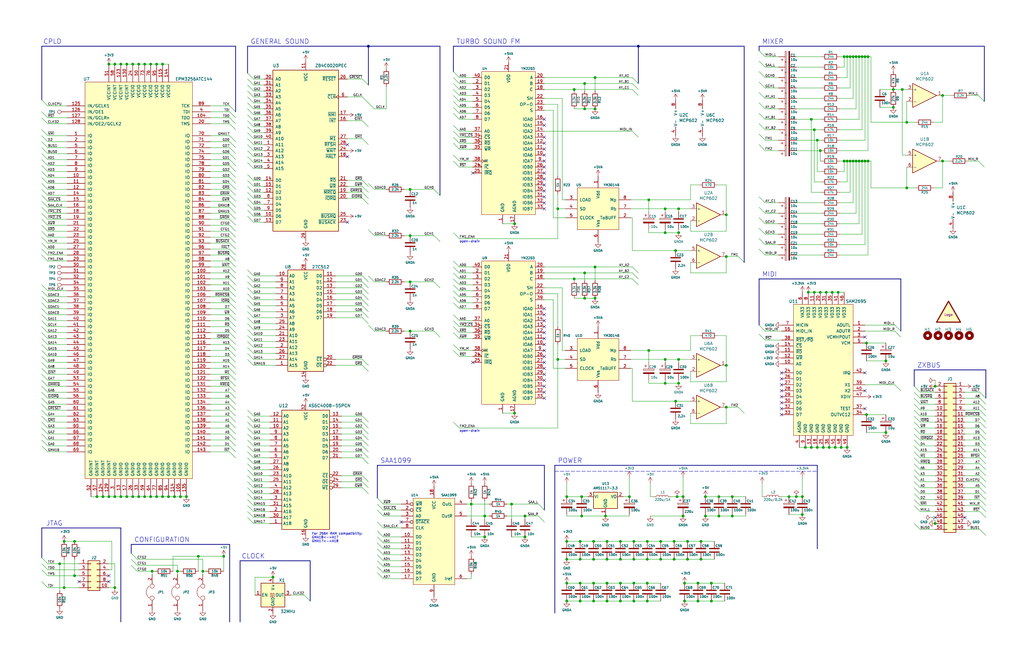
<source format=kicad_sch>
(kicad_sch (version 20210406) (generator eeschema)
  (paper "User" 435.991 279.4)
  (title_block (title "ZX-SIZIF-512-EXT") (date "2021-06-22") (rev "A1") (company "Eugene Lozovoy"))
  (lib_symbols
    (symbol "Amplifier_Operational:MCP602" (pin_names (offset 0.127))
      (property "Reference" "U" (at 0 5.08 0))
      (property "Value" "MCP602" (at 0 -5.08 0))
      (symbol "MCP602_1_1"
        (pin output line (at 7.62 0 180) (length 2.54) (name "~") (number "1"))
        (pin input line (at -7.62 -2.54 0) (length 2.54) (name "-") (number "2"))
        (pin input line (at -7.62 2.54 0) (length 2.54) (name "+") (number "3"))
      )
      (symbol "MCP602_2_1"
        (pin input line (at -7.62 2.54 0) (length 2.54) (name "+") (number "5"))
        (pin input line (at -7.62 -2.54 0) (length 2.54) (name "-") (number "6"))
        (pin output line (at 7.62 0 180) (length 2.54) (name "~") (number "7"))
      )
      (symbol "MCP602_3_1"
        (pin power_in line (at -2.54 -7.62 90) (length 3.81) (name "V-") (number "4"))
        (pin power_in line (at -2.54 7.62 270) (length 3.81) (name "V+") (number "8"))
      )
    )
    (symbol "CPU:Z80CPU" (pin_names (offset 1.016))
      (property "Reference" "U" (at -13.97 35.56 0))
      (property "Value" "Z80CPU" (at 6.35 35.56 0))
      (symbol "Z80CPU_1_1"
        (pin output line (at 17.78 2.54 180) (length 3.81) (name "A11") (number "1"))
        (pin bidirectional line (at 17.78 -27.94 180) (length 3.81) (name "D6") (number "10"))
        (pin power_in line (at 0 38.1 270) (length 3.81) (name "VCC") (number "11"))
        (pin bidirectional line (at 17.78 -17.78 180) (length 3.81) (name "D2") (number "12"))
        (pin bidirectional line (at 17.78 -30.48 180) (length 3.81) (name "D7") (number "13"))
        (pin bidirectional line (at 17.78 -12.7 180) (length 3.81) (name "D0") (number "14"))
        (pin bidirectional line (at 17.78 -15.24 180) (length 3.81) (name "D1") (number "15"))
        (pin input line (at -17.78 12.7 0) (length 3.81) (name "~INT~") (number "16"))
        (pin input line (at -17.78 15.24 0) (length 3.81) (name "~NMI~") (number "17"))
        (pin output line (at -17.78 -2.54 0) (length 3.81) (name "~HALT~") (number "18"))
        (pin output line (at -17.78 -17.78 0) (length 3.81) (name "~MREQ~") (number "19"))
        (pin output line (at 17.78 0 180) (length 3.81) (name "A12") (number "2"))
        (pin output line (at -17.78 -20.32 0) (length 3.81) (name "~IORQ~") (number "20"))
        (pin output line (at -17.78 -12.7 0) (length 3.81) (name "~RD~") (number "21"))
        (pin output line (at -17.78 -15.24 0) (length 3.81) (name "~WR~") (number "22"))
        (pin output line (at -17.78 -30.48 0) (length 3.81) (name "~BUSACK~") (number "23"))
        (pin input line (at -17.78 0 0) (length 3.81) (name "~WAIT~") (number "24"))
        (pin input line (at -17.78 -27.94 0) (length 3.81) (name "~BUSRQ~") (number "25"))
        (pin input line (at -17.78 30.48 0) (length 3.81) (name "~RESET~") (number "26"))
        (pin output line (at -17.78 5.08 0) (length 3.81) (name "~M1~") (number "27"))
        (pin output line (at -17.78 2.54 0) (length 3.81) (name "~RFSH~") (number "28"))
        (pin power_in line (at 0 -38.1 90) (length 3.81) (name "GND") (number "29"))
        (pin output line (at 17.78 -2.54 180) (length 3.81) (name "A13") (number "3"))
        (pin output line (at 17.78 30.48 180) (length 3.81) (name "A0") (number "30"))
        (pin output line (at 17.78 27.94 180) (length 3.81) (name "A1") (number "31"))
        (pin output line (at 17.78 25.4 180) (length 3.81) (name "A2") (number "32"))
        (pin output line (at 17.78 22.86 180) (length 3.81) (name "A3") (number "33"))
        (pin output line (at 17.78 20.32 180) (length 3.81) (name "A4") (number "34"))
        (pin output line (at 17.78 17.78 180) (length 3.81) (name "A5") (number "35"))
        (pin output line (at 17.78 15.24 180) (length 3.81) (name "A6") (number "36"))
        (pin output line (at 17.78 12.7 180) (length 3.81) (name "A7") (number "37"))
        (pin output line (at 17.78 10.16 180) (length 3.81) (name "A8") (number "38"))
        (pin output line (at 17.78 7.62 180) (length 3.81) (name "A9") (number "39"))
        (pin output line (at 17.78 -5.08 180) (length 3.81) (name "A14") (number "4"))
        (pin output line (at 17.78 5.08 180) (length 3.81) (name "A10") (number "40"))
        (pin output line (at 17.78 -7.62 180) (length 3.81) (name "A15") (number "5"))
        (pin input clock (at -17.78 22.86 0) (length 3.81) (name "~CLK~") (number "6"))
        (pin bidirectional line (at 17.78 -22.86 180) (length 3.81) (name "D4") (number "7"))
        (pin bidirectional line (at 17.78 -20.32 180) (length 3.81) (name "D3") (number "8"))
        (pin bidirectional line (at 17.78 -25.4 180) (length 3.81) (name "D5") (number "9"))
      )
    )
    (symbol "Connector:TestPoint" (pin_numbers hide) (pin_names (offset 0.762) hide)
      (property "Reference" "TP" (at 0 6.858 0))
      (property "Value" "TestPoint" (at 0 5.08 0))
      (symbol "TestPoint_1_1"
        (pin passive line (at 0 0 90) (length 2.54) (name "1") (number "1"))
      )
    )
    (symbol "Connector_Generic:Conn_02x05_Odd_Even" (pin_names (offset 1.016) hide)
      (property "Reference" "J" (at 1.27 7.62 0))
      (property "Value" "Conn_02x05_Odd_Even" (at 1.27 -7.62 0))
      (symbol "Conn_02x05_Odd_Even_1_1"
        (pin passive line (at -5.08 5.08 0) (length 3.81) (name "Pin_1") (number "1"))
        (pin passive line (at 7.62 -5.08 180) (length 3.81) (name "Pin_10") (number "10"))
        (pin passive line (at 7.62 5.08 180) (length 3.81) (name "Pin_2") (number "2"))
        (pin passive line (at -5.08 2.54 0) (length 3.81) (name "Pin_3") (number "3"))
        (pin passive line (at 7.62 2.54 180) (length 3.81) (name "Pin_4") (number "4"))
        (pin passive line (at -5.08 0 0) (length 3.81) (name "Pin_5") (number "5"))
        (pin passive line (at 7.62 0 180) (length 3.81) (name "Pin_6") (number "6"))
        (pin passive line (at -5.08 -2.54 0) (length 3.81) (name "Pin_7") (number "7"))
        (pin passive line (at 7.62 -2.54 180) (length 3.81) (name "Pin_8") (number "8"))
        (pin passive line (at -5.08 -5.08 0) (length 3.81) (name "Pin_9") (number "9"))
      )
    )
    (symbol "Connector_Generic:Conn_02x25_Odd_Even" (pin_names (offset 1.016) hide)
      (property "Reference" "J" (at 1.27 33.02 0))
      (property "Value" "Conn_02x25_Odd_Even" (at 1.27 -33.02 0))
      (symbol "Conn_02x25_Odd_Even_1_1"
        (pin passive line (at -5.08 30.48 0) (length 3.81) (name "Pin_1") (number "1"))
        (pin passive line (at 7.62 20.32 180) (length 3.81) (name "Pin_10") (number "10"))
        (pin passive line (at -5.08 17.78 0) (length 3.81) (name "Pin_11") (number "11"))
        (pin passive line (at 7.62 17.78 180) (length 3.81) (name "Pin_12") (number "12"))
        (pin passive line (at -5.08 15.24 0) (length 3.81) (name "Pin_13") (number "13"))
        (pin passive line (at 7.62 15.24 180) (length 3.81) (name "Pin_14") (number "14"))
        (pin passive line (at -5.08 12.7 0) (length 3.81) (name "Pin_15") (number "15"))
        (pin passive line (at 7.62 12.7 180) (length 3.81) (name "Pin_16") (number "16"))
        (pin passive line (at -5.08 10.16 0) (length 3.81) (name "Pin_17") (number "17"))
        (pin passive line (at 7.62 10.16 180) (length 3.81) (name "Pin_18") (number "18"))
        (pin passive line (at -5.08 7.62 0) (length 3.81) (name "Pin_19") (number "19"))
        (pin passive line (at 7.62 30.48 180) (length 3.81) (name "Pin_2") (number "2"))
        (pin passive line (at 7.62 7.62 180) (length 3.81) (name "Pin_20") (number "20"))
        (pin passive line (at -5.08 5.08 0) (length 3.81) (name "Pin_21") (number "21"))
        (pin passive line (at 7.62 5.08 180) (length 3.81) (name "Pin_22") (number "22"))
        (pin passive line (at -5.08 2.54 0) (length 3.81) (name "Pin_23") (number "23"))
        (pin passive line (at 7.62 2.54 180) (length 3.81) (name "Pin_24") (number "24"))
        (pin passive line (at -5.08 0 0) (length 3.81) (name "Pin_25") (number "25"))
        (pin passive line (at 7.62 0 180) (length 3.81) (name "Pin_26") (number "26"))
        (pin passive line (at -5.08 -2.54 0) (length 3.81) (name "Pin_27") (number "27"))
        (pin passive line (at 7.62 -2.54 180) (length 3.81) (name "Pin_28") (number "28"))
        (pin passive line (at -5.08 -5.08 0) (length 3.81) (name "Pin_29") (number "29"))
        (pin passive line (at -5.08 27.94 0) (length 3.81) (name "Pin_3") (number "3"))
        (pin passive line (at 7.62 -5.08 180) (length 3.81) (name "Pin_30") (number "30"))
        (pin passive line (at -5.08 -7.62 0) (length 3.81) (name "Pin_31") (number "31"))
        (pin passive line (at 7.62 -7.62 180) (length 3.81) (name "Pin_32") (number "32"))
        (pin passive line (at -5.08 -10.16 0) (length 3.81) (name "Pin_33") (number "33"))
        (pin passive line (at 7.62 -10.16 180) (length 3.81) (name "Pin_34") (number "34"))
        (pin passive line (at -5.08 -12.7 0) (length 3.81) (name "Pin_35") (number "35"))
        (pin passive line (at 7.62 -12.7 180) (length 3.81) (name "Pin_36") (number "36"))
        (pin passive line (at -5.08 -15.24 0) (length 3.81) (name "Pin_37") (number "37"))
        (pin passive line (at 7.62 -15.24 180) (length 3.81) (name "Pin_38") (number "38"))
        (pin passive line (at -5.08 -17.78 0) (length 3.81) (name "Pin_39") (number "39"))
        (pin passive line (at 7.62 27.94 180) (length 3.81) (name "Pin_4") (number "4"))
        (pin passive line (at 7.62 -17.78 180) (length 3.81) (name "Pin_40") (number "40"))
        (pin passive line (at -5.08 -20.32 0) (length 3.81) (name "Pin_41") (number "41"))
        (pin passive line (at 7.62 -20.32 180) (length 3.81) (name "Pin_42") (number "42"))
        (pin passive line (at -5.08 -22.86 0) (length 3.81) (name "Pin_43") (number "43"))
        (pin passive line (at 7.62 -22.86 180) (length 3.81) (name "Pin_44") (number "44"))
        (pin passive line (at -5.08 -25.4 0) (length 3.81) (name "Pin_45") (number "45"))
        (pin passive line (at 7.62 -25.4 180) (length 3.81) (name "Pin_46") (number "46"))
        (pin passive line (at -5.08 -27.94 0) (length 3.81) (name "Pin_47") (number "47"))
        (pin passive line (at 7.62 -27.94 180) (length 3.81) (name "Pin_48") (number "48"))
        (pin passive line (at -5.08 -30.48 0) (length 3.81) (name "Pin_49") (number "49"))
        (pin passive line (at -5.08 25.4 0) (length 3.81) (name "Pin_5") (number "5"))
        (pin passive line (at 7.62 -30.48 180) (length 3.81) (name "Pin_50") (number "50"))
        (pin passive line (at 7.62 25.4 180) (length 3.81) (name "Pin_6") (number "6"))
        (pin passive line (at -5.08 22.86 0) (length 3.81) (name "Pin_7") (number "7"))
        (pin passive line (at 7.62 22.86 180) (length 3.81) (name "Pin_8") (number "8"))
        (pin passive line (at -5.08 20.32 0) (length 3.81) (name "Pin_9") (number "9"))
      )
    )
    (symbol "Device:C" (pin_numbers hide) (pin_names (offset 0.254))
      (property "Reference" "C" (at 0.635 2.54 0))
      (property "Value" "C" (at 0.635 -2.54 0))
      (symbol "C_1_1"
        (pin passive line (at 0 3.81 270) (length 2.794) (name "~") (number "1"))
        (pin passive line (at 0 -3.81 90) (length 2.794) (name "~") (number "2"))
      )
    )
    (symbol "Device:CP" (pin_numbers hide) (pin_names (offset 0.254))
      (property "Reference" "C" (at 0.635 2.54 0))
      (property "Value" "CP" (at 0.635 -2.54 0))
      (symbol "CP_1_1"
        (pin passive line (at 0 3.81 270) (length 2.794) (name "~") (number "1"))
        (pin passive line (at 0 -3.81 90) (length 2.794) (name "~") (number "2"))
      )
    )
    (symbol "Device:Jumper" (pin_names (offset 0.762) hide)
      (property "Reference" "JP" (at 0 3.81 0))
      (property "Value" "Jumper" (at 0 -2.032 0))
      (symbol "Jumper_0_1"
        (pin passive line (at -7.62 0 0) (length 4.191) (name "1") (number "1"))
        (pin passive line (at 7.62 0 180) (length 4.191) (name "2") (number "2"))
      )
    )
    (symbol "Device:L" (pin_numbers hide) (pin_names (offset 1.016) hide)
      (property "Reference" "L" (at -1.27 0 90))
      (property "Value" "L" (at 1.905 0 90))
      (symbol "L_1_1"
        (pin passive line (at 0 3.81 270) (length 1.27) (name "1") (number "1"))
        (pin passive line (at 0 -3.81 90) (length 1.27) (name "2") (number "2"))
      )
    )
    (symbol "Device:R" (pin_numbers hide) (pin_names (offset 0))
      (property "Reference" "R" (at 2.032 0 90))
      (property "Value" "R" (at 0 0 90))
      (symbol "R_1_1"
        (pin passive line (at 0 3.81 270) (length 1.27) (name "~") (number "1"))
        (pin passive line (at 0 -3.81 90) (length 1.27) (name "~") (number "2"))
      )
    )
    (symbol "Mechanical:MountingHole" (pin_names (offset 1.016))
      (property "Reference" "H" (at 0 5.08 0))
      (property "Value" "MountingHole" (at 0 3.175 0))
    )
    (symbol "Oscillator:XO91" (pin_names (offset 0.254))
      (property "Reference" "X" (at -5.08 6.35 0))
      (property "Value" "XO91" (at 1.27 -6.35 0))
      (symbol "XO91_1_1"
        (pin input line (at -7.62 0 0) (length 2.54) (name "EN") (number "1"))
        (pin power_in line (at 0 -7.62 90) (length 2.54) (name "GND") (number "2"))
        (pin output line (at 7.62 0 180) (length 2.54) (name "OUT") (number "3"))
        (pin power_in line (at 0 7.62 270) (length 2.54) (name "V+") (number "4"))
      )
    )
    (symbol "Regulator_Linear:AMS1117-3.3" (pin_names (offset 0.254))
      (property "Reference" "U" (at -3.81 3.175 0))
      (property "Value" "AMS1117-3.3" (at 0 3.175 0))
      (symbol "AMS1117-3.3_1_1"
        (pin power_in line (at 0 -7.62 90) (length 2.54) (name "GND") (number "1"))
        (pin power_out line (at 7.62 0 180) (length 2.54) (name "VO") (number "2"))
        (pin power_in line (at -7.62 0 0) (length 2.54) (name "VI") (number "3"))
      )
    )
    (symbol "my:27C512"
      (property "Reference" "U" (at -7.62 22.86 0))
      (property "Value" "27C512" (at 2.54 22.86 0))
      (symbol "27C512_1_1"
        (pin input line (at -12.7 -19.05 0) (length 5.08) (name "A15") (number "1"))
        (pin input line (at -12.7 19.05 0) (length 5.08) (name "A0") (number "10"))
        (pin tri_state line (at 12.7 19.05 180) (length 5.08) (name "D0") (number "11"))
        (pin tri_state line (at 12.7 16.51 180) (length 5.08) (name "D1") (number "12"))
        (pin tri_state line (at 12.7 13.97 180) (length 5.08) (name "D2") (number "13"))
        (pin power_in line (at 0 -24.13 90) (length 2.54) (name "GND") (number "14"))
        (pin tri_state line (at 12.7 11.43 180) (length 5.08) (name "D3") (number "15"))
        (pin tri_state line (at 12.7 8.89 180) (length 5.08) (name "D4") (number "16"))
        (pin tri_state line (at 12.7 6.35 180) (length 5.08) (name "D5") (number "17"))
        (pin tri_state line (at 12.7 3.81 180) (length 5.08) (name "D6") (number "18"))
        (pin tri_state line (at 12.7 1.27 180) (length 5.08) (name "D7") (number "19"))
        (pin input line (at -12.7 -11.43 0) (length 5.08) (name "A12") (number "2"))
        (pin input inverted (at 12.7 -16.51 180) (length 5.08) (name "~CE") (number "20"))
        (pin input line (at -12.7 -6.35 0) (length 5.08) (name "A10") (number "21"))
        (pin input inverted (at 12.7 -19.05 180) (length 5.08) (name "~OE") (number "22"))
        (pin input line (at -12.7 -8.89 0) (length 5.08) (name "A11") (number "23"))
        (pin input line (at -12.7 -3.81 0) (length 5.08) (name "A9") (number "24"))
        (pin input line (at -12.7 -1.27 0) (length 5.08) (name "A8") (number "25"))
        (pin input line (at -12.7 -13.97 0) (length 5.08) (name "A13") (number "26"))
        (pin input line (at -12.7 -16.51 0) (length 5.08) (name "A14") (number "27"))
        (pin power_in line (at 0 24.13 270) (length 2.54) (name "VCC") (number "28"))
        (pin input line (at -12.7 1.27 0) (length 5.08) (name "A7") (number "3"))
        (pin input line (at -12.7 3.81 0) (length 5.08) (name "A6") (number "4"))
        (pin input line (at -12.7 6.35 0) (length 5.08) (name "A5") (number "5"))
        (pin input line (at -12.7 8.89 0) (length 5.08) (name "A4") (number "6"))
        (pin input line (at -12.7 11.43 0) (length 5.08) (name "A3") (number "7"))
        (pin input line (at -12.7 13.97 0) (length 5.08) (name "A2") (number "8"))
        (pin input line (at -12.7 16.51 0) (length 5.08) (name "A1") (number "9"))
      )
    )
    (symbol "my:AS6C4008"
      (property "Reference" "U" (at -10.16 26.035 0))
      (property "Value" "AS6C4008" (at 2.54 26.035 0))
      (symbol "AS6C4008_0_0"
        (pin power_in line (at 0 -27.94 90) (length 2.54) (name "GND") (number "16"))
        (pin power_in line (at 0 27.94 270) (length 2.54) (name "VCC") (number "32"))
      )
      (symbol "AS6C4008_1_1"
        (pin input line (at -15.24 -22.86 0) (length 5.08) (name "A18") (number "1"))
        (pin input line (at -15.24 17.78 0) (length 5.08) (name "A2") (number "10"))
        (pin input line (at -15.24 20.32 0) (length 5.08) (name "A1") (number "11"))
        (pin input line (at -15.24 22.86 0) (length 5.08) (name "A0") (number "12"))
        (pin tri_state line (at 15.24 22.86 180) (length 5.08) (name "D0") (number "13"))
        (pin tri_state line (at 15.24 20.32 180) (length 5.08) (name "D1") (number "14"))
        (pin tri_state line (at 15.24 17.78 180) (length 5.08) (name "D2") (number "15"))
        (pin tri_state line (at 15.24 15.24 180) (length 5.08) (name "D3") (number "17"))
        (pin tri_state line (at 15.24 12.7 180) (length 5.08) (name "D4") (number "18"))
        (pin tri_state line (at 15.24 10.16 180) (length 5.08) (name "D5") (number "19"))
        (pin input line (at -15.24 -17.78 0) (length 5.08) (name "A16") (number "2"))
        (pin tri_state line (at 15.24 7.62 180) (length 5.08) (name "D6") (number "20"))
        (pin tri_state line (at 15.24 5.08 180) (length 5.08) (name "D7") (number "21"))
        (pin input inverted (at 15.24 -2.54 180) (length 5.08) (name "~CE") (number "22"))
        (pin input line (at -15.24 -2.54 0) (length 5.08) (name "A10") (number "23"))
        (pin input inverted (at 15.24 -5.08 180) (length 5.08) (name "~OE") (number "24"))
        (pin input line (at -15.24 -5.08 0) (length 5.08) (name "A11") (number "25"))
        (pin input line (at -15.24 0 0) (length 5.08) (name "A9") (number "26"))
        (pin input line (at -15.24 2.54 0) (length 5.08) (name "A8") (number "27"))
        (pin input line (at -15.24 -10.16 0) (length 5.08) (name "A13") (number "28"))
        (pin input inverted (at 15.24 -7.62 180) (length 5.08) (name "~WE") (number "29"))
        (pin input line (at -15.24 -12.7 0) (length 5.08) (name "A14") (number "3"))
        (pin input line (at -15.24 -20.32 0) (length 5.08) (name "A17") (number "30"))
        (pin input line (at -15.24 -15.24 0) (length 5.08) (name "A15") (number "31"))
        (pin input line (at -15.24 -7.62 0) (length 5.08) (name "A12") (number "4"))
        (pin input line (at -15.24 5.08 0) (length 5.08) (name "A7") (number "5"))
        (pin input line (at -15.24 7.62 0) (length 5.08) (name "A6") (number "6"))
        (pin input line (at -15.24 10.16 0) (length 5.08) (name "A5") (number "7"))
        (pin input line (at -15.24 12.7 0) (length 5.08) (name "A4") (number "8"))
        (pin input line (at -15.24 15.24 0) (length 5.08) (name "A3") (number "9"))
      )
    )
    (symbol "my:EPM3256ATC144" (pin_names (offset 1.016))
      (property "Reference" "U" (at 0 -3.81 0))
      (property "Value" "EPM3256ATC144" (at 0 1.27 0))
      (symbol "EPM3256ATC144_1_1"
        (pin bidirectional line (at -30.48 63.5 0) (length 7.62) (name "IO") (number "1"))
        (pin bidirectional line (at -30.48 45.72 0) (length 7.62) (name "IO") (number "10"))
        (pin bidirectional line (at 30.48 5.08 180) (length 7.62) (name "IO") (number "100"))
        (pin bidirectional line (at 30.48 2.54 180) (length 7.62) (name "IO") (number "101"))
        (pin bidirectional line (at 30.48 0 180) (length 7.62) (name "IO") (number "102"))
        (pin bidirectional line (at 30.48 -2.54 180) (length 7.62) (name "IO") (number "103"))
        (pin bidirectional line (at 30.48 71.12 180) (length 7.62) (name "TDO") (number "104"))
        (pin power_in line (at 17.78 -90.17 90) (length 7.62) (name "GNDIO") (number "105"))
        (pin bidirectional line (at 30.48 -5.08 180) (length 7.62) (name "IO") (number "106"))
        (pin bidirectional line (at 30.48 -7.62 180) (length 7.62) (name "IO") (number "107"))
        (pin bidirectional line (at 30.48 -10.16 180) (length 7.62) (name "IO") (number "108"))
        (pin bidirectional line (at 30.48 -12.7 180) (length 7.62) (name "IO") (number "109"))
        (pin bidirectional line (at -30.48 43.18 0) (length 7.62) (name "IO") (number "11"))
        (pin bidirectional line (at 30.48 -15.24 180) (length 7.62) (name "IO") (number "110"))
        (pin bidirectional line (at 30.48 -17.78 180) (length 7.62) (name "IO") (number "111"))
        (pin bidirectional line (at 30.48 -20.32 180) (length 7.62) (name "IO") (number "112"))
        (pin bidirectional line (at 30.48 -22.86 180) (length 7.62) (name "IO") (number "113"))
        (pin power_in line (at 15.24 -90.17 90) (length 7.62) (name "GNDIO") (number "114"))
        (pin power_in line (at 10.16 93.98 270) (length 7.62) (name "VCCIO") (number "115"))
        (pin bidirectional line (at 30.48 -25.4 180) (length 7.62) (name "IO") (number "116"))
        (pin bidirectional line (at 30.48 -27.94 180) (length 7.62) (name "IO") (number "117"))
        (pin bidirectional line (at 30.48 -30.48 180) (length 7.62) (name "IO") (number "118"))
        (pin bidirectional line (at 30.48 -33.02 180) (length 7.62) (name "IO") (number "119"))
        (pin bidirectional line (at -30.48 40.64 0) (length 7.62) (name "IO") (number "12"))
        (pin bidirectional line (at 30.48 -35.56 180) (length 7.62) (name "IO") (number "120"))
        (pin bidirectional line (at 30.48 -38.1 180) (length 7.62) (name "IO") (number "121"))
        (pin bidirectional line (at 30.48 -40.64 180) (length 7.62) (name "IO") (number "122"))
        (pin power_in line (at -7.62 93.98 270) (length 7.62) (name "VCCINT") (number "123"))
        (pin power_in line (at -15.24 -90.17 90) (length 7.62) (name "GNDINT") (number "124"))
        (pin input line (at -30.48 76.2 0) (length 7.62) (name "IN/GCLK1") (number "125"))
        (pin input line (at -30.48 73.66 0) (length 7.62) (name "IN/OE1") (number "126"))
        (pin input line (at -30.48 71.12 0) (length 7.62) (name "IN/GCLRn") (number "127"))
        (pin input line (at -30.48 68.58 0) (length 7.62) (name "IN/OE2/GCLK2") (number "128"))
        (pin power_in line (at -12.7 -90.17 90) (length 7.62) (name "GNDINT") (number "129"))
        (pin power_in line (at -7.62 -90.17 90) (length 7.62) (name "GNDIO") (number "13"))
        (pin power_in line (at -5.08 93.98 270) (length 7.62) (name "VCCINT") (number "130"))
        (pin bidirectional line (at 30.48 -43.18 180) (length 7.62) (name "IO") (number "131"))
        (pin bidirectional line (at 30.48 -45.72 180) (length 7.62) (name "IO") (number "132"))
        (pin bidirectional line (at 30.48 -48.26 180) (length 7.62) (name "IO") (number "133"))
        (pin bidirectional line (at 30.48 -50.8 180) (length 7.62) (name "IO") (number "134"))
        (pin power_in line (at 20.32 -90.17 90) (length 7.62) (name "GNDIO") (number "135"))
        (pin bidirectional line (at 30.48 -53.34 180) (length 7.62) (name "IO") (number "136"))
        (pin bidirectional line (at 30.48 -55.88 180) (length 7.62) (name "IO") (number "137"))
        (pin bidirectional line (at 30.48 -58.42 180) (length 7.62) (name "IO") (number "138"))
        (pin bidirectional line (at 30.48 -60.96 180) (length 7.62) (name "IO") (number "139"))
        (pin bidirectional line (at -30.48 38.1 0) (length 7.62) (name "IO") (number "14"))
        (pin bidirectional line (at 30.48 -63.5 180) (length 7.62) (name "IO") (number "140"))
        (pin bidirectional line (at 30.48 -66.04 180) (length 7.62) (name "IO") (number "141"))
        (pin bidirectional line (at 30.48 -68.58 180) (length 7.62) (name "IO") (number "142"))
        (pin bidirectional line (at 30.48 -71.12 180) (length 7.62) (name "IO") (number "143"))
        (pin power_in line (at 12.7 93.98 270) (length 7.62) (name "VCCIO") (number "144"))
        (pin bidirectional line (at -30.48 35.56 0) (length 7.62) (name "IO") (number "15"))
        (pin bidirectional line (at -30.48 33.02 0) (length 7.62) (name "IO") (number "16"))
        (pin power_in line (at -5.08 -90.17 90) (length 7.62) (name "GNDIO") (number "17"))
        (pin bidirectional line (at -30.48 30.48 0) (length 7.62) (name "IO") (number "18"))
        (pin bidirectional line (at -30.48 27.94 0) (length 7.62) (name "IO") (number "19"))
        (pin bidirectional line (at -30.48 60.96 0) (length 7.62) (name "IO") (number "2"))
        (pin input line (at 30.48 68.58 180) (length 7.62) (name "TMS") (number "20"))
        (pin bidirectional line (at -30.48 25.4 0) (length 7.62) (name "IO") (number "21"))
        (pin bidirectional line (at -30.48 22.86 0) (length 7.62) (name "IO") (number "22"))
        (pin bidirectional line (at -30.48 20.32 0) (length 7.62) (name "IO") (number "23"))
        (pin power_in line (at -2.54 93.98 270) (length 7.62) (name "VCCIO") (number "24"))
        (pin bidirectional line (at -30.48 17.78 0) (length 7.62) (name "IO") (number "25"))
        (pin power_in line (at -2.54 -90.17 90) (length 7.62) (name "GNDIO") (number "26"))
        (pin bidirectional line (at -30.48 15.24 0) (length 7.62) (name "IO") (number "27"))
        (pin bidirectional line (at -30.48 12.7 0) (length 7.62) (name "IO") (number "28"))
        (pin bidirectional line (at -30.48 10.16 0) (length 7.62) (name "IO") (number "29"))
        (pin power_in line (at -10.16 -90.17 90) (length 7.62) (name "GNDIO") (number "3"))
        (pin bidirectional line (at -30.48 7.62 0) (length 7.62) (name "IO") (number "30"))
        (pin bidirectional line (at -30.48 5.08 0) (length 7.62) (name "IO") (number "31"))
        (pin bidirectional line (at -30.48 2.54 0) (length 7.62) (name "IO") (number "32"))
        (pin power_in line (at 0 -90.17 90) (length 7.62) (name "GNDIO") (number "33"))
        (pin bidirectional line (at -30.48 0 0) (length 7.62) (name "IO") (number "34"))
        (pin bidirectional line (at -30.48 -2.54 0) (length 7.62) (name "IO") (number "35"))
        (pin bidirectional line (at -30.48 -5.08 0) (length 7.62) (name "IO") (number "36"))
        (pin bidirectional line (at -30.48 -7.62 0) (length 7.62) (name "IO") (number "37"))
        (pin bidirectional line (at -30.48 -10.16 0) (length 7.62) (name "IO") (number "38"))
        (pin bidirectional line (at -30.48 -12.7 0) (length 7.62) (name "IO") (number "39"))
        (pin input line (at 30.48 73.66 180) (length 7.62) (name "TDI") (number "4"))
        (pin bidirectional line (at -30.48 -15.24 0) (length 7.62) (name "IO") (number "40"))
        (pin bidirectional line (at -30.48 -17.78 0) (length 7.62) (name "IO") (number "41"))
        (pin bidirectional line (at -30.48 -20.32 0) (length 7.62) (name "IO") (number "42"))
        (pin bidirectional line (at -30.48 -22.86 0) (length 7.62) (name "IO") (number "43"))
        (pin bidirectional line (at -30.48 -25.4 0) (length 7.62) (name "IO") (number "44"))
        (pin bidirectional line (at -30.48 -27.94 0) (length 7.62) (name "IO") (number "45"))
        (pin bidirectional line (at -30.48 -30.48 0) (length 7.62) (name "IO") (number "46"))
        (pin bidirectional line (at -30.48 -33.02 0) (length 7.62) (name "IO") (number "47"))
        (pin bidirectional line (at -30.48 -35.56 0) (length 7.62) (name "IO") (number "48"))
        (pin bidirectional line (at -30.48 -38.1 0) (length 7.62) (name "IO") (number "49"))
        (pin bidirectional line (at -30.48 58.42 0) (length 7.62) (name "IO") (number "5"))
        (pin power_in line (at 0 93.98 270) (length 7.62) (name "VCCIO") (number "50"))
        (pin power_in line (at -12.7 93.98 270) (length 7.62) (name "VCCINT") (number "51"))
        (pin power_in line (at -20.32 -90.17 90) (length 7.62) (name "GNDINT") (number "52"))
        (pin bidirectional line (at -30.48 -40.64 0) (length 7.62) (name "IO") (number "53"))
        (pin bidirectional line (at -30.48 -43.18 0) (length 7.62) (name "IO") (number "54"))
        (pin bidirectional line (at -30.48 -45.72 0) (length 7.62) (name "IO") (number "55"))
        (pin bidirectional line (at -30.48 -48.26 0) (length 7.62) (name "IO") (number "56"))
        (pin power_in line (at -17.78 -90.17 90) (length 7.62) (name "GNDINT") (number "57"))
        (pin power_in line (at -10.16 93.98 270) (length 7.62) (name "VCCINT") (number "58"))
        (pin power_in line (at 2.54 -90.17 90) (length 7.62) (name "GNDIO") (number "59"))
        (pin bidirectional line (at -30.48 55.88 0) (length 7.62) (name "IO") (number "6"))
        (pin bidirectional line (at -30.48 -50.8 0) (length 7.62) (name "IO") (number "60"))
        (pin bidirectional line (at -30.48 -53.34 0) (length 7.62) (name "IO") (number "61"))
        (pin bidirectional line (at -30.48 -55.88 0) (length 7.62) (name "IO") (number "62"))
        (pin bidirectional line (at -30.48 -58.42 0) (length 7.62) (name "IO") (number "63"))
        (pin power_in line (at 5.08 -90.17 90) (length 7.62) (name "GNDIO") (number "64"))
        (pin bidirectional line (at -30.48 -60.96 0) (length 7.62) (name "IO") (number "65"))
        (pin bidirectional line (at -30.48 -63.5 0) (length 7.62) (name "IO") (number "66"))
        (pin bidirectional line (at -30.48 -66.04 0) (length 7.62) (name "IO") (number "67"))
        (pin bidirectional line (at -30.48 -68.58 0) (length 7.62) (name "IO") (number "68"))
        (pin bidirectional line (at -30.48 -71.12 0) (length 7.62) (name "IO") (number "69"))
        (pin bidirectional line (at -30.48 53.34 0) (length 7.62) (name "IO") (number "7"))
        (pin bidirectional line (at 30.48 63.5 180) (length 7.62) (name "IO") (number "70"))
        (pin bidirectional line (at 30.48 60.96 180) (length 7.62) (name "IO") (number "71"))
        (pin bidirectional line (at 30.48 58.42 180) (length 7.62) (name "IO") (number "72"))
        (pin power_in line (at 2.54 93.98 270) (length 7.62) (name "VCCIO") (number "73"))
        (pin bidirectional line (at 30.48 55.88 180) (length 7.62) (name "IO") (number "74"))
        (pin bidirectional line (at 30.48 53.34 180) (length 7.62) (name "IO") (number "75"))
        (pin power_in line (at 5.08 93.98 270) (length 7.62) (name "VCCIO") (number "76"))
        (pin power_in line (at 7.62 -90.17 90) (length 7.62) (name "GNDIO") (number "77"))
        (pin bidirectional line (at 30.48 50.8 180) (length 7.62) (name "IO") (number "78"))
        (pin bidirectional line (at 30.48 48.26 180) (length 7.62) (name "IO") (number "79"))
        (pin bidirectional line (at -30.48 50.8 0) (length 7.62) (name "IO") (number "8"))
        (pin bidirectional line (at 30.48 45.72 180) (length 7.62) (name "IO") (number "80"))
        (pin bidirectional line (at 30.48 43.18 180) (length 7.62) (name "IO") (number "81"))
        (pin bidirectional line (at 30.48 40.64 180) (length 7.62) (name "IO") (number "82"))
        (pin bidirectional line (at 30.48 38.1 180) (length 7.62) (name "IO") (number "83"))
        (pin bidirectional line (at 30.48 35.56 180) (length 7.62) (name "IO") (number "84"))
        (pin power_in line (at 10.16 -90.17 90) (length 7.62) (name "GNDIO") (number "85"))
        (pin bidirectional line (at 30.48 33.02 180) (length 7.62) (name "IO") (number "86"))
        (pin bidirectional line (at 30.48 30.48 180) (length 7.62) (name "IO") (number "87"))
        (pin bidirectional line (at 30.48 27.94 180) (length 7.62) (name "IO") (number "88"))
        (pin input line (at 30.48 76.2 180) (length 7.62) (name "TCK") (number "89"))
        (pin bidirectional line (at -30.48 48.26 0) (length 7.62) (name "IO") (number "9"))
        (pin bidirectional line (at 30.48 25.4 180) (length 7.62) (name "IO") (number "90"))
        (pin bidirectional line (at 30.48 22.86 180) (length 7.62) (name "IO") (number "91"))
        (pin bidirectional line (at 30.48 20.32 180) (length 7.62) (name "IO") (number "92"))
        (pin bidirectional line (at 30.48 17.78 180) (length 7.62) (name "IO") (number "93"))
        (pin power_in line (at 12.7 -90.17 90) (length 7.62) (name "GNDIO") (number "94"))
        (pin power_in line (at 7.62 93.98 270) (length 7.62) (name "VCCIO") (number "95"))
        (pin bidirectional line (at 30.48 15.24 180) (length 7.62) (name "IO") (number "96"))
        (pin bidirectional line (at 30.48 12.7 180) (length 7.62) (name "IO") (number "97"))
        (pin bidirectional line (at 30.48 10.16 180) (length 7.62) (name "IO") (number "98"))
        (pin bidirectional line (at 30.48 7.62 180) (length 7.62) (name "IO") (number "99"))
      )
    )
    (symbol "my:SAA1099" (pin_names (offset 1.016))
      (property "Reference" "U" (at -8.89 19.05 0))
      (property "Value" "SAA1099" (at 5.08 19.05 0))
      (symbol "SAA1099_0_0"
        (pin bidirectional line (at -13.97 -16.51 0) (length 5.08) (name "D7") (number "17"))
      )
      (symbol "SAA1099_1_1"
        (pin input inverted (at -13.97 15.24 0) (length 5.08) (name "~WR") (number "1"))
        (pin bidirectional line (at -13.97 1.27 0) (length 5.08) (name "D0") (number "10"))
        (pin bidirectional line (at -13.97 -1.27 0) (length 5.08) (name "D1") (number "11"))
        (pin bidirectional line (at -13.97 -3.81 0) (length 5.08) (name "D2") (number "12"))
        (pin bidirectional line (at -13.97 -6.35 0) (length 5.08) (name "D3") (number "13"))
        (pin bidirectional line (at -13.97 -8.89 0) (length 5.08) (name "D4") (number "14"))
        (pin bidirectional line (at -13.97 -11.43 0) (length 5.08) (name "D5") (number "15"))
        (pin bidirectional line (at -13.97 -13.97 0) (length 5.08) (name "D6") (number "16"))
        (pin power_in line (at 0 22.86 270) (length 5.08) (name "VCC") (number "18"))
        (pin input inverted (at -13.97 12.7 0) (length 5.08) (name "~CS") (number "2"))
        (pin input line (at -13.97 10.16 0) (length 5.08) (name "A0") (number "3"))
        (pin output line (at 13.97 15.24 180) (length 5.08) (name "OutL") (number "4"))
        (pin output line (at 13.97 10.16 180) (length 5.08) (name "OutR") (number "5"))
        (pin input line (at 13.97 -16.51 180) (length 5.08) (name "Iref") (number "6"))
        (pin output inverted (at -13.97 7.62 0) (length 5.08) (name "~DTACK") (number "7"))
        (pin input line (at -13.97 5.08 0) (length 5.08) (name "CLK") (number "8"))
        (pin power_in line (at 0 -24.13 90) (length 5.08) (name "GND") (number "9"))
      )
    )
    (symbol "my:SAM2695" (pin_names (offset 1.016))
      (property "Reference" "U" (at -13.97 29.21 0))
      (property "Value" "SAM2695" (at 12.7 29.21 0))
      (symbol "SAM2695_0_0"
        (pin output line (at 17.78 19.05 180) (length 5.08) (name "AOUTL") (number "1"))
        (pin input line (at -17.78 2.54 0) (length 5.08) (name "A0") (number "10"))
        (pin power_in line (at -3.81 33.02 270) (length 5.08) (name "VD33") (number "11"))
        (pin input line (at -17.78 5.08 0) (length 5.08) (name "~WR") (number "12"))
        (pin power_in line (at -5.08 -33.02 90) (length 5.08) (name "GND") (number "13"))
        (pin input line (at -17.78 10.16 0) (length 5.08) (name "~CS") (number "14"))
        (pin input line (at -17.78 7.62 0) (length 5.08) (name "~RD") (number "15"))
        (pin input line (at -17.78 16.51 0) (length 5.08) (name "MIDI_IN") (number "16"))
        (pin no_connect line (at 17.78 7.62 180) (length 5.08) hide (name "NC") (number "17"))
        (pin power_in line (at -2.54 -33.02 90) (length 5.08) (name "GND") (number "18"))
        (pin no_connect line (at 17.78 8.89 180) (length 5.08) hide (name "NC") (number "19"))
        (pin output line (at 17.78 16.51 180) (length 5.08) (name "AOUTR") (number "2"))
        (pin power_in line (at -1.27 33.02 270) (length 5.08) (name "VD33") (number "20"))
        (pin no_connect line (at 17.78 6.35 180) (length 5.08) hide (name "NC") (number "21"))
        (pin no_connect line (at 17.78 5.08 180) (length 5.08) hide (name "NC") (number "22"))
        (pin no_connect line (at 17.78 3.81 180) (length 5.08) hide (name "NC") (number "23"))
        (pin bidirectional line (at -17.78 -1.27 0) (length 5.08) (name "D0") (number "24"))
        (pin power_in line (at 0 -33.02 90) (length 5.08) (name "GND") (number "25"))
        (pin bidirectional line (at -17.78 -3.81 0) (length 5.08) (name "D1") (number "26"))
        (pin bidirectional line (at -17.78 -6.35 0) (length 5.08) (name "D2") (number "27"))
        (pin bidirectional line (at -17.78 -8.89 0) (length 5.08) (name "D3") (number "28"))
        (pin bidirectional line (at -17.78 -11.43 0) (length 5.08) (name "D4") (number "29"))
        (pin output line (at 17.78 13.97 180) (length 5.08) (name "VCMHPOUT") (number "3"))
        (pin bidirectional line (at -17.78 -13.97 0) (length 5.08) (name "D5") (number "30"))
        (pin power_in line (at 1.27 33.02 270) (length 5.08) (name "VD33") (number "31"))
        (pin bidirectional line (at -17.78 -16.51 0) (length 5.08) (name "D6") (number "32"))
        (pin bidirectional line (at -17.78 -19.05 0) (length 5.08) (name "D7") (number "33"))
        (pin power_out line (at 17.78 -19.05 180) (length 5.08) (name "OUTVC12") (number "34"))
        (pin power_in line (at 3.81 33.02 270) (length 5.08) (name "VD33") (number "35"))
        (pin power_in line (at 2.54 -33.02 90) (length 5.08) (name "GND") (number "36"))
        (pin input line (at 17.78 -16.51 180) (length 5.08) (name "TEST") (number "37"))
        (pin input line (at -17.78 12.7 0) (length 5.08) (name "~RST~/~PD~") (number "38"))
        (pin input line (at 17.78 -6.35 180) (length 5.08) (name "X1") (number "39"))
        (pin power_in line (at -10.16 -33.02 90) (length 5.08) (name "AGND") (number "4"))
        (pin input line (at 17.78 -8.89 180) (length 5.08) (name "X2") (number "40"))
        (pin power_in line (at 6.35 33.02 270) (length 5.08) (name "VD33") (number "41"))
        (pin output line (at 17.78 -1.27 180) (length 5.08) (name "IRQ") (number "42"))
        (pin no_connect line (at 17.78 2.54 180) (length 5.08) hide (name "NC") (number "43"))
        (pin no_connect line (at 17.78 1.27 180) (length 5.08) hide (name "NC") (number "44"))
        (pin power_in line (at 5.08 -33.02 90) (length 5.08) (name "GND") (number "45"))
        (pin power_in line (at 8.89 33.02 270) (length 5.08) (name "VD33") (number "46"))
        (pin input line (at 17.78 -11.43 180) (length 5.08) (name "XDIV") (number "47"))
        (pin power_in line (at 7.62 -33.02 90) (length 5.08) (name "GND") (number "48"))
        (pin output line (at 17.78 11.43 180) (length 5.08) (name "VCM") (number "5"))
        (pin power_in line (at -8.89 33.02 270) (length 5.08) (name "VA33") (number "6"))
        (pin input line (at -17.78 19.05 0) (length 5.08) (name "MICIN") (number "7"))
        (pin power_in line (at -6.35 33.02 270) (length 5.08) (name "VD33") (number "8"))
        (pin power_in line (at -7.62 -33.02 90) (length 5.08) (name "GND") (number "9"))
      )
      (symbol "SAM2695_1_1"
        (pin power_in line (at 10.16 -33.02 90) (length 5.08) (name "GND") (number "49"))
      )
    )
    (symbol "my:YM2203" (pin_names (offset 1.016))
      (property "Reference" "U" (at -10.16 35.56 0))
      (property "Value" "YM2203" (at 7.62 35.56 0))
      (symbol "YM2203_0_0"
        (pin power_in line (at 2.54 -30.48 90) (length 3.81) (name "AGND") (number "17"))
      )
      (symbol "YM2203_1_1"
        (pin power_in line (at -2.54 -30.48 90) (length 3.81) (name "GND") (number "1"))
        (pin bidirectional line (at 15.24 -1.27 180) (length 3.81) (name "IOA6") (number "10"))
        (pin bidirectional line (at 15.24 1.27 180) (length 3.81) (name "IOA5") (number "11"))
        (pin bidirectional line (at 15.24 3.81 180) (length 3.81) (name "IOA4") (number "12"))
        (pin bidirectional line (at 15.24 6.35 180) (length 3.81) (name "IOA3") (number "13"))
        (pin bidirectional line (at 15.24 8.89 180) (length 3.81) (name "IOA2") (number "14"))
        (pin bidirectional line (at 15.24 11.43 180) (length 3.81) (name "IOA1") (number "15"))
        (pin bidirectional line (at 15.24 13.97 180) (length 3.81) (name "IOA0") (number "16"))
        (pin output line (at 15.24 26.67 180) (length 3.81) (name "C") (number "18"))
        (pin output line (at 15.24 29.21 180) (length 3.81) (name "B") (number "19"))
        (pin bidirectional line (at -15.24 29.21 0) (length 3.81) (name "D1") (number "2"))
        (pin output line (at 15.24 31.75 180) (length 3.81) (name "A") (number "20"))
        (pin power_in line (at 0 38.1 270) (length 3.81) (name "VDD") (number "21"))
        (pin output line (at 15.24 22.86 180) (length 3.81) (name "SH") (number "22"))
        (pin output line (at 15.24 20.32 180) (length 3.81) (name "OP-O") (number "23"))
        (pin input input_low (at -15.24 -6.35 0) (length 3.81) (name "~IC~") (number "24"))
        (pin output line (at -15.24 -8.89 0) (length 3.81) (name "~IRQ~") (number "25"))
        (pin bidirectional line (at 15.24 -6.35 180) (length 3.81) (name "IOB0") (number "26"))
        (pin bidirectional line (at 15.24 -8.89 180) (length 3.81) (name "IOB1") (number "27"))
        (pin bidirectional line (at 15.24 -11.43 180) (length 3.81) (name "IOB2") (number "28"))
        (pin bidirectional line (at 15.24 -13.97 180) (length 3.81) (name "IOB3") (number "29"))
        (pin bidirectional line (at -15.24 26.67 0) (length 3.81) (name "D2") (number "3"))
        (pin bidirectional line (at 15.24 -16.51 180) (length 3.81) (name "IOB4") (number "30"))
        (pin bidirectional line (at 15.24 -19.05 180) (length 3.81) (name "IOB5") (number "31"))
        (pin bidirectional line (at 15.24 -21.59 180) (length 3.81) (name "IOB6") (number "32"))
        (pin bidirectional line (at 15.24 -24.13 180) (length 3.81) (name "IOB7") (number "33"))
        (pin input inverted (at -15.24 6.35 0) (length 3.81) (name "~CS~") (number "34"))
        (pin input line (at -15.24 1.27 0) (length 3.81) (name "~WR~") (number "35"))
        (pin input inverted (at -15.24 3.81 0) (length 3.81) (name "~RD~") (number "36"))
        (pin input line (at -15.24 8.89 0) (length 3.81) (name "A0") (number "37"))
        (pin input clock (at -15.24 -3.81 0) (length 3.81) (name "M") (number "38"))
        (pin output line (at 15.24 17.78 180) (length 3.81) (name "S") (number "39"))
        (pin bidirectional line (at -15.24 24.13 0) (length 3.81) (name "D3") (number "4"))
        (pin bidirectional line (at -15.24 31.75 0) (length 3.81) (name "D0") (number "40"))
        (pin bidirectional line (at -15.24 21.59 0) (length 3.81) (name "D4") (number "5"))
        (pin bidirectional line (at -15.24 19.05 0) (length 3.81) (name "D5") (number "6"))
        (pin bidirectional line (at -15.24 16.51 0) (length 3.81) (name "D6") (number "7"))
        (pin bidirectional line (at -15.24 13.97 0) (length 3.81) (name "D7") (number "8"))
        (pin bidirectional line (at 15.24 -3.81 180) (length 3.81) (name "IOA7") (number "9"))
      )
    )
    (symbol "my:YM3014B" (pin_names (offset 1.016))
      (property "Reference" "U" (at -6.35 10.16 0))
      (property "Value" "YM3014B" (at 5.08 10.16 0))
      (symbol "YM3014B_0_0"
        (pin power_in line (at 0 13.97 270) (length 5.08) (name "Vdd") (number "1"))
        (pin output line (at 13.97 -3.81 180) (length 5.08) (name "ToBUFF") (number "2"))
        (pin input line (at -13.97 3.81 0) (length 5.08) (name "LOAD") (number "3"))
        (pin input line (at -13.97 0 0) (length 5.08) (name "SD") (number "4"))
        (pin input line (at -13.97 -3.81 0) (length 5.08) (name "CLOCK") (number "5"))
        (pin power_in line (at 0 -13.97 90) (length 5.08) (name "Vss") (number "6"))
        (pin output line (at 13.97 0 180) (length 5.08) (name "Rb") (number "7"))
        (pin input line (at 13.97 3.81 180) (length 5.08) (name "Mp") (number "8"))
      )
    )
    (symbol "my:logo" (pin_names (offset 1.016) hide))
    (symbol "power:+3.3V" (power) (pin_names (offset 0))
      (property "Value" "+3.3V" (at 0 3.556 0))
      (symbol "+3.3V_1_1"
        (pin power_in line (at 0 0 90) (length 0) hide (name "+3V3") (number "1"))
      )
    )
    (symbol "power:+3.3VA" (power) (pin_names (offset 0))
      (property "Value" "+3.3VA" (at 0 3.556 0))
      (symbol "+3.3VA_1_1"
        (pin power_in line (at 0 0 90) (length 0) hide (name "+3.3VA") (number "1"))
      )
    )
    (symbol "power:+5V" (power) (pin_names (offset 0))
      (property "Value" "+5V" (at 0 3.556 0))
      (symbol "+5V_1_1"
        (pin power_in line (at 0 0 90) (length 0) hide (name "+5V") (number "1"))
      )
    )
    (symbol "power:+5VA" (power) (pin_names (offset 0))
      (property "Value" "+5VA" (at 0 3.556 0))
      (symbol "+5VA_1_1"
        (pin power_in line (at 0 0 90) (length 0) hide (name "+5VA") (number "1"))
      )
    )
    (symbol "power:GND" (power) (pin_names (offset 0))
      (property "Value" "GND" (at 0 -3.81 0))
      (symbol "GND_1_1"
        (pin power_in line (at 0 0 270) (length 0) hide (name "GND") (number "1"))
      )
    )
    (symbol "power:GNDA" (power) (pin_names (offset 0))
      (property "Value" "GNDA" (at 0 -3.81 0))
      (symbol "GNDA_1_1"
        (pin power_in line (at 0 0 270) (length 0) hide (name "GNDA") (number "1"))
      )
    )
    (symbol "power:PWR_FLAG" (power) (pin_numbers hide) (pin_names (offset 0) hide)
      (property "Value" "PWR_FLAG" (at 0 3.81 0))
      (symbol "PWR_FLAG_0_0"
        (pin power_out line (at 0 0 90) (length 0) (name "pwr") (number "1"))
      )
    )
  )
  (junction (at 25.4 240.03) (diameter 1.016))
  (junction (at 27.305 230.505) (diameter 1.016))
  (junction (at 27.305 250.19) (diameter 1.016))
  (junction (at 31.75 230.505) (diameter 1.016))
  (junction (at 31.75 245.11) (diameter 1.016))
  (junction (at 41.275 211.455) (diameter 1.016))
  (junction (at 43.815 211.455) (diameter 1.016))
  (junction (at 46.355 27.305) (diameter 1.016))
  (junction (at 46.355 211.455) (diameter 1.016))
  (junction (at 48.895 27.305) (diameter 1.016))
  (junction (at 48.895 211.455) (diameter 1.016))
  (junction (at 48.895 250.19) (diameter 1.016))
  (junction (at 51.435 27.305) (diameter 1.016))
  (junction (at 51.435 211.455) (diameter 1.016))
  (junction (at 53.975 27.305) (diameter 1.016))
  (junction (at 53.975 211.455) (diameter 1.016))
  (junction (at 56.515 27.305) (diameter 1.016))
  (junction (at 56.515 211.455) (diameter 1.016))
  (junction (at 59.055 27.305) (diameter 1.016))
  (junction (at 59.055 211.455) (diameter 1.016))
  (junction (at 61.595 27.305) (diameter 1.016))
  (junction (at 61.595 211.455) (diameter 1.016))
  (junction (at 64.135 27.305) (diameter 1.016))
  (junction (at 64.135 211.455) (diameter 1.016))
  (junction (at 64.77 243.205) (diameter 1.016))
  (junction (at 66.675 27.305) (diameter 1.016))
  (junction (at 66.675 211.455) (diameter 1.016))
  (junction (at 69.215 27.305) (diameter 1.016))
  (junction (at 69.215 211.455) (diameter 1.016))
  (junction (at 71.755 211.455) (diameter 1.016))
  (junction (at 74.295 211.455) (diameter 1.016))
  (junction (at 75.565 243.205) (diameter 1.016))
  (junction (at 76.835 211.455) (diameter 1.016))
  (junction (at 79.375 211.455) (diameter 1.016))
  (junction (at 84.455 236.855) (diameter 1.016))
  (junction (at 86.36 243.205) (diameter 1.016))
  (junction (at 95.25 236.855) (diameter 1.016))
  (junction (at 116.205 245.745) (diameter 1.016))
  (junction (at 174.625 80.645) (diameter 1.016))
  (junction (at 174.625 100.33) (diameter 1.016))
  (junction (at 174.625 120.015) (diameter 1.016))
  (junction (at 174.625 140.97) (diameter 1.016))
  (junction (at 200.66 214.63) (diameter 1.016))
  (junction (at 206.375 219.71) (diameter 1.016))
  (junction (at 206.375 228.6) (diameter 1.016))
  (junction (at 217.805 214.63) (diameter 1.016))
  (junction (at 219.075 95.25) (diameter 1.016))
  (junction (at 219.075 175.895) (diameter 1.016))
  (junction (at 223.52 219.71) (diameter 1.016))
  (junction (at 223.52 228.6) (diameter 1.016))
  (junction (at 237.49 88.9) (diameter 1.016))
  (junction (at 237.49 153.035) (diameter 1.016))
  (junction (at 241.3 211.455) (diameter 1.016))
  (junction (at 241.3 230.505) (diameter 1.016))
  (junction (at 241.3 238.125) (diameter 1.016))
  (junction (at 241.3 248.285) (diameter 1.016))
  (junction (at 241.3 255.905) (diameter 1.016))
  (junction (at 244.475 38.1) (diameter 1.016))
  (junction (at 244.475 118.745) (diameter 1.016))
  (junction (at 247.015 230.505) (diameter 1.016))
  (junction (at 247.015 238.125) (diameter 1.016))
  (junction (at 247.015 248.285) (diameter 1.016))
  (junction (at 247.015 255.905) (diameter 1.016))
  (junction (at 247.65 211.455) (diameter 1.016))
  (junction (at 247.65 219.71) (diameter 1.016))
  (junction (at 248.92 35.56) (diameter 1.016))
  (junction (at 248.92 46.355) (diameter 1.016))
  (junction (at 248.92 116.205) (diameter 1.016))
  (junction (at 248.92 127) (diameter 1.016))
  (junction (at 252.73 230.505) (diameter 1.016))
  (junction (at 252.73 238.125) (diameter 1.016))
  (junction (at 252.73 248.285) (diameter 1.016))
  (junction (at 252.73 255.905) (diameter 1.016))
  (junction (at 253.365 33.02) (diameter 1.016))
  (junction (at 253.365 46.355) (diameter 1.016))
  (junction (at 253.365 113.665) (diameter 1.016))
  (junction (at 253.365 127) (diameter 1.016))
  (junction (at 257.81 219.71) (diameter 1.016))
  (junction (at 258.445 230.505) (diameter 1.016))
  (junction (at 258.445 238.125) (diameter 1.016))
  (junction (at 258.445 248.285) (diameter 1.016))
  (junction (at 258.445 255.905) (diameter 1.016))
  (junction (at 264.16 230.505) (diameter 1.016))
  (junction (at 264.16 238.125) (diameter 1.016))
  (junction (at 264.16 248.285) (diameter 1.016))
  (junction (at 264.16 255.905) (diameter 1.016))
  (junction (at 267.97 211.455) (diameter 1.016))
  (junction (at 269.875 230.505) (diameter 1.016))
  (junction (at 269.875 238.125) (diameter 1.016))
  (junction (at 269.875 248.285) (diameter 1.016))
  (junction (at 269.875 255.905) (diameter 1.016))
  (junction (at 275.59 230.505) (diameter 1.016))
  (junction (at 275.59 238.125) (diameter 1.016))
  (junction (at 275.59 248.285) (diameter 1.016))
  (junction (at 275.59 255.905) (diameter 1.016))
  (junction (at 276.225 85.09) (diameter 1.016))
  (junction (at 276.225 149.225) (diameter 1.016))
  (junction (at 281.305 230.505) (diameter 1.016))
  (junction (at 281.305 238.125) (diameter 1.016))
  (junction (at 283.21 88.9) (diameter 1.016))
  (junction (at 283.21 99.06) (diameter 1.016))
  (junction (at 283.21 153.035) (diameter 1.016))
  (junction (at 283.21 163.195) (diameter 1.016))
  (junction (at 287.02 230.505) (diameter 1.016))
  (junction (at 287.02 238.125) (diameter 1.016))
  (junction (at 287.655 106.68) (diameter 1.016))
  (junction (at 287.655 170.815) (diameter 1.016))
  (junction (at 288.29 211.455) (diameter 1.016))
  (junction (at 288.925 88.9) (diameter 1.016))
  (junction (at 288.925 99.06) (diameter 1.016))
  (junction (at 288.925 153.035) (diameter 1.016))
  (junction (at 288.925 163.195) (diameter 1.016))
  (junction (at 290.83 211.455) (diameter 1.016))
  (junction (at 290.83 219.71) (diameter 1.016))
  (junction (at 291.465 248.285) (diameter 1.016))
  (junction (at 291.465 255.905) (diameter 1.016))
  (junction (at 292.735 230.505) (diameter 1.016))
  (junction (at 292.735 238.125) (diameter 1.016))
  (junction (at 297.18 248.285) (diameter 1.016))
  (junction (at 297.18 255.905) (diameter 1.016))
  (junction (at 298.45 230.505) (diameter 1.016))
  (junction (at 298.45 238.125) (diameter 1.016))
  (junction (at 300.355 211.455) (diameter 1.016))
  (junction (at 300.355 219.71) (diameter 1.016))
  (junction (at 302.895 248.285) (diameter 1.016))
  (junction (at 302.895 255.905) (diameter 1.016))
  (junction (at 306.07 211.455) (diameter 1.016))
  (junction (at 306.07 219.71) (diameter 1.016))
  (junction (at 309.245 91.44) (diameter 1.016))
  (junction (at 309.245 109.22) (diameter 1.016))
  (junction (at 309.245 155.575) (diameter 1.016))
  (junction (at 309.245 173.355) (diameter 1.016))
  (junction (at 311.785 211.455) (diameter 1.016))
  (junction (at 311.785 219.71) (diameter 1.016))
  (junction (at 335.915 211.455) (diameter 1.016))
  (junction (at 339.09 211.455) (diameter 1.016))
  (junction (at 341.63 211.455) (diameter 1.016))
  (junction (at 341.63 219.075) (diameter 1.016))
  (junction (at 342.9 190.5) (diameter 1.016))
  (junction (at 344.17 124.46) (diameter 1.016))
  (junction (at 345.44 50.8) (diameter 1.016))
  (junction (at 345.44 190.5) (diameter 1.016))
  (junction (at 346.71 55.245) (diameter 1.016))
  (junction (at 346.71 124.46) (diameter 1.016))
  (junction (at 347.98 59.69) (diameter 1.016))
  (junction (at 347.98 190.5) (diameter 1.016))
  (junction (at 349.25 64.135) (diameter 1.016))
  (junction (at 349.25 124.46) (diameter 1.016))
  (junction (at 350.52 190.5) (diameter 1.016))
  (junction (at 351.79 124.46) (diameter 1.016))
  (junction (at 353.06 190.5) (diameter 1.016))
  (junction (at 354.33 124.46) (diameter 1.016))
  (junction (at 355.6 190.5) (diameter 1.016))
  (junction (at 356.87 124.46) (diameter 1.016))
  (junction (at 358.14 190.5) (diameter 1.016))
  (junction (at 359.41 24.13) (diameter 1.016))
  (junction (at 359.41 68.58) (diameter 1.016))
  (junction (at 360.68 24.13) (diameter 1.016))
  (junction (at 360.68 68.58) (diameter 1.016))
  (junction (at 360.68 190.5) (diameter 1.016))
  (junction (at 361.95 24.13) (diameter 1.016))
  (junction (at 361.95 68.58) (diameter 1.016))
  (junction (at 363.22 24.13) (diameter 1.016))
  (junction (at 363.22 68.58) (diameter 1.016))
  (junction (at 364.49 24.13) (diameter 1.016))
  (junction (at 364.49 68.58) (diameter 1.016))
  (junction (at 365.76 24.13) (diameter 1.016))
  (junction (at 365.76 68.58) (diameter 1.016))
  (junction (at 367.03 24.13) (diameter 1.016))
  (junction (at 367.03 68.58) (diameter 1.016))
  (junction (at 368.3 24.13) (diameter 1.016))
  (junction (at 368.3 68.58) (diameter 1.016))
  (junction (at 368.935 146.05) (diameter 1.016))
  (junction (at 368.935 176.53) (diameter 1.016))
  (junction (at 369.57 24.13) (diameter 1.016))
  (junction (at 369.57 68.58) (diameter 1.016))
  (junction (at 377.19 153.67) (diameter 1.016))
  (junction (at 377.19 184.15) (diameter 1.016))
  (junction (at 380.365 38.1) (diameter 1.016))
  (junction (at 380.365 45.72) (diameter 1.016))
  (junction (at 384.175 38.1) (diameter 1.016))
  (junction (at 386.08 52.07) (diameter 1.016))
  (junction (at 386.08 80.01) (diameter 1.016))
  (junction (at 398.145 164.465) (diameter 1.016))
  (junction (at 398.145 222.885) (diameter 1.016))
  (junction (at 401.32 40.64) (diameter 1.016))
  (junction (at 401.32 68.58) (diameter 1.016))
  (junction (at 156.845 19.685) (diameter 1.016))
  (junction (at 271.78 19.685) (diameter 1.016))
  (no_connect (at 33.655 247.65))
  (no_connect (at 46.355 245.11))
  (no_connect (at 46.355 247.65))
  (no_connect (at 147.955 61.595))
  (no_connect (at 147.955 66.675))
  (no_connect (at 147.955 94.615))
  (no_connect (at 170.815 222.25))
  (no_connect (at 201.295 73.66))
  (no_connect (at 201.295 154.305))
  (no_connect (at 231.775 50.8))
  (no_connect (at 231.775 53.34))
  (no_connect (at 231.775 58.42))
  (no_connect (at 231.775 60.96))
  (no_connect (at 231.775 63.5))
  (no_connect (at 231.775 66.04))
  (no_connect (at 231.775 68.58))
  (no_connect (at 231.775 71.12))
  (no_connect (at 231.775 73.66))
  (no_connect (at 231.775 76.2))
  (no_connect (at 231.775 78.74))
  (no_connect (at 231.775 81.28))
  (no_connect (at 231.775 83.82))
  (no_connect (at 231.775 86.36))
  (no_connect (at 231.775 88.9))
  (no_connect (at 231.775 131.445))
  (no_connect (at 231.775 133.985))
  (no_connect (at 231.775 136.525))
  (no_connect (at 231.775 139.065))
  (no_connect (at 231.775 141.605))
  (no_connect (at 231.775 144.145))
  (no_connect (at 231.775 146.685))
  (no_connect (at 231.775 149.225))
  (no_connect (at 231.775 151.765))
  (no_connect (at 231.775 154.305))
  (no_connect (at 231.775 156.845))
  (no_connect (at 231.775 159.385))
  (no_connect (at 231.775 161.925))
  (no_connect (at 231.775 164.465))
  (no_connect (at 231.775 167.005))
  (no_connect (at 231.775 169.545))
  (no_connect (at 332.74 158.75))
  (no_connect (at 332.74 161.29))
  (no_connect (at 332.74 163.83))
  (no_connect (at 332.74 166.37))
  (no_connect (at 332.74 168.91))
  (no_connect (at 332.74 171.45))
  (no_connect (at 332.74 173.99))
  (no_connect (at 332.74 176.53))
  (no_connect (at 368.3 143.51))
  (no_connect (at 368.3 158.75))
  (no_connect (at 368.3 166.37))
  (no_connect (at 368.3 173.99))
  (no_connect (at 398.145 220.345))
  (no_connect (at 410.845 220.345))
  (bus_entry (at 17.78 42.545) (size 2.54 2.54) (stroke (width 0.1524)))
  (bus_entry (at 17.78 47.625) (size 2.54 2.54) (stroke (width 0.1524)))
  (bus_entry (at 17.78 50.165) (size 2.54 2.54) (stroke (width 0.1524)))
  (bus_entry (at 17.78 55.245) (size 2.54 2.54) (stroke (width 0.1524)))
  (bus_entry (at 17.78 57.785) (size 2.54 2.54) (stroke (width 0.1524)))
  (bus_entry (at 17.78 60.325) (size 2.54 2.54) (stroke (width 0.1524)))
  (bus_entry (at 17.78 62.865) (size 2.54 2.54) (stroke (width 0.1524)))
  (bus_entry (at 17.78 65.405) (size 2.54 2.54) (stroke (width 0.1524)))
  (bus_entry (at 17.78 67.945) (size 2.54 2.54) (stroke (width 0.1524)))
  (bus_entry (at 17.78 70.485) (size 2.54 2.54) (stroke (width 0.1524)))
  (bus_entry (at 17.78 73.025) (size 2.54 2.54) (stroke (width 0.1524)))
  (bus_entry (at 17.78 75.565) (size 2.54 2.54) (stroke (width 0.1524)))
  (bus_entry (at 17.78 78.105) (size 2.54 2.54) (stroke (width 0.1524)))
  (bus_entry (at 17.78 80.645) (size 2.54 2.54) (stroke (width 0.1524)))
  (bus_entry (at 17.78 83.185) (size 2.54 2.54) (stroke (width 0.1524)))
  (bus_entry (at 17.78 85.725) (size 2.54 2.54) (stroke (width 0.1524)))
  (bus_entry (at 17.78 88.265) (size 2.54 2.54) (stroke (width 0.1524)))
  (bus_entry (at 17.78 90.805) (size 2.54 2.54) (stroke (width 0.1524)))
  (bus_entry (at 17.78 93.345) (size 2.54 2.54) (stroke (width 0.1524)))
  (bus_entry (at 17.78 95.885) (size 2.54 2.54) (stroke (width 0.1524)))
  (bus_entry (at 17.78 98.425) (size 2.54 2.54) (stroke (width 0.1524)))
  (bus_entry (at 17.78 100.965) (size 2.54 2.54) (stroke (width 0.1524)))
  (bus_entry (at 17.78 103.505) (size 2.54 2.54) (stroke (width 0.1524)))
  (bus_entry (at 17.78 106.045) (size 2.54 2.54) (stroke (width 0.1524)))
  (bus_entry (at 17.78 108.585) (size 2.54 2.54) (stroke (width 0.1524)))
  (bus_entry (at 17.78 121.285) (size 2.54 2.54) (stroke (width 0.1524)))
  (bus_entry (at 17.78 123.825) (size 2.54 2.54) (stroke (width 0.1524)))
  (bus_entry (at 17.78 126.365) (size 2.54 2.54) (stroke (width 0.1524)))
  (bus_entry (at 17.78 128.905) (size 2.54 2.54) (stroke (width 0.1524)))
  (bus_entry (at 17.78 131.445) (size 2.54 2.54) (stroke (width 0.1524)))
  (bus_entry (at 17.78 133.985) (size 2.54 2.54) (stroke (width 0.1524)))
  (bus_entry (at 17.78 136.525) (size 2.54 2.54) (stroke (width 0.1524)))
  (bus_entry (at 17.78 139.065) (size 2.54 2.54) (stroke (width 0.1524)))
  (bus_entry (at 17.78 141.605) (size 2.54 2.54) (stroke (width 0.1524)))
  (bus_entry (at 17.78 144.145) (size 2.54 2.54) (stroke (width 0.1524)))
  (bus_entry (at 17.78 146.685) (size 2.54 2.54) (stroke (width 0.1524)))
  (bus_entry (at 17.78 149.225) (size 2.54 2.54) (stroke (width 0.1524)))
  (bus_entry (at 17.78 151.765) (size 2.54 2.54) (stroke (width 0.1524)))
  (bus_entry (at 17.78 154.305) (size 2.54 2.54) (stroke (width 0.1524)))
  (bus_entry (at 17.78 156.845) (size 2.54 2.54) (stroke (width 0.1524)))
  (bus_entry (at 17.78 159.385) (size 2.54 2.54) (stroke (width 0.1524)))
  (bus_entry (at 17.78 161.925) (size 2.54 2.54) (stroke (width 0.1524)))
  (bus_entry (at 17.78 164.465) (size 2.54 2.54) (stroke (width 0.1524)))
  (bus_entry (at 17.78 167.005) (size 2.54 2.54) (stroke (width 0.1524)))
  (bus_entry (at 17.78 169.545) (size 2.54 2.54) (stroke (width 0.1524)))
  (bus_entry (at 17.78 172.085) (size 2.54 2.54) (stroke (width 0.1524)))
  (bus_entry (at 17.78 174.625) (size 2.54 2.54) (stroke (width 0.1524)))
  (bus_entry (at 17.78 177.165) (size 2.54 2.54) (stroke (width 0.1524)))
  (bus_entry (at 17.78 179.705) (size 2.54 2.54) (stroke (width 0.1524)))
  (bus_entry (at 17.78 182.245) (size 2.54 2.54) (stroke (width 0.1524)))
  (bus_entry (at 17.78 184.785) (size 2.54 2.54) (stroke (width 0.1524)))
  (bus_entry (at 17.78 187.325) (size 2.54 2.54) (stroke (width 0.1524)))
  (bus_entry (at 17.78 189.865) (size 2.54 2.54) (stroke (width 0.1524)))
  (bus_entry (at 17.78 237.49) (size 2.54 2.54) (stroke (width 0.1524)))
  (bus_entry (at 17.78 240.03) (size 2.54 2.54) (stroke (width 0.1524)))
  (bus_entry (at 17.78 242.57) (size 2.54 2.54) (stroke (width 0.1524)))
  (bus_entry (at 17.78 247.65) (size 2.54 2.54) (stroke (width 0.1524)))
  (bus_entry (at 55.88 235.585) (size 2.54 2.54) (stroke (width 0.1524)))
  (bus_entry (at 55.88 238.125) (size 2.54 2.54) (stroke (width 0.1524)))
  (bus_entry (at 55.88 240.665) (size 2.54 2.54) (stroke (width 0.1524)))
  (bus_entry (at 97.79 80.645) (size 2.54 2.54) (stroke (width 0.1524)))
  (bus_entry (at 97.79 98.425) (size 2.54 2.54) (stroke (width 0.1524)))
  (bus_entry (at 97.79 100.965) (size 2.54 2.54) (stroke (width 0.1524)))
  (bus_entry (at 97.79 103.505) (size 2.54 2.54) (stroke (width 0.1524)))
  (bus_entry (at 97.79 106.045) (size 2.54 2.54) (stroke (width 0.1524)))
  (bus_entry (at 97.79 108.585) (size 2.54 2.54) (stroke (width 0.1524)))
  (bus_entry (at 97.79 111.125) (size 2.54 2.54) (stroke (width 0.1524)))
  (bus_entry (at 97.79 113.665) (size 2.54 2.54) (stroke (width 0.1524)))
  (bus_entry (at 97.79 116.205) (size 2.54 2.54) (stroke (width 0.1524)))
  (bus_entry (at 97.79 118.745) (size 2.54 2.54) (stroke (width 0.1524)))
  (bus_entry (at 97.79 121.285) (size 2.54 2.54) (stroke (width 0.1524)))
  (bus_entry (at 100.33 47.625) (size -2.54 -2.54) (stroke (width 0.1524)))
  (bus_entry (at 100.33 50.165) (size -2.54 -2.54) (stroke (width 0.1524)))
  (bus_entry (at 100.33 52.705) (size -2.54 -2.54) (stroke (width 0.1524)))
  (bus_entry (at 100.33 55.245) (size -2.54 -2.54) (stroke (width 0.1524)))
  (bus_entry (at 100.33 60.325) (size -2.54 -2.54) (stroke (width 0.1524)))
  (bus_entry (at 100.33 62.865) (size -2.54 -2.54) (stroke (width 0.1524)))
  (bus_entry (at 100.33 65.405) (size -2.54 -2.54) (stroke (width 0.1524)))
  (bus_entry (at 100.33 67.945) (size -2.54 -2.54) (stroke (width 0.1524)))
  (bus_entry (at 100.33 70.485) (size -2.54 -2.54) (stroke (width 0.1524)))
  (bus_entry (at 100.33 73.025) (size -2.54 -2.54) (stroke (width 0.1524)))
  (bus_entry (at 100.33 75.565) (size -2.54 -2.54) (stroke (width 0.1524)))
  (bus_entry (at 100.33 78.105) (size -2.54 -2.54) (stroke (width 0.1524)))
  (bus_entry (at 100.33 80.645) (size -2.54 -2.54) (stroke (width 0.1524)))
  (bus_entry (at 100.33 85.725) (size -2.54 -2.54) (stroke (width 0.1524)))
  (bus_entry (at 100.33 88.265) (size -2.54 -2.54) (stroke (width 0.1524)))
  (bus_entry (at 100.33 90.805) (size -2.54 -2.54) (stroke (width 0.1524)))
  (bus_entry (at 100.33 93.345) (size -2.54 -2.54) (stroke (width 0.1524)))
  (bus_entry (at 100.33 95.885) (size -2.54 -2.54) (stroke (width 0.1524)))
  (bus_entry (at 100.33 98.425) (size -2.54 -2.54) (stroke (width 0.1524)))
  (bus_entry (at 100.33 126.365) (size -2.54 -2.54) (stroke (width 0.1524)))
  (bus_entry (at 100.33 128.905) (size -2.54 -2.54) (stroke (width 0.1524)))
  (bus_entry (at 100.33 131.445) (size -2.54 -2.54) (stroke (width 0.1524)))
  (bus_entry (at 100.33 133.985) (size -2.54 -2.54) (stroke (width 0.1524)))
  (bus_entry (at 100.33 136.525) (size -2.54 -2.54) (stroke (width 0.1524)))
  (bus_entry (at 100.33 139.065) (size -2.54 -2.54) (stroke (width 0.1524)))
  (bus_entry (at 100.33 141.605) (size -2.54 -2.54) (stroke (width 0.1524)))
  (bus_entry (at 100.33 144.145) (size -2.54 -2.54) (stroke (width 0.1524)))
  (bus_entry (at 100.33 146.685) (size -2.54 -2.54) (stroke (width 0.1524)))
  (bus_entry (at 100.33 149.225) (size -2.54 -2.54) (stroke (width 0.1524)))
  (bus_entry (at 100.33 151.765) (size -2.54 -2.54) (stroke (width 0.1524)))
  (bus_entry (at 100.33 154.305) (size -2.54 -2.54) (stroke (width 0.1524)))
  (bus_entry (at 100.33 156.845) (size -2.54 -2.54) (stroke (width 0.1524)))
  (bus_entry (at 100.33 159.385) (size -2.54 -2.54) (stroke (width 0.1524)))
  (bus_entry (at 100.33 161.925) (size -2.54 -2.54) (stroke (width 0.1524)))
  (bus_entry (at 100.33 164.465) (size -2.54 -2.54) (stroke (width 0.1524)))
  (bus_entry (at 100.33 167.005) (size -2.54 -2.54) (stroke (width 0.1524)))
  (bus_entry (at 100.33 169.545) (size -2.54 -2.54) (stroke (width 0.1524)))
  (bus_entry (at 100.33 172.085) (size -2.54 -2.54) (stroke (width 0.1524)))
  (bus_entry (at 100.33 174.625) (size -2.54 -2.54) (stroke (width 0.1524)))
  (bus_entry (at 100.33 177.165) (size -2.54 -2.54) (stroke (width 0.1524)))
  (bus_entry (at 100.33 179.705) (size -2.54 -2.54) (stroke (width 0.1524)))
  (bus_entry (at 100.33 182.245) (size -2.54 -2.54) (stroke (width 0.1524)))
  (bus_entry (at 100.33 184.785) (size -2.54 -2.54) (stroke (width 0.1524)))
  (bus_entry (at 100.33 187.325) (size -2.54 -2.54) (stroke (width 0.1524)))
  (bus_entry (at 100.33 189.865) (size -2.54 -2.54) (stroke (width 0.1524)))
  (bus_entry (at 100.33 192.405) (size -2.54 -2.54) (stroke (width 0.1524)))
  (bus_entry (at 100.33 194.945) (size -2.54 -2.54) (stroke (width 0.1524)))
  (bus_entry (at 105.41 31.115) (size 2.54 2.54) (stroke (width 0.1524)))
  (bus_entry (at 105.41 33.655) (size 2.54 2.54) (stroke (width 0.1524)))
  (bus_entry (at 105.41 36.195) (size 2.54 2.54) (stroke (width 0.1524)))
  (bus_entry (at 105.41 38.735) (size 2.54 2.54) (stroke (width 0.1524)))
  (bus_entry (at 105.41 41.275) (size 2.54 2.54) (stroke (width 0.1524)))
  (bus_entry (at 105.41 43.815) (size 2.54 2.54) (stroke (width 0.1524)))
  (bus_entry (at 105.41 46.355) (size 2.54 2.54) (stroke (width 0.1524)))
  (bus_entry (at 105.41 48.895) (size 2.54 2.54) (stroke (width 0.1524)))
  (bus_entry (at 105.41 51.435) (size 2.54 2.54) (stroke (width 0.1524)))
  (bus_entry (at 105.41 53.975) (size 2.54 2.54) (stroke (width 0.1524)))
  (bus_entry (at 105.41 56.515) (size 2.54 2.54) (stroke (width 0.1524)))
  (bus_entry (at 105.41 59.055) (size 2.54 2.54) (stroke (width 0.1524)))
  (bus_entry (at 105.41 61.595) (size 2.54 2.54) (stroke (width 0.1524)))
  (bus_entry (at 105.41 64.135) (size 2.54 2.54) (stroke (width 0.1524)))
  (bus_entry (at 105.41 66.675) (size 2.54 2.54) (stroke (width 0.1524)))
  (bus_entry (at 105.41 69.215) (size 2.54 2.54) (stroke (width 0.1524)))
  (bus_entry (at 105.41 114.935) (size 2.54 2.54) (stroke (width 0.1524)))
  (bus_entry (at 105.41 117.475) (size 2.54 2.54) (stroke (width 0.1524)))
  (bus_entry (at 105.41 120.015) (size 2.54 2.54) (stroke (width 0.1524)))
  (bus_entry (at 105.41 122.555) (size 2.54 2.54) (stroke (width 0.1524)))
  (bus_entry (at 105.41 125.095) (size 2.54 2.54) (stroke (width 0.1524)))
  (bus_entry (at 105.41 127.635) (size 2.54 2.54) (stroke (width 0.1524)))
  (bus_entry (at 105.41 130.175) (size 2.54 2.54) (stroke (width 0.1524)))
  (bus_entry (at 105.41 132.715) (size 2.54 2.54) (stroke (width 0.1524)))
  (bus_entry (at 105.41 135.255) (size 2.54 2.54) (stroke (width 0.1524)))
  (bus_entry (at 105.41 137.795) (size 2.54 2.54) (stroke (width 0.1524)))
  (bus_entry (at 105.41 140.335) (size 2.54 2.54) (stroke (width 0.1524)))
  (bus_entry (at 105.41 142.875) (size 2.54 2.54) (stroke (width 0.1524)))
  (bus_entry (at 105.41 145.415) (size 2.54 2.54) (stroke (width 0.1524)))
  (bus_entry (at 105.41 147.955) (size 2.54 2.54) (stroke (width 0.1524)))
  (bus_entry (at 105.41 150.495) (size 2.54 2.54) (stroke (width 0.1524)))
  (bus_entry (at 105.41 153.035) (size 2.54 2.54) (stroke (width 0.1524)))
  (bus_entry (at 105.41 174.625) (size 2.54 2.54) (stroke (width 0.1524)))
  (bus_entry (at 105.41 177.165) (size 2.54 2.54) (stroke (width 0.1524)))
  (bus_entry (at 105.41 179.705) (size 2.54 2.54) (stroke (width 0.1524)))
  (bus_entry (at 105.41 182.245) (size 2.54 2.54) (stroke (width 0.1524)))
  (bus_entry (at 105.41 184.785) (size 2.54 2.54) (stroke (width 0.1524)))
  (bus_entry (at 105.41 187.325) (size 2.54 2.54) (stroke (width 0.1524)))
  (bus_entry (at 105.41 189.865) (size 2.54 2.54) (stroke (width 0.1524)))
  (bus_entry (at 105.41 192.405) (size 2.54 2.54) (stroke (width 0.1524)))
  (bus_entry (at 105.41 194.945) (size 2.54 2.54) (stroke (width 0.1524)))
  (bus_entry (at 105.41 197.485) (size 2.54 2.54) (stroke (width 0.1524)))
  (bus_entry (at 105.41 200.025) (size 2.54 2.54) (stroke (width 0.1524)))
  (bus_entry (at 105.41 202.565) (size 2.54 2.54) (stroke (width 0.1524)))
  (bus_entry (at 105.41 205.105) (size 2.54 2.54) (stroke (width 0.1524)))
  (bus_entry (at 105.41 207.645) (size 2.54 2.54) (stroke (width 0.1524)))
  (bus_entry (at 105.41 210.185) (size 2.54 2.54) (stroke (width 0.1524)))
  (bus_entry (at 105.41 212.725) (size 2.54 2.54) (stroke (width 0.1524)))
  (bus_entry (at 105.41 215.265) (size 2.54 2.54) (stroke (width 0.1524)))
  (bus_entry (at 105.41 217.805) (size 2.54 2.54) (stroke (width 0.1524)))
  (bus_entry (at 105.41 220.345) (size 2.54 2.54) (stroke (width 0.1524)))
  (bus_entry (at 107.95 76.835) (size -2.54 -2.54) (stroke (width 0.1524)))
  (bus_entry (at 107.95 79.375) (size -2.54 -2.54) (stroke (width 0.1524)))
  (bus_entry (at 107.95 81.915) (size -2.54 -2.54) (stroke (width 0.1524)))
  (bus_entry (at 107.95 84.455) (size -2.54 -2.54) (stroke (width 0.1524)))
  (bus_entry (at 107.95 86.995) (size -2.54 -2.54) (stroke (width 0.1524)))
  (bus_entry (at 107.95 89.535) (size -2.54 -2.54) (stroke (width 0.1524)))
  (bus_entry (at 107.95 92.075) (size -2.54 -2.54) (stroke (width 0.1524)))
  (bus_entry (at 107.95 94.615) (size -2.54 -2.54) (stroke (width 0.1524)))
  (bus_entry (at 129.54 253.365) (size 2.54 2.54) (stroke (width 0.1524)))
  (bus_entry (at 154.305 33.655) (size 2.54 2.54) (stroke (width 0.1524)))
  (bus_entry (at 154.305 41.275) (size 2.54 2.54) (stroke (width 0.1524)))
  (bus_entry (at 154.305 51.435) (size 2.54 2.54) (stroke (width 0.1524)))
  (bus_entry (at 154.305 117.475) (size 2.54 2.54) (stroke (width 0.1524)))
  (bus_entry (at 154.305 120.015) (size 2.54 2.54) (stroke (width 0.1524)))
  (bus_entry (at 154.305 122.555) (size 2.54 2.54) (stroke (width 0.1524)))
  (bus_entry (at 154.305 125.095) (size 2.54 2.54) (stroke (width 0.1524)))
  (bus_entry (at 154.305 127.635) (size 2.54 2.54) (stroke (width 0.1524)))
  (bus_entry (at 154.305 130.175) (size 2.54 2.54) (stroke (width 0.1524)))
  (bus_entry (at 154.305 132.715) (size 2.54 2.54) (stroke (width 0.1524)))
  (bus_entry (at 154.305 135.255) (size 2.54 2.54) (stroke (width 0.1524)))
  (bus_entry (at 154.305 153.035) (size 2.54 2.54) (stroke (width 0.1524)))
  (bus_entry (at 154.305 155.575) (size 2.54 2.54) (stroke (width 0.1524)))
  (bus_entry (at 154.305 177.165) (size 2.54 2.54) (stroke (width 0.1524)))
  (bus_entry (at 154.305 179.705) (size 2.54 2.54) (stroke (width 0.1524)))
  (bus_entry (at 154.305 182.245) (size 2.54 2.54) (stroke (width 0.1524)))
  (bus_entry (at 154.305 184.785) (size 2.54 2.54) (stroke (width 0.1524)))
  (bus_entry (at 154.305 187.325) (size 2.54 2.54) (stroke (width 0.1524)))
  (bus_entry (at 154.305 189.865) (size 2.54 2.54) (stroke (width 0.1524)))
  (bus_entry (at 154.305 192.405) (size 2.54 2.54) (stroke (width 0.1524)))
  (bus_entry (at 154.305 194.945) (size 2.54 2.54) (stroke (width 0.1524)))
  (bus_entry (at 154.305 202.565) (size 2.54 2.54) (stroke (width 0.1524)))
  (bus_entry (at 154.305 205.105) (size 2.54 2.54) (stroke (width 0.1524)))
  (bus_entry (at 154.305 207.645) (size 2.54 2.54) (stroke (width 0.1524)))
  (bus_entry (at 156.845 43.815) (size 2.54 2.54) (stroke (width 0.1524)))
  (bus_entry (at 156.845 61.595) (size -2.54 -2.54) (stroke (width 0.1524)))
  (bus_entry (at 156.845 78.105) (size 2.54 2.54) (stroke (width 0.1524)))
  (bus_entry (at 156.845 79.375) (size -2.54 -2.54) (stroke (width 0.1524)))
  (bus_entry (at 156.845 81.915) (size -2.54 -2.54) (stroke (width 0.1524)))
  (bus_entry (at 156.845 84.455) (size -2.54 -2.54) (stroke (width 0.1524)))
  (bus_entry (at 156.845 86.995) (size -2.54 -2.54) (stroke (width 0.1524)))
  (bus_entry (at 156.845 97.79) (size 2.54 2.54) (stroke (width 0.1524)))
  (bus_entry (at 156.845 117.475) (size 2.54 2.54) (stroke (width 0.1524)))
  (bus_entry (at 156.845 138.43) (size 2.54 2.54) (stroke (width 0.1524)))
  (bus_entry (at 160.655 212.09) (size 2.54 2.54) (stroke (width 0.1524)))
  (bus_entry (at 160.655 214.63) (size 2.54 2.54) (stroke (width 0.1524)))
  (bus_entry (at 160.655 217.17) (size 2.54 2.54) (stroke (width 0.1524)))
  (bus_entry (at 160.655 222.25) (size 2.54 2.54) (stroke (width 0.1524)))
  (bus_entry (at 160.655 226.06) (size 2.54 2.54) (stroke (width 0.1524)))
  (bus_entry (at 160.655 228.6) (size 2.54 2.54) (stroke (width 0.1524)))
  (bus_entry (at 160.655 231.14) (size 2.54 2.54) (stroke (width 0.1524)))
  (bus_entry (at 160.655 233.68) (size 2.54 2.54) (stroke (width 0.1524)))
  (bus_entry (at 160.655 236.22) (size 2.54 2.54) (stroke (width 0.1524)))
  (bus_entry (at 160.655 238.76) (size 2.54 2.54) (stroke (width 0.1524)))
  (bus_entry (at 160.655 241.3) (size 2.54 2.54) (stroke (width 0.1524)))
  (bus_entry (at 160.655 243.84) (size 2.54 2.54) (stroke (width 0.1524)))
  (bus_entry (at 184.785 80.645) (size 2.54 2.54) (stroke (width 0.1524)))
  (bus_entry (at 184.785 100.33) (size 2.54 2.54) (stroke (width 0.1524)))
  (bus_entry (at 184.785 120.015) (size 2.54 2.54) (stroke (width 0.1524)))
  (bus_entry (at 184.785 140.97) (size 2.54 2.54) (stroke (width 0.1524)))
  (bus_entry (at 193.04 30.48) (size 2.54 2.54) (stroke (width 0.1524)))
  (bus_entry (at 193.04 33.02) (size 2.54 2.54) (stroke (width 0.1524)))
  (bus_entry (at 193.04 35.56) (size 2.54 2.54) (stroke (width 0.1524)))
  (bus_entry (at 193.04 38.1) (size 2.54 2.54) (stroke (width 0.1524)))
  (bus_entry (at 193.04 40.64) (size 2.54 2.54) (stroke (width 0.1524)))
  (bus_entry (at 193.04 43.18) (size 2.54 2.54) (stroke (width 0.1524)))
  (bus_entry (at 193.04 45.72) (size 2.54 2.54) (stroke (width 0.1524)))
  (bus_entry (at 193.04 48.26) (size 2.54 2.54) (stroke (width 0.1524)))
  (bus_entry (at 193.04 53.34) (size 2.54 2.54) (stroke (width 0.1524)))
  (bus_entry (at 193.04 55.88) (size 2.54 2.54) (stroke (width 0.1524)))
  (bus_entry (at 193.04 58.42) (size 2.54 2.54) (stroke (width 0.1524)))
  (bus_entry (at 193.04 60.96) (size 2.54 2.54) (stroke (width 0.1524)))
  (bus_entry (at 193.04 66.04) (size 2.54 2.54) (stroke (width 0.1524)))
  (bus_entry (at 193.04 68.58) (size 2.54 2.54) (stroke (width 0.1524)))
  (bus_entry (at 193.04 99.06) (size 2.54 2.54) (stroke (width 0.1524)))
  (bus_entry (at 193.04 111.125) (size 2.54 2.54) (stroke (width 0.1524)))
  (bus_entry (at 193.04 113.665) (size 2.54 2.54) (stroke (width 0.1524)))
  (bus_entry (at 193.04 116.205) (size 2.54 2.54) (stroke (width 0.1524)))
  (bus_entry (at 193.04 118.745) (size 2.54 2.54) (stroke (width 0.1524)))
  (bus_entry (at 193.04 121.285) (size 2.54 2.54) (stroke (width 0.1524)))
  (bus_entry (at 193.04 123.825) (size 2.54 2.54) (stroke (width 0.1524)))
  (bus_entry (at 193.04 126.365) (size 2.54 2.54) (stroke (width 0.1524)))
  (bus_entry (at 193.04 128.905) (size 2.54 2.54) (stroke (width 0.1524)))
  (bus_entry (at 193.04 133.985) (size 2.54 2.54) (stroke (width 0.1524)))
  (bus_entry (at 193.04 136.525) (size 2.54 2.54) (stroke (width 0.1524)))
  (bus_entry (at 193.04 139.065) (size 2.54 2.54) (stroke (width 0.1524)))
  (bus_entry (at 193.04 141.605) (size 2.54 2.54) (stroke (width 0.1524)))
  (bus_entry (at 193.04 146.685) (size 2.54 2.54) (stroke (width 0.1524)))
  (bus_entry (at 193.04 149.225) (size 2.54 2.54) (stroke (width 0.1524)))
  (bus_entry (at 193.04 179.705) (size 2.54 2.54) (stroke (width 0.1524)))
  (bus_entry (at 229.235 214.63) (size 2.54 2.54) (stroke (width 0.1524)))
  (bus_entry (at 229.235 219.71) (size 2.54 2.54) (stroke (width 0.1524)))
  (bus_entry (at 269.24 33.02) (size 2.54 2.54) (stroke (width 0.1524)))
  (bus_entry (at 269.24 35.56) (size 2.54 2.54) (stroke (width 0.1524)))
  (bus_entry (at 269.24 38.1) (size 2.54 2.54) (stroke (width 0.1524)))
  (bus_entry (at 269.24 55.88) (size 2.54 2.54) (stroke (width 0.1524)))
  (bus_entry (at 269.24 113.665) (size 2.54 2.54) (stroke (width 0.1524)))
  (bus_entry (at 269.24 116.205) (size 2.54 2.54) (stroke (width 0.1524)))
  (bus_entry (at 269.24 118.745) (size 2.54 2.54) (stroke (width 0.1524)))
  (bus_entry (at 314.325 109.22) (size 2.54 2.54) (stroke (width 0.1524)))
  (bus_entry (at 314.325 173.355) (size 2.54 2.54) (stroke (width 0.1524)))
  (bus_entry (at 323.215 21.59) (size 2.54 2.54) (stroke (width 0.1524)))
  (bus_entry (at 323.215 26.035) (size 2.54 2.54) (stroke (width 0.1524)))
  (bus_entry (at 323.215 30.48) (size 2.54 2.54) (stroke (width 0.1524)))
  (bus_entry (at 323.215 34.925) (size 2.54 2.54) (stroke (width 0.1524)))
  (bus_entry (at 323.215 39.37) (size 2.54 2.54) (stroke (width 0.1524)))
  (bus_entry (at 323.215 43.815) (size 2.54 2.54) (stroke (width 0.1524)))
  (bus_entry (at 323.215 48.26) (size 2.54 2.54) (stroke (width 0.1524)))
  (bus_entry (at 323.215 52.705) (size 2.54 2.54) (stroke (width 0.1524)))
  (bus_entry (at 323.215 57.15) (size 2.54 2.54) (stroke (width 0.1524)))
  (bus_entry (at 323.215 61.595) (size 2.54 2.54) (stroke (width 0.1524)))
  (bus_entry (at 323.215 83.82) (size 2.54 2.54) (stroke (width 0.1524)))
  (bus_entry (at 323.215 88.265) (size 2.54 2.54) (stroke (width 0.1524)))
  (bus_entry (at 323.215 92.71) (size 2.54 2.54) (stroke (width 0.1524)))
  (bus_entry (at 323.215 97.155) (size 2.54 2.54) (stroke (width 0.1524)))
  (bus_entry (at 323.215 101.6) (size 2.54 2.54) (stroke (width 0.1524)))
  (bus_entry (at 323.215 106.045) (size 2.54 2.54) (stroke (width 0.1524)))
  (bus_entry (at 323.215 138.43) (size 2.54 2.54) (stroke (width 0.1524)))
  (bus_entry (at 323.215 142.24) (size 2.54 2.54) (stroke (width 0.1524)))
  (bus_entry (at 381 138.43) (size 2.54 2.54) (stroke (width 0.1524)))
  (bus_entry (at 381 140.97) (size 2.54 2.54) (stroke (width 0.1524)))
  (bus_entry (at 381 163.83) (size 2.54 2.54) (stroke (width 0.1524)))
  (bus_entry (at 389.255 164.465) (size 2.54 2.54) (stroke (width 0.1524)))
  (bus_entry (at 389.255 167.005) (size 2.54 2.54) (stroke (width 0.1524)))
  (bus_entry (at 389.255 174.625) (size 2.54 2.54) (stroke (width 0.1524)))
  (bus_entry (at 389.255 177.165) (size 2.54 2.54) (stroke (width 0.1524)))
  (bus_entry (at 389.255 179.705) (size 2.54 2.54) (stroke (width 0.1524)))
  (bus_entry (at 389.255 182.245) (size 2.54 2.54) (stroke (width 0.1524)))
  (bus_entry (at 389.255 184.785) (size 2.54 2.54) (stroke (width 0.1524)))
  (bus_entry (at 389.255 187.325) (size 2.54 2.54) (stroke (width 0.1524)))
  (bus_entry (at 389.255 189.865) (size 2.54 2.54) (stroke (width 0.1524)))
  (bus_entry (at 389.255 192.405) (size 2.54 2.54) (stroke (width 0.1524)))
  (bus_entry (at 389.255 194.945) (size 2.54 2.54) (stroke (width 0.1524)))
  (bus_entry (at 389.255 197.485) (size 2.54 2.54) (stroke (width 0.1524)))
  (bus_entry (at 389.255 200.025) (size 2.54 2.54) (stroke (width 0.1524)))
  (bus_entry (at 389.255 202.565) (size 2.54 2.54) (stroke (width 0.1524)))
  (bus_entry (at 389.255 205.105) (size 2.54 2.54) (stroke (width 0.1524)))
  (bus_entry (at 389.255 207.645) (size 2.54 2.54) (stroke (width 0.1524)))
  (bus_entry (at 389.255 210.185) (size 2.54 2.54) (stroke (width 0.1524)))
  (bus_entry (at 389.255 212.725) (size 2.54 2.54) (stroke (width 0.1524)))
  (bus_entry (at 389.255 215.265) (size 2.54 2.54) (stroke (width 0.1524)))
  (bus_entry (at 389.255 222.885) (size 2.54 2.54) (stroke (width 0.1524)))
  (bus_entry (at 391.795 172.085) (size -2.54 -2.54) (stroke (width 0.1524)))
  (bus_entry (at 391.795 174.625) (size -2.54 -2.54) (stroke (width 0.1524)))
  (bus_entry (at 416.56 40.64) (size 2.54 2.54) (stroke (width 0.1524)))
  (bus_entry (at 416.56 68.58) (size 2.54 2.54) (stroke (width 0.1524)))
  (bus_entry (at 417.195 167.005) (size 2.54 2.54) (stroke (width 0.1524)))
  (bus_entry (at 417.195 169.545) (size 2.54 2.54) (stroke (width 0.1524)))
  (bus_entry (at 417.195 192.405) (size 2.54 2.54) (stroke (width 0.1524)))
  (bus_entry (at 417.195 210.185) (size 2.54 2.54) (stroke (width 0.1524)))
  (bus_entry (at 417.195 212.725) (size 2.54 2.54) (stroke (width 0.1524)))
  (bus_entry (at 417.195 215.265) (size 2.54 2.54) (stroke (width 0.1524)))
  (bus_entry (at 419.735 174.625) (size -2.54 -2.54) (stroke (width 0.1524)))
  (bus_entry (at 419.735 177.165) (size -2.54 -2.54) (stroke (width 0.1524)))
  (bus_entry (at 419.735 179.705) (size -2.54 -2.54) (stroke (width 0.1524)))
  (bus_entry (at 419.735 182.245) (size -2.54 -2.54) (stroke (width 0.1524)))
  (bus_entry (at 419.735 184.785) (size -2.54 -2.54) (stroke (width 0.1524)))
  (bus_entry (at 419.735 187.325) (size -2.54 -2.54) (stroke (width 0.1524)))
  (bus_entry (at 419.735 189.865) (size -2.54 -2.54) (stroke (width 0.1524)))
  (bus_entry (at 419.735 192.405) (size -2.54 -2.54) (stroke (width 0.1524)))
  (bus_entry (at 419.735 197.485) (size -2.54 -2.54) (stroke (width 0.1524)))
  (bus_entry (at 419.735 200.025) (size -2.54 -2.54) (stroke (width 0.1524)))
  (bus_entry (at 419.735 202.565) (size -2.54 -2.54) (stroke (width 0.1524)))
  (bus_entry (at 419.735 205.105) (size -2.54 -2.54) (stroke (width 0.1524)))
  (bus_entry (at 419.735 207.645) (size -2.54 -2.54) (stroke (width 0.1524)))
  (bus_entry (at 419.735 210.185) (size -2.54 -2.54) (stroke (width 0.1524)))
  (bus_entry (at 419.735 220.345) (size -2.54 -2.54) (stroke (width 0.1524)))
  (bus_entry (at 419.735 227.965) (size -2.54 -2.54) (stroke (width 0.1524)))
  (wire (pts (xy 20.32 45.085) (xy 28.575 45.085)))
  (wire (pts (xy 20.32 50.165) (xy 28.575 50.165)))
  (wire (pts (xy 20.32 52.705) (xy 28.575 52.705)))
  (wire (pts (xy 20.32 57.785) (xy 28.575 57.785)))
  (wire (pts (xy 20.32 62.865) (xy 28.575 62.865)))
  (wire (pts (xy 20.32 65.405) (xy 28.575 65.405)))
  (wire (pts (xy 20.32 67.945) (xy 28.575 67.945)))
  (wire (pts (xy 20.32 70.485) (xy 28.575 70.485)))
  (wire (pts (xy 20.32 73.025) (xy 28.575 73.025)))
  (wire (pts (xy 20.32 75.565) (xy 28.575 75.565)))
  (wire (pts (xy 20.32 78.105) (xy 28.575 78.105)))
  (wire (pts (xy 20.32 80.645) (xy 28.575 80.645)))
  (wire (pts (xy 20.32 83.185) (xy 28.575 83.185)))
  (wire (pts (xy 20.32 85.725) (xy 28.575 85.725)))
  (wire (pts (xy 20.32 88.265) (xy 28.575 88.265)))
  (wire (pts (xy 20.32 90.805) (xy 28.575 90.805)))
  (wire (pts (xy 20.32 93.345) (xy 28.575 93.345)))
  (wire (pts (xy 20.32 98.425) (xy 28.575 98.425)))
  (wire (pts (xy 20.32 100.965) (xy 28.575 100.965)))
  (wire (pts (xy 20.32 103.505) (xy 28.575 103.505)))
  (wire (pts (xy 20.32 106.045) (xy 28.575 106.045)))
  (wire (pts (xy 20.32 123.825) (xy 28.575 123.825)))
  (wire (pts (xy 20.32 126.365) (xy 28.575 126.365)))
  (wire (pts (xy 20.32 128.905) (xy 28.575 128.905)))
  (wire (pts (xy 20.32 131.445) (xy 28.575 131.445)))
  (wire (pts (xy 20.32 133.985) (xy 28.575 133.985)))
  (wire (pts (xy 20.32 136.525) (xy 28.575 136.525)))
  (wire (pts (xy 20.32 139.065) (xy 28.575 139.065)))
  (wire (pts (xy 20.32 141.605) (xy 28.575 141.605)))
  (wire (pts (xy 20.32 144.145) (xy 28.575 144.145)))
  (wire (pts (xy 20.32 146.685) (xy 28.575 146.685)))
  (wire (pts (xy 20.32 151.765) (xy 28.575 151.765)))
  (wire (pts (xy 20.32 154.305) (xy 28.575 154.305)))
  (wire (pts (xy 20.32 156.845) (xy 28.575 156.845)))
  (wire (pts (xy 20.32 159.385) (xy 28.575 159.385)))
  (wire (pts (xy 20.32 161.925) (xy 28.575 161.925)))
  (wire (pts (xy 20.32 164.465) (xy 28.575 164.465)))
  (wire (pts (xy 20.32 167.005) (xy 28.575 167.005)))
  (wire (pts (xy 20.32 169.545) (xy 28.575 169.545)))
  (wire (pts (xy 20.32 172.085) (xy 28.575 172.085)))
  (wire (pts (xy 20.32 174.625) (xy 28.575 174.625)))
  (wire (pts (xy 20.32 177.165) (xy 28.575 177.165)))
  (wire (pts (xy 20.32 179.705) (xy 28.575 179.705)))
  (wire (pts (xy 20.32 182.245) (xy 28.575 182.245)))
  (wire (pts (xy 20.32 184.785) (xy 28.575 184.785)))
  (wire (pts (xy 20.32 187.325) (xy 28.575 187.325)))
  (wire (pts (xy 20.32 189.865) (xy 28.575 189.865)))
  (wire (pts (xy 20.32 240.03) (xy 25.4 240.03)))
  (wire (pts (xy 20.32 242.57) (xy 33.655 242.57)))
  (wire (pts (xy 20.32 245.11) (xy 31.75 245.11)))
  (wire (pts (xy 20.32 250.19) (xy 27.305 250.19)))
  (wire (pts (xy 25.4 240.03) (xy 33.655 240.03)))
  (wire (pts (xy 25.4 251.46) (xy 25.4 240.03)))
  (wire (pts (xy 27.305 230.505) (xy 31.75 230.505)))
  (wire (pts (xy 27.305 238.125) (xy 27.305 250.19)))
  (wire (pts (xy 27.305 250.19) (xy 33.655 250.19)))
  (wire (pts (xy 28.575 60.325) (xy 20.32 60.325)))
  (wire (pts (xy 28.575 95.885) (xy 20.32 95.885)))
  (wire (pts (xy 28.575 108.585) (xy 20.32 108.585)))
  (wire (pts (xy 28.575 111.125) (xy 20.32 111.125)))
  (wire (pts (xy 28.575 149.225) (xy 20.32 149.225)))
  (wire (pts (xy 28.575 192.405) (xy 20.32 192.405)))
  (wire (pts (xy 31.75 230.505) (xy 47.625 230.505)))
  (wire (pts (xy 31.75 238.125) (xy 31.75 245.11)))
  (wire (pts (xy 31.75 245.11) (xy 33.655 245.11)))
  (wire (pts (xy 41.275 211.455) (xy 38.735 211.455)))
  (wire (pts (xy 43.815 211.455) (xy 41.275 211.455)))
  (wire (pts (xy 46.355 27.305) (xy 48.895 27.305)))
  (wire (pts (xy 46.355 211.455) (xy 43.815 211.455)))
  (wire (pts (xy 46.355 240.03) (xy 48.895 240.03)))
  (wire (pts (xy 46.355 242.57) (xy 47.625 242.57)))
  (wire (pts (xy 46.355 250.19) (xy 48.895 250.19)))
  (wire (pts (xy 47.625 230.505) (xy 47.625 242.57)))
  (wire (pts (xy 48.895 27.305) (xy 51.435 27.305)))
  (wire (pts (xy 48.895 211.455) (xy 46.355 211.455)))
  (wire (pts (xy 48.895 240.03) (xy 48.895 250.19)))
  (wire (pts (xy 48.895 250.19) (xy 48.895 250.825)))
  (wire (pts (xy 51.435 27.305) (xy 53.975 27.305)))
  (wire (pts (xy 51.435 211.455) (xy 48.895 211.455)))
  (wire (pts (xy 53.975 27.305) (xy 56.515 27.305)))
  (wire (pts (xy 53.975 211.455) (xy 51.435 211.455)))
  (wire (pts (xy 56.515 27.305) (xy 59.055 27.305)))
  (wire (pts (xy 56.515 211.455) (xy 53.975 211.455)))
  (wire (pts (xy 58.42 238.125) (xy 86.36 238.125)))
  (wire (pts (xy 58.42 240.665) (xy 75.565 240.665)))
  (wire (pts (xy 59.055 27.305) (xy 61.595 27.305)))
  (wire (pts (xy 59.055 211.455) (xy 56.515 211.455)))
  (wire (pts (xy 61.595 27.305) (xy 64.135 27.305)))
  (wire (pts (xy 61.595 211.455) (xy 59.055 211.455)))
  (wire (pts (xy 64.135 27.305) (xy 66.675 27.305)))
  (wire (pts (xy 64.135 211.455) (xy 61.595 211.455)))
  (wire (pts (xy 64.77 243.205) (xy 58.42 243.205)))
  (wire (pts (xy 64.77 243.205) (xy 64.77 244.475)))
  (wire (pts (xy 66.04 243.205) (xy 64.77 243.205)))
  (wire (pts (xy 66.675 27.305) (xy 69.215 27.305)))
  (wire (pts (xy 66.675 211.455) (xy 64.135 211.455)))
  (wire (pts (xy 69.215 27.305) (xy 71.755 27.305)))
  (wire (pts (xy 69.215 211.455) (xy 66.675 211.455)))
  (wire (pts (xy 71.755 211.455) (xy 69.215 211.455)))
  (wire (pts (xy 73.66 236.855) (xy 73.66 243.205)))
  (wire (pts (xy 73.66 236.855) (xy 84.455 236.855)))
  (wire (pts (xy 74.295 211.455) (xy 71.755 211.455)))
  (wire (pts (xy 75.565 240.665) (xy 75.565 243.205)))
  (wire (pts (xy 75.565 243.205) (xy 75.565 244.475)))
  (wire (pts (xy 76.835 211.455) (xy 74.295 211.455)))
  (wire (pts (xy 76.835 243.205) (xy 75.565 243.205)))
  (wire (pts (xy 79.375 211.455) (xy 76.835 211.455)))
  (wire (pts (xy 84.455 236.855) (xy 84.455 243.205)))
  (wire (pts (xy 84.455 236.855) (xy 95.25 236.855)))
  (wire (pts (xy 86.36 238.125) (xy 86.36 243.205)))
  (wire (pts (xy 86.36 243.205) (xy 86.36 244.475)))
  (wire (pts (xy 87.63 243.205) (xy 86.36 243.205)))
  (wire (pts (xy 89.535 57.785) (xy 97.79 57.785)))
  (wire (pts (xy 89.535 95.885) (xy 97.79 95.885)))
  (wire (pts (xy 89.535 103.505) (xy 97.79 103.505)))
  (wire (pts (xy 89.535 106.045) (xy 97.79 106.045)))
  (wire (pts (xy 89.535 111.125) (xy 97.79 111.125)))
  (wire (pts (xy 89.535 121.285) (xy 97.79 121.285)))
  (wire (pts (xy 89.535 126.365) (xy 97.79 126.365)))
  (wire (pts (xy 89.535 128.905) (xy 97.79 128.905)))
  (wire (pts (xy 89.535 131.445) (xy 97.79 131.445)))
  (wire (pts (xy 89.535 133.985) (xy 97.79 133.985)))
  (wire (pts (xy 89.535 139.065) (xy 97.79 139.065)))
  (wire (pts (xy 89.535 141.605) (xy 97.79 141.605)))
  (wire (pts (xy 89.535 144.145) (xy 97.79 144.145)))
  (wire (pts (xy 89.535 146.685) (xy 97.79 146.685)))
  (wire (pts (xy 89.535 149.225) (xy 97.79 149.225)))
  (wire (pts (xy 89.535 151.765) (xy 97.79 151.765)))
  (wire (pts (xy 89.535 154.305) (xy 97.79 154.305)))
  (wire (pts (xy 89.535 156.845) (xy 97.79 156.845)))
  (wire (pts (xy 89.535 182.245) (xy 97.79 182.245)))
  (wire (pts (xy 89.535 184.785) (xy 97.79 184.785)))
  (wire (pts (xy 89.535 187.325) (xy 97.79 187.325)))
  (wire (pts (xy 89.535 189.865) (xy 97.79 189.865)))
  (wire (pts (xy 95.25 236.855) (xy 95.25 243.205)))
  (wire (pts (xy 97.79 45.085) (xy 89.535 45.085)))
  (wire (pts (xy 97.79 47.625) (xy 89.535 47.625)))
  (wire (pts (xy 97.79 50.165) (xy 89.535 50.165)))
  (wire (pts (xy 97.79 52.705) (xy 89.535 52.705)))
  (wire (pts (xy 97.79 60.325) (xy 89.535 60.325)))
  (wire (pts (xy 97.79 62.865) (xy 89.535 62.865)))
  (wire (pts (xy 97.79 65.405) (xy 89.535 65.405)))
  (wire (pts (xy 97.79 67.945) (xy 89.535 67.945)))
  (wire (pts (xy 97.79 70.485) (xy 89.535 70.485)))
  (wire (pts (xy 97.79 73.025) (xy 89.535 73.025)))
  (wire (pts (xy 97.79 75.565) (xy 89.535 75.565)))
  (wire (pts (xy 97.79 78.105) (xy 89.535 78.105)))
  (wire (pts (xy 97.79 80.645) (xy 89.535 80.645)))
  (wire (pts (xy 97.79 83.185) (xy 89.535 83.185)))
  (wire (pts (xy 97.79 85.725) (xy 89.535 85.725)))
  (wire (pts (xy 97.79 88.265) (xy 89.535 88.265)))
  (wire (pts (xy 97.79 90.805) (xy 89.535 90.805)))
  (wire (pts (xy 97.79 93.345) (xy 89.535 93.345)))
  (wire (pts (xy 97.79 98.425) (xy 89.535 98.425)))
  (wire (pts (xy 97.79 100.965) (xy 89.535 100.965)))
  (wire (pts (xy 97.79 108.585) (xy 89.535 108.585)))
  (wire (pts (xy 97.79 113.665) (xy 89.535 113.665)))
  (wire (pts (xy 97.79 116.205) (xy 89.535 116.205)))
  (wire (pts (xy 97.79 118.745) (xy 89.535 118.745)))
  (wire (pts (xy 97.79 123.825) (xy 89.535 123.825)))
  (wire (pts (xy 97.79 136.525) (xy 89.535 136.525)))
  (wire (pts (xy 97.79 159.385) (xy 89.535 159.385)))
  (wire (pts (xy 97.79 161.925) (xy 89.535 161.925)))
  (wire (pts (xy 97.79 164.465) (xy 89.535 164.465)))
  (wire (pts (xy 97.79 167.005) (xy 89.535 167.005)))
  (wire (pts (xy 97.79 169.545) (xy 89.535 169.545)))
  (wire (pts (xy 97.79 172.085) (xy 89.535 172.085)))
  (wire (pts (xy 97.79 174.625) (xy 89.535 174.625)))
  (wire (pts (xy 97.79 177.165) (xy 89.535 177.165)))
  (wire (pts (xy 97.79 179.705) (xy 89.535 179.705)))
  (wire (pts (xy 97.79 192.405) (xy 89.535 192.405)))
  (wire (pts (xy 107.95 33.655) (xy 112.395 33.655)))
  (wire (pts (xy 107.95 38.735) (xy 112.395 38.735)))
  (wire (pts (xy 107.95 43.815) (xy 112.395 43.815)))
  (wire (pts (xy 107.95 48.895) (xy 112.395 48.895)))
  (wire (pts (xy 107.95 51.435) (xy 112.395 51.435)))
  (wire (pts (xy 107.95 53.975) (xy 112.395 53.975)))
  (wire (pts (xy 107.95 59.055) (xy 112.395 59.055)))
  (wire (pts (xy 107.95 64.135) (xy 112.395 64.135)))
  (wire (pts (xy 107.95 69.215) (xy 112.395 69.215)))
  (wire (pts (xy 107.95 76.835) (xy 112.395 76.835)))
  (wire (pts (xy 107.95 79.375) (xy 112.395 79.375)))
  (wire (pts (xy 107.95 84.455) (xy 112.395 84.455)))
  (wire (pts (xy 107.95 89.535) (xy 112.395 89.535)))
  (wire (pts (xy 107.95 92.075) (xy 112.395 92.075)))
  (wire (pts (xy 107.95 117.475) (xy 117.475 117.475)))
  (wire (pts (xy 107.95 122.555) (xy 117.475 122.555)))
  (wire (pts (xy 107.95 127.635) (xy 117.475 127.635)))
  (wire (pts (xy 107.95 132.715) (xy 117.475 132.715)))
  (wire (pts (xy 107.95 135.255) (xy 117.475 135.255)))
  (wire (pts (xy 107.95 137.795) (xy 117.475 137.795)))
  (wire (pts (xy 107.95 142.875) (xy 117.475 142.875)))
  (wire (pts (xy 107.95 147.955) (xy 117.475 147.955)))
  (wire (pts (xy 107.95 177.165) (xy 114.935 177.165)))
  (wire (pts (xy 107.95 182.245) (xy 114.935 182.245)))
  (wire (pts (xy 107.95 187.325) (xy 114.935 187.325)))
  (wire (pts (xy 107.95 192.405) (xy 114.935 192.405)))
  (wire (pts (xy 107.95 194.945) (xy 114.935 194.945)))
  (wire (pts (xy 107.95 197.485) (xy 114.935 197.485)))
  (wire (pts (xy 107.95 202.565) (xy 114.935 202.565)))
  (wire (pts (xy 107.95 207.645) (xy 114.935 207.645)))
  (wire (pts (xy 107.95 217.805) (xy 114.935 217.805)))
  (wire (pts (xy 107.95 220.345) (xy 114.935 220.345)))
  (wire (pts (xy 107.95 222.885) (xy 114.935 222.885)))
  (wire (pts (xy 108.585 245.745) (xy 108.585 253.365)))
  (wire (pts (xy 112.395 36.195) (xy 107.95 36.195)))
  (wire (pts (xy 112.395 41.275) (xy 107.95 41.275)))
  (wire (pts (xy 112.395 46.355) (xy 107.95 46.355)))
  (wire (pts (xy 112.395 56.515) (xy 107.95 56.515)))
  (wire (pts (xy 112.395 61.595) (xy 107.95 61.595)))
  (wire (pts (xy 112.395 66.675) (xy 107.95 66.675)))
  (wire (pts (xy 112.395 71.755) (xy 107.95 71.755)))
  (wire (pts (xy 112.395 81.915) (xy 107.95 81.915)))
  (wire (pts (xy 112.395 86.995) (xy 107.95 86.995)))
  (wire (pts (xy 112.395 94.615) (xy 107.95 94.615)))
  (wire (pts (xy 114.935 179.705) (xy 107.95 179.705)))
  (wire (pts (xy 114.935 184.785) (xy 107.95 184.785)))
  (wire (pts (xy 114.935 189.865) (xy 107.95 189.865)))
  (wire (pts (xy 114.935 200.025) (xy 107.95 200.025)))
  (wire (pts (xy 114.935 205.105) (xy 107.95 205.105)))
  (wire (pts (xy 114.935 210.185) (xy 107.95 210.185)))
  (wire (pts (xy 114.935 212.725) (xy 107.95 212.725)))
  (wire (pts (xy 114.935 215.265) (xy 107.95 215.265)))
  (wire (pts (xy 116.205 245.745) (xy 108.585 245.745)))
  (wire (pts (xy 117.475 120.015) (xy 107.95 120.015)))
  (wire (pts (xy 117.475 125.095) (xy 107.95 125.095)))
  (wire (pts (xy 117.475 130.175) (xy 107.95 130.175)))
  (wire (pts (xy 117.475 140.335) (xy 107.95 140.335)))
  (wire (pts (xy 117.475 145.415) (xy 107.95 145.415)))
  (wire (pts (xy 117.475 150.495) (xy 107.95 150.495)))
  (wire (pts (xy 117.475 153.035) (xy 107.95 153.035)))
  (wire (pts (xy 117.475 155.575) (xy 107.95 155.575)))
  (wire (pts (xy 129.54 253.365) (xy 123.825 253.365)))
  (wire (pts (xy 142.875 117.475) (xy 154.305 117.475)))
  (wire (pts (xy 142.875 125.095) (xy 154.305 125.095)))
  (wire (pts (xy 142.875 130.175) (xy 154.305 130.175)))
  (wire (pts (xy 142.875 153.035) (xy 154.305 153.035)))
  (wire (pts (xy 145.415 177.165) (xy 154.305 177.165)))
  (wire (pts (xy 145.415 179.705) (xy 154.305 179.705)))
  (wire (pts (xy 145.415 182.245) (xy 154.305 182.245)))
  (wire (pts (xy 145.415 184.785) (xy 154.305 184.785)))
  (wire (pts (xy 145.415 187.325) (xy 154.305 187.325)))
  (wire (pts (xy 145.415 189.865) (xy 154.305 189.865)))
  (wire (pts (xy 145.415 192.405) (xy 154.305 192.405)))
  (wire (pts (xy 145.415 194.945) (xy 154.305 194.945)))
  (wire (pts (xy 145.415 202.565) (xy 154.305 202.565)))
  (wire (pts (xy 145.415 205.105) (xy 154.305 205.105)))
  (wire (pts (xy 145.415 207.645) (xy 154.305 207.645)))
  (wire (pts (xy 147.955 33.655) (xy 154.305 33.655)))
  (wire (pts (xy 147.955 59.055) (xy 154.305 59.055)))
  (wire (pts (xy 147.955 79.375) (xy 154.305 79.375)))
  (wire (pts (xy 147.955 84.455) (xy 154.305 84.455)))
  (wire (pts (xy 154.305 41.275) (xy 147.955 41.275)))
  (wire (pts (xy 154.305 51.435) (xy 147.955 51.435)))
  (wire (pts (xy 154.305 76.835) (xy 147.955 76.835)))
  (wire (pts (xy 154.305 81.915) (xy 147.955 81.915)))
  (wire (pts (xy 154.305 120.015) (xy 142.875 120.015)))
  (wire (pts (xy 154.305 122.555) (xy 142.875 122.555)))
  (wire (pts (xy 154.305 127.635) (xy 142.875 127.635)))
  (wire (pts (xy 154.305 132.715) (xy 142.875 132.715)))
  (wire (pts (xy 154.305 135.255) (xy 142.875 135.255)))
  (wire (pts (xy 154.305 155.575) (xy 142.875 155.575)))
  (wire (pts (xy 159.385 46.355) (xy 164.465 46.355)))
  (wire (pts (xy 159.385 80.645) (xy 164.465 80.645)))
  (wire (pts (xy 159.385 100.33) (xy 164.465 100.33)))
  (wire (pts (xy 159.385 120.015) (xy 164.465 120.015)))
  (wire (pts (xy 159.385 140.97) (xy 164.465 140.97)))
  (wire (pts (xy 163.195 214.63) (xy 170.815 214.63)))
  (wire (pts (xy 163.195 217.17) (xy 170.815 217.17)))
  (wire (pts (xy 163.195 219.71) (xy 170.815 219.71)))
  (wire (pts (xy 163.195 224.79) (xy 170.815 224.79)))
  (wire (pts (xy 163.195 228.6) (xy 170.815 228.6)))
  (wire (pts (xy 163.195 231.14) (xy 170.815 231.14)))
  (wire (pts (xy 163.195 233.68) (xy 170.815 233.68)))
  (wire (pts (xy 163.195 236.22) (xy 170.815 236.22)))
  (wire (pts (xy 163.195 238.76) (xy 170.815 238.76)))
  (wire (pts (xy 163.195 241.3) (xy 170.815 241.3)))
  (wire (pts (xy 163.195 243.84) (xy 170.815 243.84)))
  (wire (pts (xy 163.195 246.38) (xy 170.815 246.38)))
  (wire (pts (xy 164.465 46.355) (xy 164.465 36.83)))
  (wire (pts (xy 172.085 80.645) (xy 174.625 80.645)))
  (wire (pts (xy 172.085 100.33) (xy 174.625 100.33)))
  (wire (pts (xy 172.085 120.015) (xy 174.625 120.015)))
  (wire (pts (xy 172.085 140.97) (xy 174.625 140.97)))
  (wire (pts (xy 184.785 80.645) (xy 174.625 80.645)))
  (wire (pts (xy 184.785 100.33) (xy 174.625 100.33)))
  (wire (pts (xy 184.785 120.015) (xy 174.625 120.015)))
  (wire (pts (xy 184.785 140.97) (xy 174.625 140.97)))
  (wire (pts (xy 195.58 33.02) (xy 201.295 33.02)))
  (wire (pts (xy 195.58 35.56) (xy 201.295 35.56)))
  (wire (pts (xy 195.58 38.1) (xy 201.295 38.1)))
  (wire (pts (xy 195.58 40.64) (xy 201.295 40.64)))
  (wire (pts (xy 195.58 43.18) (xy 201.295 43.18)))
  (wire (pts (xy 195.58 45.72) (xy 201.295 45.72)))
  (wire (pts (xy 195.58 48.26) (xy 201.295 48.26)))
  (wire (pts (xy 195.58 50.8) (xy 201.295 50.8)))
  (wire (pts (xy 195.58 55.88) (xy 201.295 55.88)))
  (wire (pts (xy 195.58 58.42) (xy 201.295 58.42)))
  (wire (pts (xy 195.58 60.96) (xy 201.295 60.96)))
  (wire (pts (xy 195.58 68.58) (xy 201.295 68.58)))
  (wire (pts (xy 195.58 71.12) (xy 201.295 71.12)))
  (wire (pts (xy 195.58 101.6) (xy 237.49 101.6)))
  (wire (pts (xy 195.58 113.665) (xy 201.295 113.665)))
  (wire (pts (xy 195.58 116.205) (xy 201.295 116.205)))
  (wire (pts (xy 195.58 118.745) (xy 201.295 118.745)))
  (wire (pts (xy 195.58 121.285) (xy 201.295 121.285)))
  (wire (pts (xy 195.58 123.825) (xy 201.295 123.825)))
  (wire (pts (xy 195.58 126.365) (xy 201.295 126.365)))
  (wire (pts (xy 195.58 128.905) (xy 201.295 128.905)))
  (wire (pts (xy 195.58 131.445) (xy 201.295 131.445)))
  (wire (pts (xy 195.58 136.525) (xy 201.295 136.525)))
  (wire (pts (xy 195.58 139.065) (xy 201.295 139.065)))
  (wire (pts (xy 195.58 141.605) (xy 201.295 141.605)))
  (wire (pts (xy 195.58 149.225) (xy 201.295 149.225)))
  (wire (pts (xy 195.58 151.765) (xy 201.295 151.765)))
  (wire (pts (xy 195.58 182.245) (xy 237.49 182.245)))
  (wire (pts (xy 198.755 214.63) (xy 200.66 214.63)))
  (wire (pts (xy 198.755 219.71) (xy 206.375 219.71)))
  (wire (pts (xy 198.755 246.38) (xy 200.66 246.38)))
  (wire (pts (xy 200.66 214.63) (xy 200.66 213.36)))
  (wire (pts (xy 200.66 214.63) (xy 200.66 220.98)))
  (wire (pts (xy 200.66 228.6) (xy 206.375 228.6)))
  (wire (pts (xy 200.66 244.475) (xy 200.66 246.38)))
  (wire (pts (xy 201.295 63.5) (xy 195.58 63.5)))
  (wire (pts (xy 201.295 144.145) (xy 195.58 144.145)))
  (wire (pts (xy 206.375 219.71) (xy 206.375 213.36)))
  (wire (pts (xy 206.375 220.98) (xy 206.375 219.71)))
  (wire (pts (xy 208.28 214.63) (xy 200.66 214.63)))
  (wire (pts (xy 208.28 219.71) (xy 206.375 219.71)))
  (wire (pts (xy 213.995 175.895) (xy 219.075 175.895)))
  (wire (pts (xy 215.9 214.63) (xy 217.805 214.63)))
  (wire (pts (xy 215.9 219.71) (xy 223.52 219.71)))
  (wire (pts (xy 217.805 214.63) (xy 217.805 220.98)))
  (wire (pts (xy 217.805 214.63) (xy 229.235 214.63)))
  (wire (pts (xy 217.805 228.6) (xy 223.52 228.6)))
  (wire (pts (xy 219.075 95.25) (xy 213.995 95.25)))
  (wire (pts (xy 223.52 219.71) (xy 229.235 219.71)))
  (wire (pts (xy 223.52 220.98) (xy 223.52 219.71)))
  (wire (pts (xy 231.775 33.02) (xy 253.365 33.02)))
  (wire (pts (xy 231.775 35.56) (xy 248.92 35.56)))
  (wire (pts (xy 231.775 38.1) (xy 244.475 38.1)))
  (wire (pts (xy 231.775 41.91) (xy 239.395 41.91)))
  (wire (pts (xy 231.775 46.99) (xy 235.585 46.99)))
  (wire (pts (xy 231.775 55.88) (xy 269.24 55.88)))
  (wire (pts (xy 231.775 113.665) (xy 253.365 113.665)))
  (wire (pts (xy 231.775 116.205) (xy 248.92 116.205)))
  (wire (pts (xy 231.775 118.745) (xy 244.475 118.745)))
  (wire (pts (xy 231.775 122.555) (xy 239.395 122.555)))
  (wire (pts (xy 231.775 127.635) (xy 235.585 127.635)))
  (wire (pts (xy 235.585 46.99) (xy 235.585 92.71)))
  (wire (pts (xy 235.585 92.71) (xy 240.665 92.71)))
  (wire (pts (xy 235.585 127.635) (xy 235.585 156.845)))
  (wire (pts (xy 235.585 156.845) (xy 240.665 156.845)))
  (wire (pts (xy 237.49 44.45) (xy 231.775 44.45)))
  (wire (pts (xy 237.49 44.45) (xy 237.49 74.93)))
  (wire (pts (xy 237.49 82.55) (xy 237.49 88.9)))
  (wire (pts (xy 237.49 88.9) (xy 237.49 101.6)))
  (wire (pts (xy 237.49 88.9) (xy 240.665 88.9)))
  (wire (pts (xy 237.49 125.095) (xy 231.775 125.095)))
  (wire (pts (xy 237.49 125.095) (xy 237.49 139.065)))
  (wire (pts (xy 237.49 146.685) (xy 237.49 153.035)))
  (wire (pts (xy 237.49 153.035) (xy 237.49 182.245)))
  (wire (pts (xy 239.395 41.91) (xy 239.395 85.09)))
  (wire (pts (xy 239.395 85.09) (xy 240.665 85.09)))
  (wire (pts (xy 239.395 122.555) (xy 239.395 149.225)))
  (wire (pts (xy 239.395 149.225) (xy 240.665 149.225)))
  (wire (pts (xy 240.665 153.035) (xy 237.49 153.035)))
  (wire (pts (xy 241.3 205.74) (xy 241.3 211.455)))
  (wire (pts (xy 241.3 211.455) (xy 247.65 211.455)))
  (wire (pts (xy 241.3 219.71) (xy 241.3 219.075)))
  (wire (pts (xy 241.3 219.71) (xy 247.65 219.71)))
  (wire (pts (xy 241.3 230.505) (xy 247.015 230.505)))
  (wire (pts (xy 241.3 248.285) (xy 247.015 248.285)))
  (wire (pts (xy 241.3 255.905) (xy 247.015 255.905)))
  (wire (pts (xy 244.475 38.1) (xy 244.475 38.735)))
  (wire (pts (xy 244.475 46.355) (xy 248.92 46.355)))
  (wire (pts (xy 244.475 118.745) (xy 244.475 119.38)))
  (wire (pts (xy 244.475 127) (xy 248.92 127)))
  (wire (pts (xy 247.015 230.505) (xy 252.73 230.505)))
  (wire (pts (xy 247.015 238.125) (xy 241.3 238.125)))
  (wire (pts (xy 247.015 238.125) (xy 252.73 238.125)))
  (wire (pts (xy 247.015 248.285) (xy 252.73 248.285)))
  (wire (pts (xy 247.015 255.905) (xy 252.73 255.905)))
  (wire (pts (xy 247.65 219.075) (xy 247.65 219.71)))
  (wire (pts (xy 247.65 219.71) (xy 257.81 219.71)))
  (wire (pts (xy 248.92 35.56) (xy 248.92 38.735)))
  (wire (pts (xy 248.92 35.56) (xy 269.24 35.56)))
  (wire (pts (xy 248.92 46.355) (xy 253.365 46.355)))
  (wire (pts (xy 248.92 116.205) (xy 248.92 119.38)))
  (wire (pts (xy 248.92 116.205) (xy 269.24 116.205)))
  (wire (pts (xy 248.92 127) (xy 253.365 127)))
  (wire (pts (xy 250.19 211.455) (xy 247.65 211.455)))
  (wire (pts (xy 252.73 230.505) (xy 258.445 230.505)))
  (wire (pts (xy 252.73 238.125) (xy 258.445 238.125)))
  (wire (pts (xy 252.73 248.285) (xy 258.445 248.285)))
  (wire (pts (xy 252.73 255.905) (xy 258.445 255.905)))
  (wire (pts (xy 253.365 33.02) (xy 253.365 38.735)))
  (wire (pts (xy 253.365 113.665) (xy 253.365 119.38)))
  (wire (pts (xy 257.81 219.075) (xy 257.81 219.71)))
  (wire (pts (xy 257.81 219.71) (xy 267.97 219.71)))
  (wire (pts (xy 258.445 230.505) (xy 264.16 230.505)))
  (wire (pts (xy 258.445 238.125) (xy 264.16 238.125)))
  (wire (pts (xy 258.445 248.285) (xy 264.16 248.285)))
  (wire (pts (xy 258.445 255.905) (xy 264.16 255.905)))
  (wire (pts (xy 264.16 230.505) (xy 269.875 230.505)))
  (wire (pts (xy 264.16 238.125) (xy 269.875 238.125)))
  (wire (pts (xy 264.16 248.285) (xy 269.875 248.285)))
  (wire (pts (xy 265.43 211.455) (xy 267.97 211.455)))
  (wire (pts (xy 267.97 203.2) (xy 267.97 211.455)))
  (wire (pts (xy 267.97 219.71) (xy 267.97 219.075)))
  (wire (pts (xy 268.605 85.09) (xy 276.225 85.09)))
  (wire (pts (xy 268.605 88.9) (xy 283.21 88.9)))
  (wire (pts (xy 268.605 92.71) (xy 269.24 92.71)))
  (wire (pts (xy 268.605 149.225) (xy 276.225 149.225)))
  (wire (pts (xy 268.605 153.035) (xy 283.21 153.035)))
  (wire (pts (xy 268.605 156.845) (xy 269.24 156.845)))
  (wire (pts (xy 269.24 33.02) (xy 253.365 33.02)))
  (wire (pts (xy 269.24 38.1) (xy 244.475 38.1)))
  (wire (pts (xy 269.24 92.71) (xy 269.24 106.68)))
  (wire (pts (xy 269.24 113.665) (xy 253.365 113.665)))
  (wire (pts (xy 269.24 118.745) (xy 244.475 118.745)))
  (wire (pts (xy 269.24 156.845) (xy 269.24 170.815)))
  (wire (pts (xy 269.875 230.505) (xy 275.59 230.505)))
  (wire (pts (xy 269.875 238.125) (xy 275.59 238.125)))
  (wire (pts (xy 269.875 248.285) (xy 275.59 248.285)))
  (wire (pts (xy 269.875 255.905) (xy 264.16 255.905)))
  (wire (pts (xy 275.59 230.505) (xy 281.305 230.505)))
  (wire (pts (xy 275.59 238.125) (xy 281.305 238.125)))
  (wire (pts (xy 275.59 248.285) (xy 281.305 248.285)))
  (wire (pts (xy 275.59 255.905) (xy 269.875 255.905)))
  (wire (pts (xy 275.59 255.905) (xy 281.305 255.905)))
  (wire (pts (xy 276.225 85.09) (xy 294.005 85.09)))
  (wire (pts (xy 276.225 90.17) (xy 276.225 85.09)))
  (wire (pts (xy 276.225 99.06) (xy 276.225 97.79)))
  (wire (pts (xy 276.225 149.225) (xy 294.005 149.225)))
  (wire (pts (xy 276.225 154.305) (xy 276.225 149.225)))
  (wire (pts (xy 276.225 163.195) (xy 276.225 161.925)))
  (wire (pts (xy 276.86 205.74) (xy 276.86 211.455)))
  (wire (pts (xy 276.86 219.71) (xy 290.83 219.71)))
  (wire (pts (xy 278.13 211.455) (xy 276.86 211.455)))
  (wire (pts (xy 281.305 230.505) (xy 287.02 230.505)))
  (wire (pts (xy 281.305 238.125) (xy 287.02 238.125)))
  (wire (pts (xy 283.21 88.9) (xy 288.925 88.9)))
  (wire (pts (xy 283.21 90.17) (xy 283.21 88.9)))
  (wire (pts (xy 283.21 97.79) (xy 283.21 99.06)))
  (wire (pts (xy 283.21 99.06) (xy 276.225 99.06)))
  (wire (pts (xy 283.21 153.035) (xy 288.925 153.035)))
  (wire (pts (xy 283.21 154.305) (xy 283.21 153.035)))
  (wire (pts (xy 283.21 161.925) (xy 283.21 163.195)))
  (wire (pts (xy 283.21 163.195) (xy 276.225 163.195)))
  (wire (pts (xy 285.75 211.455) (xy 288.29 211.455)))
  (wire (pts (xy 287.02 230.505) (xy 292.735 230.505)))
  (wire (pts (xy 287.02 238.125) (xy 292.735 238.125)))
  (wire (pts (xy 287.655 106.68) (xy 269.24 106.68)))
  (wire (pts (xy 287.655 170.815) (xy 269.24 170.815)))
  (wire (pts (xy 288.29 211.455) (xy 290.83 211.455)))
  (wire (pts (xy 288.925 88.9) (xy 294.005 88.9)))
  (wire (pts (xy 288.925 90.17) (xy 288.925 88.9)))
  (wire (pts (xy 288.925 99.06) (xy 283.21 99.06)))
  (wire (pts (xy 288.925 99.06) (xy 288.925 97.79)))
  (wire (pts (xy 288.925 153.035) (xy 294.005 153.035)))
  (wire (pts (xy 288.925 154.305) (xy 288.925 153.035)))
  (wire (pts (xy 288.925 163.195) (xy 283.21 163.195)))
  (wire (pts (xy 288.925 163.195) (xy 288.925 161.925)))
  (wire (pts (xy 290.83 211.455) (xy 290.83 203.2)))
  (wire (pts (xy 290.83 219.075) (xy 290.83 219.71)))
  (wire (pts (xy 291.465 248.285) (xy 297.18 248.285)))
  (wire (pts (xy 291.465 255.905) (xy 297.18 255.905)))
  (wire (pts (xy 292.735 230.505) (xy 298.45 230.505)))
  (wire (pts (xy 292.735 238.125) (xy 298.45 238.125)))
  (wire (pts (xy 294.005 78.74) (xy 297.815 78.74)))
  (wire (pts (xy 294.005 85.09) (xy 294.005 78.74)))
  (wire (pts (xy 294.005 98.425) (xy 294.005 93.98)))
  (wire (pts (xy 294.005 106.68) (xy 287.655 106.68)))
  (wire (pts (xy 294.005 111.76) (xy 294.005 116.205)))
  (wire (pts (xy 294.005 116.205) (xy 309.245 116.205)))
  (wire (pts (xy 294.005 142.875) (xy 297.815 142.875)))
  (wire (pts (xy 294.005 149.225) (xy 294.005 142.875)))
  (wire (pts (xy 294.005 162.56) (xy 294.005 158.115)))
  (wire (pts (xy 294.005 170.815) (xy 287.655 170.815)))
  (wire (pts (xy 294.005 175.895) (xy 294.005 180.34)))
  (wire (pts (xy 294.005 180.34) (xy 309.245 180.34)))
  (wire (pts (xy 297.18 248.285) (xy 302.895 248.285)))
  (wire (pts (xy 297.18 255.905) (xy 302.895 255.905)))
  (wire (pts (xy 298.45 230.505) (xy 304.165 230.505)))
  (wire (pts (xy 298.45 238.125) (xy 304.165 238.125)))
  (wire (pts (xy 300.355 211.455) (xy 306.07 211.455)))
  (wire (pts (xy 300.355 219.71) (xy 300.355 219.075)))
  (wire (pts (xy 300.355 219.71) (xy 306.07 219.71)))
  (wire (pts (xy 305.435 78.74) (xy 309.245 78.74)))
  (wire (pts (xy 305.435 142.875) (xy 309.245 142.875)))
  (wire (pts (xy 306.07 211.455) (xy 311.785 211.455)))
  (wire (pts (xy 306.07 219.71) (xy 306.07 219.075)))
  (wire (pts (xy 306.07 219.71) (xy 311.785 219.71)))
  (wire (pts (xy 308.61 248.285) (xy 302.895 248.285)))
  (wire (pts (xy 308.61 255.905) (xy 302.895 255.905)))
  (wire (pts (xy 309.245 78.74) (xy 309.245 91.44)))
  (wire (pts (xy 309.245 91.44) (xy 309.245 98.425)))
  (wire (pts (xy 309.245 98.425) (xy 294.005 98.425)))
  (wire (pts (xy 309.245 109.22) (xy 314.325 109.22)))
  (wire (pts (xy 309.245 116.205) (xy 309.245 109.22)))
  (wire (pts (xy 309.245 142.875) (xy 309.245 155.575)))
  (wire (pts (xy 309.245 155.575) (xy 309.245 162.56)))
  (wire (pts (xy 309.245 162.56) (xy 294.005 162.56)))
  (wire (pts (xy 309.245 180.34) (xy 309.245 173.355)))
  (wire (pts (xy 311.785 211.455) (xy 317.5 211.455)))
  (wire (pts (xy 311.785 219.71) (xy 311.785 219.075)))
  (wire (pts (xy 311.785 219.71) (xy 317.5 219.71)))
  (wire (pts (xy 314.325 173.355) (xy 309.245 173.355)))
  (wire (pts (xy 317.5 219.71) (xy 317.5 219.075)))
  (wire (pts (xy 324.485 205.74) (xy 324.485 211.455)))
  (wire (pts (xy 324.485 211.455) (xy 325.12 211.455)))
  (wire (pts (xy 325.755 24.13) (xy 331.47 24.13)))
  (wire (pts (xy 325.755 28.575) (xy 331.47 28.575)))
  (wire (pts (xy 325.755 33.02) (xy 331.47 33.02)))
  (wire (pts (xy 325.755 37.465) (xy 331.47 37.465)))
  (wire (pts (xy 325.755 41.91) (xy 331.47 41.91)))
  (wire (pts (xy 325.755 50.8) (xy 331.47 50.8)))
  (wire (pts (xy 325.755 55.245) (xy 331.47 55.245)))
  (wire (pts (xy 325.755 59.69) (xy 331.47 59.69)))
  (wire (pts (xy 325.755 64.135) (xy 331.47 64.135)))
  (wire (pts (xy 325.755 90.805) (xy 331.47 90.805)))
  (wire (pts (xy 325.755 95.25) (xy 331.47 95.25)))
  (wire (pts (xy 325.755 99.695) (xy 331.47 99.695)))
  (wire (pts (xy 325.755 104.14) (xy 331.47 104.14)))
  (wire (pts (xy 325.755 108.585) (xy 331.47 108.585)))
  (wire (pts (xy 325.755 140.97) (xy 332.74 140.97)))
  (wire (pts (xy 325.755 144.78) (xy 332.74 144.78)))
  (wire (pts (xy 331.47 46.355) (xy 325.755 46.355)))
  (wire (pts (xy 331.47 86.36) (xy 325.755 86.36)))
  (wire (pts (xy 332.74 211.455) (xy 335.915 211.455)))
  (wire (pts (xy 335.915 211.455) (xy 339.09 211.455)))
  (wire (pts (xy 339.09 24.13) (xy 349.885 24.13)))
  (wire (pts (xy 339.09 28.575) (xy 349.885 28.575)))
  (wire (pts (xy 339.09 33.02) (xy 349.885 33.02)))
  (wire (pts (xy 339.09 37.465) (xy 349.885 37.465)))
  (wire (pts (xy 339.09 46.355) (xy 349.885 46.355)))
  (wire (pts (xy 339.09 50.8) (xy 345.44 50.8)))
  (wire (pts (xy 339.09 55.245) (xy 346.71 55.245)))
  (wire (pts (xy 339.09 59.69) (xy 347.98 59.69)))
  (wire (pts (xy 339.09 64.135) (xy 349.25 64.135)))
  (wire (pts (xy 339.09 86.36) (xy 349.885 86.36)))
  (wire (pts (xy 339.09 95.25) (xy 349.885 95.25)))
  (wire (pts (xy 339.09 99.695) (xy 349.885 99.695)))
  (wire (pts (xy 339.09 104.14) (xy 349.885 104.14)))
  (wire (pts (xy 339.09 108.585) (xy 349.885 108.585)))
  (wire (pts (xy 339.09 211.455) (xy 341.63 211.455)))
  (wire (pts (xy 341.63 203.2) (xy 341.63 211.455)))
  (wire (pts (xy 341.63 219.075) (xy 335.915 219.075)))
  (wire (pts (xy 342.9 190.5) (xy 340.36 190.5)))
  (wire (pts (xy 345.44 50.8) (xy 345.44 81.915)))
  (wire (pts (xy 345.44 50.8) (xy 349.885 50.8)))
  (wire (pts (xy 345.44 81.915) (xy 349.885 81.915)))
  (wire (pts (xy 345.44 190.5) (xy 342.9 190.5)))
  (wire (pts (xy 346.71 55.245) (xy 346.71 77.47)))
  (wire (pts (xy 346.71 55.245) (xy 349.885 55.245)))
  (wire (pts (xy 346.71 77.47) (xy 349.885 77.47)))
  (wire (pts (xy 346.71 124.46) (xy 344.17 124.46)))
  (wire (pts (xy 347.98 59.69) (xy 347.98 73.025)))
  (wire (pts (xy 347.98 59.69) (xy 349.885 59.69)))
  (wire (pts (xy 347.98 73.025) (xy 349.885 73.025)))
  (wire (pts (xy 347.98 190.5) (xy 345.44 190.5)))
  (wire (pts (xy 349.25 64.135) (xy 349.25 68.58)))
  (wire (pts (xy 349.25 64.135) (xy 349.885 64.135)))
  (wire (pts (xy 349.25 68.58) (xy 349.885 68.58)))
  (wire (pts (xy 349.25 124.46) (xy 346.71 124.46)))
  (wire (pts (xy 349.885 41.91) (xy 339.09 41.91)))
  (wire (pts (xy 349.885 90.805) (xy 339.09 90.805)))
  (wire (pts (xy 350.52 190.5) (xy 347.98 190.5)))
  (wire (pts (xy 351.79 124.46) (xy 349.25 124.46)))
  (wire (pts (xy 353.06 190.5) (xy 350.52 190.5)))
  (wire (pts (xy 354.33 124.46) (xy 351.79 124.46)))
  (wire (pts (xy 355.6 190.5) (xy 353.06 190.5)))
  (wire (pts (xy 356.87 124.46) (xy 354.33 124.46)))
  (wire (pts (xy 357.505 24.13) (xy 359.41 24.13)))
  (wire (pts (xy 357.505 33.02) (xy 360.68 33.02)))
  (wire (pts (xy 357.505 46.355) (xy 364.49 46.355)))
  (wire (pts (xy 357.505 64.135) (xy 369.57 64.135)))
  (wire (pts (xy 357.505 68.58) (xy 359.41 68.58)))
  (wire (pts (xy 357.505 77.47) (xy 360.68 77.47)))
  (wire (pts (xy 357.505 81.915) (xy 361.95 81.915)))
  (wire (pts (xy 357.505 86.36) (xy 363.22 86.36)))
  (wire (pts (xy 357.505 90.805) (xy 364.49 90.805)))
  (wire (pts (xy 357.505 95.25) (xy 365.76 95.25)))
  (wire (pts (xy 357.505 99.695) (xy 367.03 99.695)))
  (wire (pts (xy 357.505 104.14) (xy 368.3 104.14)))
  (wire (pts (xy 357.505 108.585) (xy 369.57 108.585)))
  (wire (pts (xy 358.14 190.5) (xy 355.6 190.5)))
  (wire (pts (xy 359.41 24.13) (xy 359.41 28.575)))
  (wire (pts (xy 359.41 24.13) (xy 360.68 24.13)))
  (wire (pts (xy 359.41 28.575) (xy 357.505 28.575)))
  (wire (pts (xy 359.41 68.58) (xy 359.41 73.025)))
  (wire (pts (xy 359.41 68.58) (xy 360.68 68.58)))
  (wire (pts (xy 359.41 73.025) (xy 357.505 73.025)))
  (wire (pts (xy 359.41 124.46) (xy 356.87 124.46)))
  (wire (pts (xy 360.68 24.13) (xy 361.95 24.13)))
  (wire (pts (xy 360.68 33.02) (xy 360.68 24.13)))
  (wire (pts (xy 360.68 68.58) (xy 361.95 68.58)))
  (wire (pts (xy 360.68 77.47) (xy 360.68 68.58)))
  (wire (pts (xy 360.68 190.5) (xy 358.14 190.5)))
  (wire (pts (xy 361.95 24.13) (xy 361.95 37.465)))
  (wire (pts (xy 361.95 24.13) (xy 363.22 24.13)))
  (wire (pts (xy 361.95 37.465) (xy 357.505 37.465)))
  (wire (pts (xy 361.95 68.58) (xy 363.22 68.58)))
  (wire (pts (xy 361.95 81.915) (xy 361.95 68.58)))
  (wire (pts (xy 363.22 24.13) (xy 363.22 41.91)))
  (wire (pts (xy 363.22 24.13) (xy 364.49 24.13)))
  (wire (pts (xy 363.22 41.91) (xy 357.505 41.91)))
  (wire (pts (xy 363.22 68.58) (xy 364.49 68.58)))
  (wire (pts (xy 363.22 86.36) (xy 363.22 68.58)))
  (wire (pts (xy 364.49 24.13) (xy 364.49 46.355)))
  (wire (pts (xy 364.49 24.13) (xy 365.76 24.13)))
  (wire (pts (xy 364.49 68.58) (xy 365.76 68.58)))
  (wire (pts (xy 364.49 90.805) (xy 364.49 68.58)))
  (wire (pts (xy 365.76 24.13) (xy 365.76 50.8)))
  (wire (pts (xy 365.76 24.13) (xy 367.03 24.13)))
  (wire (pts (xy 365.76 50.8) (xy 357.505 50.8)))
  (wire (pts (xy 365.76 68.58) (xy 367.03 68.58)))
  (wire (pts (xy 365.76 95.25) (xy 365.76 68.58)))
  (wire (pts (xy 367.03 24.13) (xy 367.03 55.245)))
  (wire (pts (xy 367.03 24.13) (xy 368.3 24.13)))
  (wire (pts (xy 367.03 55.245) (xy 357.505 55.245)))
  (wire (pts (xy 367.03 68.58) (xy 368.3 68.58)))
  (wire (pts (xy 367.03 99.695) (xy 367.03 68.58)))
  (wire (pts (xy 368.3 24.13) (xy 368.3 59.69)))
  (wire (pts (xy 368.3 24.13) (xy 369.57 24.13)))
  (wire (pts (xy 368.3 59.69) (xy 357.505 59.69)))
  (wire (pts (xy 368.3 68.58) (xy 369.57 68.58)))
  (wire (pts (xy 368.3 104.14) (xy 368.3 68.58)))
  (wire (pts (xy 368.3 146.05) (xy 368.935 146.05)))
  (wire (pts (xy 368.3 176.53) (xy 368.935 176.53)))
  (wire (pts (xy 368.935 146.05) (xy 377.19 146.05)))
  (wire (pts (xy 368.935 153.67) (xy 377.19 153.67)))
  (wire (pts (xy 368.935 176.53) (xy 377.19 176.53)))
  (wire (pts (xy 368.935 184.15) (xy 377.19 184.15)))
  (wire (pts (xy 369.57 24.13) (xy 370.84 24.13)))
  (wire (pts (xy 369.57 64.135) (xy 369.57 24.13)))
  (wire (pts (xy 369.57 68.58) (xy 370.84 68.58)))
  (wire (pts (xy 369.57 108.585) (xy 369.57 68.58)))
  (wire (pts (xy 370.84 24.13) (xy 370.84 52.07)))
  (wire (pts (xy 370.84 80.01) (xy 370.84 68.58)))
  (wire (pts (xy 374.65 45.72) (xy 380.365 45.72)))
  (wire (pts (xy 380.365 38.1) (xy 374.65 38.1)))
  (wire (pts (xy 381 138.43) (xy 368.3 138.43)))
  (wire (pts (xy 381 140.97) (xy 368.3 140.97)))
  (wire (pts (xy 381 163.83) (xy 368.3 163.83)))
  (wire (pts (xy 384.175 38.1) (xy 380.365 38.1)))
  (wire (pts (xy 384.175 38.1) (xy 384.175 66.04)))
  (wire (pts (xy 384.175 66.04) (xy 386.08 66.04)))
  (wire (pts (xy 386.08 38.1) (xy 384.175 38.1)))
  (wire (pts (xy 386.08 43.18) (xy 386.08 52.07)))
  (wire (pts (xy 386.08 52.07) (xy 370.84 52.07)))
  (wire (pts (xy 386.08 52.07) (xy 389.89 52.07)))
  (wire (pts (xy 386.08 71.12) (xy 386.08 80.01)))
  (wire (pts (xy 386.08 80.01) (xy 370.84 80.01)))
  (wire (pts (xy 386.08 80.01) (xy 389.89 80.01)))
  (wire (pts (xy 391.795 167.005) (xy 398.145 167.005)))
  (wire (pts (xy 391.795 172.085) (xy 398.145 172.085)))
  (wire (pts (xy 391.795 177.165) (xy 398.145 177.165)))
  (wire (pts (xy 391.795 179.705) (xy 398.145 179.705)))
  (wire (pts (xy 391.795 184.785) (xy 398.145 184.785)))
  (wire (pts (xy 391.795 194.945) (xy 398.145 194.945)))
  (wire (pts (xy 391.795 197.485) (xy 398.145 197.485)))
  (wire (pts (xy 391.795 207.645) (xy 398.145 207.645)))
  (wire (pts (xy 391.795 210.185) (xy 398.145 210.185)))
  (wire (pts (xy 391.795 212.725) (xy 398.145 212.725)))
  (wire (pts (xy 391.795 215.265) (xy 398.145 215.265)))
  (wire (pts (xy 391.795 225.425) (xy 398.145 225.425)))
  (wire (pts (xy 397.51 52.07) (xy 401.32 52.07)))
  (wire (pts (xy 397.51 80.01) (xy 401.32 80.01)))
  (wire (pts (xy 397.51 220.345) (xy 396.875 220.345)))
  (wire (pts (xy 397.51 221.615) (xy 397.51 220.345)))
  (wire (pts (xy 398.145 161.925) (xy 398.145 164.465)))
  (wire (pts (xy 398.145 169.545) (xy 391.795 169.545)))
  (wire (pts (xy 398.145 174.625) (xy 391.795 174.625)))
  (wire (pts (xy 398.145 182.245) (xy 391.795 182.245)))
  (wire (pts (xy 398.145 187.325) (xy 391.795 187.325)))
  (wire (pts (xy 398.145 189.865) (xy 391.795 189.865)))
  (wire (pts (xy 398.145 192.405) (xy 391.795 192.405)))
  (wire (pts (xy 398.145 200.025) (xy 391.795 200.025)))
  (wire (pts (xy 398.145 202.565) (xy 391.795 202.565)))
  (wire (pts (xy 398.145 205.105) (xy 391.795 205.105)))
  (wire (pts (xy 398.145 217.805) (xy 391.795 217.805)))
  (wire (pts (xy 398.145 221.615) (xy 397.51 221.615)))
  (wire (pts (xy 398.145 222.885) (xy 398.145 221.615)))
  (wire (pts (xy 401.32 40.64) (xy 405.13 40.64)))
  (wire (pts (xy 401.32 52.07) (xy 401.32 40.64)))
  (wire (pts (xy 401.32 68.58) (xy 404.495 68.58)))
  (wire (pts (xy 401.32 80.01) (xy 401.32 68.58)))
  (wire (pts (xy 410.845 167.005) (xy 417.195 167.005)))
  (wire (pts (xy 410.845 169.545) (xy 417.195 169.545)))
  (wire (pts (xy 410.845 177.165) (xy 417.195 177.165)))
  (wire (pts (xy 410.845 187.325) (xy 417.195 187.325)))
  (wire (pts (xy 410.845 192.405) (xy 417.195 192.405)))
  (wire (pts (xy 410.845 197.485) (xy 417.195 197.485)))
  (wire (pts (xy 410.845 200.025) (xy 417.195 200.025)))
  (wire (pts (xy 410.845 215.265) (xy 417.195 215.265)))
  (wire (pts (xy 412.115 68.58) (xy 416.56 68.58)))
  (wire (pts (xy 416.56 40.64) (xy 412.75 40.64)))
  (wire (pts (xy 417.195 172.085) (xy 410.845 172.085)))
  (wire (pts (xy 417.195 174.625) (xy 410.845 174.625)))
  (wire (pts (xy 417.195 179.705) (xy 410.845 179.705)))
  (wire (pts (xy 417.195 182.245) (xy 410.845 182.245)))
  (wire (pts (xy 417.195 184.785) (xy 410.845 184.785)))
  (wire (pts (xy 417.195 189.865) (xy 410.845 189.865)))
  (wire (pts (xy 417.195 194.945) (xy 410.845 194.945)))
  (wire (pts (xy 417.195 202.565) (xy 410.845 202.565)))
  (wire (pts (xy 417.195 205.105) (xy 410.845 205.105)))
  (wire (pts (xy 417.195 207.645) (xy 410.845 207.645)))
  (wire (pts (xy 417.195 210.185) (xy 410.845 210.185)))
  (wire (pts (xy 417.195 212.725) (xy 410.845 212.725)))
  (wire (pts (xy 417.195 217.805) (xy 410.845 217.805)))
  (wire (pts (xy 417.195 225.425) (xy 410.845 225.425)))
  (bus (pts (xy 17.78 19.685) (xy 17.78 218.44)))
  (bus (pts (xy 17.78 19.685) (xy 100.33 19.685)))
  (bus (pts (xy 17.78 224.79) (xy 17.78 264.16)))
  (bus (pts (xy 17.78 224.79) (xy 51.435 224.79)))
  (bus (pts (xy 51.435 224.79) (xy 51.435 264.795)))
  (bus (pts (xy 55.88 231.775) (xy 55.88 264.795)))
  (bus (pts (xy 55.88 231.775) (xy 97.79 231.775)))
  (bus (pts (xy 97.79 231.775) (xy 97.79 264.795)))
  (bus (pts (xy 100.33 19.685) (xy 100.33 217.805)))
  (bus (pts (xy 102.235 238.76) (xy 102.235 264.795)))
  (bus (pts (xy 102.235 238.76) (xy 132.08 238.76)))
  (bus (pts (xy 105.41 19.685) (xy 105.41 232.41)))
  (bus (pts (xy 105.41 19.685) (xy 156.845 19.685)))
  (bus (pts (xy 132.08 238.76) (xy 132.08 264.795)))
  (bus (pts (xy 156.845 19.685) (xy 156.845 210.185)))
  (bus (pts (xy 156.845 19.685) (xy 187.325 19.685)))
  (bus (pts (xy 160.655 198.12) (xy 160.655 260.985)))
  (bus (pts (xy 160.655 198.12) (xy 231.775 198.12)))
  (bus (pts (xy 187.325 19.685) (xy 187.325 187.325)))
  (bus (pts (xy 193.04 19.685) (xy 193.04 187.325)))
  (bus (pts (xy 193.04 19.685) (xy 271.78 19.685)))
  (bus (pts (xy 231.775 198.12) (xy 231.775 260.985)))
  (bus (pts (xy 236.22 198.12) (xy 236.22 260.985)))
  (bus (pts (xy 236.22 198.12) (xy 347.98 198.12)))
  (bus (pts (xy 271.78 19.685) (xy 271.78 121.285)))
  (bus (pts (xy 271.78 19.685) (xy 316.865 19.685)))
  (bus (pts (xy 316.865 19.685) (xy 316.865 187.325)))
  (bus (pts (xy 323.215 19.685) (xy 323.215 111.76)))
  (bus (pts (xy 323.215 19.685) (xy 419.1 19.685)))
  (bus (pts (xy 323.215 118.745) (xy 323.215 194.945)))
  (bus (pts (xy 323.215 118.745) (xy 383.54 118.745)))
  (bus (pts (xy 347.98 198.12) (xy 347.98 233.68)))
  (bus (pts (xy 383.54 118.745) (xy 383.54 194.945)))
  (bus (pts (xy 389.255 157.48) (xy 389.255 231.14)))
  (bus (pts (xy 419.1 19.685) (xy 419.1 111.76)))
  (bus (pts (xy 419.735 157.48) (xy 389.255 157.48)))
  (bus (pts (xy 419.735 157.48) (xy 419.735 231.14)))
  (polyline (pts (xy 236.22 200.66) (xy 347.98 200.66)) (stroke (width 0) (type dash)))
  (text "CPLD" (at 18.415 19.05 0) (effects (font (size 2.0066 2.0066)) (justify left bottom)))
  (text "JTAG" (at 19.685 224.155 0) (effects (font (size 2.0066 2.0066)) (justify left bottom)))
  (text "CONFIGURATION" (at 57.15 231.14 0) (effects (font (size 2.0066 2.0066)) (justify left bottom)))
  (text "CLOCK" (at 102.87 238.125 0) (effects (font (size 2.0066 2.0066)) (justify left bottom)))
  (text "GENERAL SOUND" (at 106.68 19.05 0) (effects (font (size 2.0066 2.0066)) (justify left bottom)))
  (text "For 256K RAM compatibility:\nGMA18<->A17\nGMA17<->A18" (at 132.715 231.14 0) (effects (font (size 0.9906 0.9906)) (justify left bottom)))
  (text "SAA1099" (at 161.925 197.485 0) (effects (font (size 2.0066 2.0066)) (justify left bottom)))
  (text "TURBO SOUND FM" (at 194.31 19.05 0) (effects (font (size 2.0066 2.0066)) (justify left bottom)))
  (text "open-drain" (at 195.58 103.505 0) (effects (font (size 0.9906 0.9906) italic) (justify left bottom)))
  (text "open-drain" (at 195.58 184.15 0) (effects (font (size 0.9906 0.9906) italic) (justify left bottom)))
  (text "POWER" (at 237.49 197.485 0) (effects (font (size 2.0066 2.0066)) (justify left bottom)))
  (text "MIXER" (at 324.485 19.05 0) (effects (font (size 2.0066 2.0066)) (justify left bottom)))
  (text "MIDI" (at 324.485 118.11 0) (effects (font (size 2.0066 2.0066)) (justify left bottom)))
  (text "ZXBUS" (at 390.525 156.845 0) (effects (font (size 2.0066 2.0066)) (justify left bottom)))
  (label "CLKCPU" (at 20.32 45.085 0) (effects (font (size 0.9906 0.9906))))
  (label "~RST" (at 20.32 50.165 0) (effects (font (size 0.9906 0.9906))))
  (label "CLK32" (at 20.32 52.705 0) (effects (font (size 0.9906 0.9906))))
  (label "~NMI" (at 20.32 57.785 0) (effects (font (size 0.9906 0.9906))))
  (label "D2" (at 20.32 60.325 0) (effects (font (size 0.9906 0.9906))))
  (label "BUS1" (at 20.32 62.865 0) (effects (font (size 0.9906 0.9906))))
  (label "BUS0" (at 20.32 65.405 0) (effects (font (size 0.9906 0.9906))))
  (label "AD1" (at 20.32 67.945 0) (effects (font (size 0.9906 0.9906))))
  (label "AD2" (at 20.32 70.485 0) (effects (font (size 0.9906 0.9906))))
  (label "AD3" (at 20.32 73.025 0) (effects (font (size 0.9906 0.9906))))
  (label "AD4" (at 20.32 75.565 0) (effects (font (size 0.9906 0.9906))))
  (label "AD5" (at 20.32 78.105 0) (effects (font (size 0.9906 0.9906))))
  (label "AD6" (at 20.32 80.645 0) (effects (font (size 0.9906 0.9906))))
  (label "AD7" (at 20.32 83.185 0) (effects (font (size 0.9906 0.9906))))
  (label "~SAA_CS" (at 20.32 85.725 0) (effects (font (size 0.9906 0.9906))))
  (label "SAA_CLK" (at 20.32 88.265 0) (effects (font (size 0.9906 0.9906))))
  (label "~YM1_CS" (at 20.32 90.805 0) (effects (font (size 0.9906 0.9906))))
  (label "~YM2_CS" (at 20.32 93.345 0) (effects (font (size 0.9906 0.9906))))
  (label "~AWR" (at 20.32 95.885 0) (effects (font (size 0.9906 0.9906))))
  (label "~ARD" (at 20.32 98.425 0) (effects (font (size 0.9906 0.9906))))
  (label "AA0" (at 20.32 100.965 0) (effects (font (size 0.9906 0.9906))))
  (label "YM_M" (at 20.32 103.505 0) (effects (font (size 0.9906 0.9906))))
  (label "AD0" (at 20.32 106.045 0) (effects (font (size 0.9906 0.9906))))
  (label "FM2_ENA" (at 20.32 108.585 0) (effects (font (size 0.9906 0.9906))))
  (label "FM1_ENA" (at 20.32 111.125 0) (effects (font (size 0.9906 0.9906))))
  (label "MIDI_CLK" (at 20.32 123.825 0) (effects (font (size 0.9906 0.9906))))
  (label "GDAC3" (at 20.32 126.365 0) (effects (font (size 0.9906 0.9906))))
  (label "GDAC2" (at 20.32 128.905 0) (effects (font (size 0.9906 0.9906))))
  (label "GDAC1" (at 20.32 131.445 0) (effects (font (size 0.9906 0.9906))))
  (label "GDAC0" (at 20.32 133.985 0) (effects (font (size 0.9906 0.9906))))
  (label "GA11" (at 20.32 136.525 0) (effects (font (size 0.9906 0.9906))))
  (label "GCLK" (at 20.32 139.065 0) (effects (font (size 0.9906 0.9906))))
  (label "GA12" (at 20.32 141.605 0) (effects (font (size 0.9906 0.9906))))
  (label "GA13" (at 20.32 144.145 0) (effects (font (size 0.9906 0.9906))))
  (label "GA14" (at 20.32 146.685 0) (effects (font (size 0.9906 0.9906))))
  (label "GA15" (at 20.32 149.225 0) (effects (font (size 0.9906 0.9906))))
  (label "GA10" (at 20.32 151.765 0) (effects (font (size 0.9906 0.9906))))
  (label "GA9" (at 20.32 154.305 0) (effects (font (size 0.9906 0.9906))))
  (label "GA8" (at 20.32 156.845 0) (effects (font (size 0.9906 0.9906))))
  (label "~GINT" (at 20.32 159.385 0) (effects (font (size 0.9906 0.9906))))
  (label "GA7" (at 20.32 161.925 0) (effects (font (size 0.9906 0.9906))))
  (label "~GMREQ" (at 20.32 164.465 0) (effects (font (size 0.9906 0.9906))))
  (label "GA6" (at 20.32 167.005 0) (effects (font (size 0.9906 0.9906))))
  (label "~GIORQ" (at 20.32 169.545 0) (effects (font (size 0.9906 0.9906))))
  (label "GA5" (at 20.32 172.085 0) (effects (font (size 0.9906 0.9906))))
  (label "~GRESET" (at 20.32 174.625 0) (effects (font (size 0.9906 0.9906))))
  (label "GA4" (at 20.32 177.165 0) (effects (font (size 0.9906 0.9906))))
  (label "~GM1" (at 20.32 179.705 0) (effects (font (size 0.9906 0.9906))))
  (label "GA3" (at 20.32 182.245 0) (effects (font (size 0.9906 0.9906))))
  (label "GA2" (at 20.32 184.785 0) (effects (font (size 0.9906 0.9906))))
  (label "GA1" (at 20.32 187.325 0) (effects (font (size 0.9906 0.9906))))
  (label "GA0" (at 20.32 189.865 0) (effects (font (size 0.9906 0.9906))))
  (label "GMA16" (at 20.32 192.405 0) (effects (font (size 0.9906 0.9906))))
  (label "TCK" (at 20.32 240.03 0) (effects (font (size 0.9906 0.9906))))
  (label "TDO" (at 20.32 242.57 0) (effects (font (size 0.9906 0.9906))))
  (label "TMS" (at 20.32 245.11 0) (effects (font (size 0.9906 0.9906))))
  (label "TDI" (at 20.32 250.19 0) (effects (font (size 0.9906 0.9906))))
  (label "CFG2" (at 58.42 238.125 0) (effects (font (size 0.9906 0.9906))))
  (label "CFG1" (at 58.42 240.665 0) (effects (font (size 0.9906 0.9906))))
  (label "CFG0" (at 58.42 243.205 0) (effects (font (size 0.9906 0.9906))))
  (label "TCK" (at 97.79 45.085 180) (effects (font (size 0.9906 0.9906))))
  (label "TDI" (at 97.79 47.625 180) (effects (font (size 0.9906 0.9906))))
  (label "TDO" (at 97.79 50.165 180) (effects (font (size 0.9906 0.9906))))
  (label "TMS" (at 97.79 52.705 180) (effects (font (size 0.9906 0.9906))))
  (label "GMA17" (at 97.79 57.785 180) (effects (font (size 0.9906 0.9906))))
  (label "GD0" (at 97.79 60.325 180) (effects (font (size 0.9906 0.9906))))
  (label "GD7" (at 97.79 62.865 180) (effects (font (size 0.9906 0.9906))))
  (label "GD6" (at 97.79 65.405 180) (effects (font (size 0.9906 0.9906))))
  (label "GD1" (at 97.79 67.945 180) (effects (font (size 0.9906 0.9906))))
  (label "GD5" (at 97.79 70.485 180) (effects (font (size 0.9906 0.9906))))
  (label "GD2" (at 97.79 73.025 180) (effects (font (size 0.9906 0.9906))))
  (label "GD3" (at 97.79 75.565 180) (effects (font (size 0.9906 0.9906))))
  (label "GD4" (at 97.79 78.105 180) (effects (font (size 0.9906 0.9906))))
  (label "~GRD" (at 97.79 80.645 180) (effects (font (size 0.9906 0.9906))))
  (label "~GRAM" (at 97.79 83.185 180) (effects (font (size 0.9906 0.9906))))
  (label "~GWR" (at 97.79 85.725 180) (effects (font (size 0.9906 0.9906))))
  (label "GMA18" (at 97.79 88.265 180) (effects (font (size 0.9906 0.9906))))
  (label "GMA15" (at 97.79 90.805 180) (effects (font (size 0.9906 0.9906))))
  (label "~GROM" (at 97.79 93.345 180) (effects (font (size 0.9906 0.9906))))
  (label "CFG0" (at 97.79 95.885 180) (effects (font (size 0.9906 0.9906))))
  (label "CFG1" (at 97.79 98.425 180) (effects (font (size 0.9906 0.9906))))
  (label "CFG2" (at 97.79 100.965 180) (effects (font (size 0.9906 0.9906))))
  (label "~BUSACK" (at 97.79 103.505 180) (effects (font (size 0.9906 0.9906))))
  (label "~HALT" (at 97.79 106.045 180) (effects (font (size 0.9906 0.9906))))
  (label "~BUSRQ" (at 97.79 108.585 180) (effects (font (size 0.9906 0.9906))))
  (label "A8" (at 97.79 111.125 180) (effects (font (size 0.9906 0.9906))))
  (label "~WAIT" (at 97.79 113.665 180) (effects (font (size 0.9906 0.9906))))
  (label "A12" (at 97.79 116.205 180) (effects (font (size 0.9906 0.9906))))
  (label "A9" (at 97.79 118.745 180) (effects (font (size 0.9906 0.9906))))
  (label "A11" (at 97.79 121.285 180) (effects (font (size 0.9906 0.9906))))
  (label "A10" (at 97.79 123.825 180) (effects (font (size 0.9906 0.9906))))
  (label "~ROMCSB" (at 97.79 126.365 180) (effects (font (size 0.9906 0.9906))))
  (label "~IORQ" (at 97.79 128.905 180) (effects (font (size 0.9906 0.9906))))
  (label "D7" (at 97.79 131.445 180) (effects (font (size 0.9906 0.9906))))
  (label "~WR" (at 97.79 133.985 180) (effects (font (size 0.9906 0.9906))))
  (label "D6" (at 97.79 136.525 180) (effects (font (size 0.9906 0.9906))))
  (label "~RD" (at 97.79 139.065 180) (effects (font (size 0.9906 0.9906))))
  (label "D5" (at 97.79 141.605 180) (effects (font (size 0.9906 0.9906))))
  (label "~IORQGE" (at 97.79 144.145 180) (effects (font (size 0.9906 0.9906))))
  (label "A13" (at 97.79 146.685 180) (effects (font (size 0.9906 0.9906))))
  (label "D4" (at 97.79 149.225 180) (effects (font (size 0.9906 0.9906))))
  (label "D3" (at 97.79 151.765 180) (effects (font (size 0.9906 0.9906))))
  (label "A15" (at 97.79 154.305 180) (effects (font (size 0.9906 0.9906))))
  (label "A14" (at 97.79 156.845 180) (effects (font (size 0.9906 0.9906))))
  (label "~M1" (at 97.79 159.385 180) (effects (font (size 0.9906 0.9906))))
  (label "~RFSH" (at 97.79 161.925 180) (effects (font (size 0.9906 0.9906))))
  (label "~MREQ" (at 97.79 164.465 180) (effects (font (size 0.9906 0.9906))))
  (label "A7" (at 97.79 167.005 180) (effects (font (size 0.9906 0.9906))))
  (label "A6" (at 97.79 169.545 180) (effects (font (size 0.9906 0.9906))))
  (label "A4" (at 97.79 172.085 180) (effects (font (size 0.9906 0.9906))))
  (label "A3" (at 97.79 174.625 180) (effects (font (size 0.9906 0.9906))))
  (label "A2" (at 97.79 177.165 180) (effects (font (size 0.9906 0.9906))))
  (label "A1" (at 97.79 179.705 180) (effects (font (size 0.9906 0.9906))))
  (label "A0" (at 97.79 182.245 180) (effects (font (size 0.9906 0.9906))))
  (label "A5" (at 97.79 184.785 180) (effects (font (size 0.9906 0.9906))))
  (label "D0" (at 97.79 187.325 180) (effects (font (size 0.9906 0.9906))))
  (label "D1" (at 97.79 189.865 180) (effects (font (size 0.9906 0.9906))))
  (label "~INT" (at 97.79 192.405 180) (effects (font (size 0.9906 0.9906))))
  (label "GA0" (at 107.95 33.655 0) (effects (font (size 0.9906 0.9906))))
  (label "GA1" (at 107.95 36.195 0) (effects (font (size 0.9906 0.9906))))
  (label "GA2" (at 107.95 38.735 0) (effects (font (size 0.9906 0.9906))))
  (label "GA3" (at 107.95 41.275 0) (effects (font (size 0.9906 0.9906))))
  (label "GA4" (at 107.95 43.815 0) (effects (font (size 0.9906 0.9906))))
  (label "GA5" (at 107.95 46.355 0) (effects (font (size 0.9906 0.9906))))
  (label "GA6" (at 107.95 48.895 0) (effects (font (size 0.9906 0.9906))))
  (label "GA7" (at 107.95 51.435 0) (effects (font (size 0.9906 0.9906))))
  (label "GA8" (at 107.95 53.975 0) (effects (font (size 0.9906 0.9906))))
  (label "GA9" (at 107.95 56.515 0) (effects (font (size 0.9906 0.9906))))
  (label "GA10" (at 107.95 59.055 0) (effects (font (size 0.9906 0.9906))))
  (label "GA11" (at 107.95 61.595 0) (effects (font (size 0.9906 0.9906))))
  (label "GA12" (at 107.95 64.135 0) (effects (font (size 0.9906 0.9906))))
  (label "GA13" (at 107.95 66.675 0) (effects (font (size 0.9906 0.9906))))
  (label "GA14" (at 107.95 69.215 0) (effects (font (size 0.9906 0.9906))))
  (label "GA15" (at 107.95 71.755 0) (effects (font (size 0.9906 0.9906))))
  (label "GD0" (at 107.95 76.835 0) (effects (font (size 0.9906 0.9906))))
  (label "GD1" (at 107.95 79.375 0) (effects (font (size 0.9906 0.9906))))
  (label "GD2" (at 107.95 81.915 0) (effects (font (size 0.9906 0.9906))))
  (label "GD3" (at 107.95 84.455 0) (effects (font (size 0.9906 0.9906))))
  (label "GD4" (at 107.95 86.995 0) (effects (font (size 0.9906 0.9906))))
  (label "GD5" (at 107.95 89.535 0) (effects (font (size 0.9906 0.9906))))
  (label "GD6" (at 107.95 92.075 0) (effects (font (size 0.9906 0.9906))))
  (label "GD7" (at 107.95 94.615 0) (effects (font (size 0.9906 0.9906))))
  (label "GA0" (at 107.95 117.475 0) (effects (font (size 0.9906 0.9906))))
  (label "GA1" (at 107.95 120.015 0) (effects (font (size 0.9906 0.9906))))
  (label "GA2" (at 107.95 122.555 0) (effects (font (size 0.9906 0.9906))))
  (label "GA3" (at 107.95 125.095 0) (effects (font (size 0.9906 0.9906))))
  (label "GA4" (at 107.95 127.635 0) (effects (font (size 0.9906 0.9906))))
  (label "GA5" (at 107.95 130.175 0) (effects (font (size 0.9906 0.9906))))
  (label "GA6" (at 107.95 132.715 0) (effects (font (size 0.9906 0.9906))))
  (label "GA7" (at 107.95 135.255 0) (effects (font (size 0.9906 0.9906))))
  (label "GA8" (at 107.95 137.795 0) (effects (font (size 0.9906 0.9906))))
  (label "GA9" (at 107.95 140.335 0) (effects (font (size 0.9906 0.9906))))
  (label "GA10" (at 107.95 142.875 0) (effects (font (size 0.9906 0.9906))))
  (label "GA11" (at 107.95 145.415 0) (effects (font (size 0.9906 0.9906))))
  (label "GA12" (at 107.95 147.955 0) (effects (font (size 0.9906 0.9906))))
  (label "GA13" (at 107.95 150.495 0) (effects (font (size 0.9906 0.9906))))
  (label "GA14" (at 107.95 153.035 0) (effects (font (size 0.9906 0.9906))))
  (label "GMA15" (at 107.95 155.575 0) (effects (font (size 0.9906 0.9906))))
  (label "GA0" (at 107.95 177.165 0) (effects (font (size 0.9906 0.9906))))
  (label "GA1" (at 107.95 179.705 0) (effects (font (size 0.9906 0.9906))))
  (label "GA2" (at 107.95 182.245 0) (effects (font (size 0.9906 0.9906))))
  (label "GA3" (at 107.95 184.785 0) (effects (font (size 0.9906 0.9906))))
  (label "GA4" (at 107.95 187.325 0) (effects (font (size 0.9906 0.9906))))
  (label "GA5" (at 107.95 189.865 0) (effects (font (size 0.9906 0.9906))))
  (label "GA6" (at 107.95 192.405 0) (effects (font (size 0.9906 0.9906))))
  (label "GA7" (at 107.95 194.945 0) (effects (font (size 0.9906 0.9906))))
  (label "GA8" (at 107.95 197.485 0) (effects (font (size 0.9906 0.9906))))
  (label "GA9" (at 107.95 200.025 0) (effects (font (size 0.9906 0.9906))))
  (label "GA10" (at 107.95 202.565 0) (effects (font (size 0.9906 0.9906))))
  (label "GA11" (at 107.95 205.105 0) (effects (font (size 0.9906 0.9906))))
  (label "GA12" (at 107.95 207.645 0) (effects (font (size 0.9906 0.9906))))
  (label "GA13" (at 107.95 210.185 0) (effects (font (size 0.9906 0.9906))))
  (label "GA14" (at 107.95 212.725 0) (effects (font (size 0.9906 0.9906))))
  (label "GMA15" (at 107.95 215.265 0) (effects (font (size 0.9906 0.9906))))
  (label "GMA16" (at 107.95 217.805 0) (effects (font (size 0.9906 0.9906))))
  (label "GMA18" (at 107.95 220.345 0) (effects (font (size 0.9906 0.9906))))
  (label "GMA17" (at 107.95 222.885 0) (effects (font (size 0.9906 0.9906))))
  (label "CLK32" (at 129.54 253.365 180) (effects (font (size 0.9906 0.9906))))
  (label "~GRESET" (at 154.305 33.655 180) (effects (font (size 0.9906 0.9906))))
  (label "GCLK" (at 154.305 41.275 180) (effects (font (size 0.9906 0.9906))))
  (label "~GINT" (at 154.305 51.435 180) (effects (font (size 0.9906 0.9906))))
  (label "~GM1" (at 154.305 59.055 180) (effects (font (size 0.9906 0.9906))))
  (label "~GRD" (at 154.305 76.835 180) (effects (font (size 0.9906 0.9906))))
  (label "~GWR" (at 154.305 79.375 180) (effects (font (size 0.9906 0.9906))))
  (label "~GMREQ" (at 154.305 81.915 180) (effects (font (size 0.9906 0.9906))))
  (label "~GIORQ" (at 154.305 84.455 180) (effects (font (size 0.9906 0.9906))))
  (label "GD0" (at 154.305 117.475 180) (effects (font (size 0.9906 0.9906))))
  (label "GD1" (at 154.305 120.015 180) (effects (font (size 0.9906 0.9906))))
  (label "GD2" (at 154.305 122.555 180) (effects (font (size 0.9906 0.9906))))
  (label "GD3" (at 154.305 125.095 180) (effects (font (size 0.9906 0.9906))))
  (label "GD4" (at 154.305 127.635 180) (effects (font (size 0.9906 0.9906))))
  (label "GD5" (at 154.305 130.175 180) (effects (font (size 0.9906 0.9906))))
  (label "GD6" (at 154.305 132.715 180) (effects (font (size 0.9906 0.9906))))
  (label "GD7" (at 154.305 135.255 180) (effects (font (size 0.9906 0.9906))))
  (label "~GROM" (at 154.305 153.035 180) (effects (font (size 0.9906 0.9906))))
  (label "~GRD" (at 154.305 155.575 180) (effects (font (size 0.9906 0.9906))))
  (label "GD0" (at 154.305 177.165 180) (effects (font (size 0.9906 0.9906))))
  (label "GD1" (at 154.305 179.705 180) (effects (font (size 0.9906 0.9906))))
  (label "GD2" (at 154.305 182.245 180) (effects (font (size 0.9906 0.9906))))
  (label "GD3" (at 154.305 184.785 180) (effects (font (size 0.9906 0.9906))))
  (label "GD4" (at 154.305 187.325 180) (effects (font (size 0.9906 0.9906))))
  (label "GD5" (at 154.305 189.865 180) (effects (font (size 0.9906 0.9906))))
  (label "GD6" (at 154.305 192.405 180) (effects (font (size 0.9906 0.9906))))
  (label "GD7" (at 154.305 194.945 180) (effects (font (size 0.9906 0.9906))))
  (label "~GRAM" (at 154.305 202.565 180) (effects (font (size 0.9906 0.9906))))
  (label "~GRD" (at 154.305 205.105 180) (effects (font (size 0.9906 0.9906))))
  (label "~GWR" (at 154.305 207.645 180) (effects (font (size 0.9906 0.9906))))
  (label "GDAC0" (at 159.385 80.645 0) (effects (font (size 0.9906 0.9906))))
  (label "GDAC1" (at 159.385 100.33 0) (effects (font (size 0.9906 0.9906))))
  (label "GDAC2" (at 159.385 120.015 0) (effects (font (size 0.9906 0.9906))))
  (label "GDAC3" (at 159.385 140.97 0) (effects (font (size 0.9906 0.9906))))
  (label "GCLK" (at 160.02 46.355 0) (effects (font (size 0.9906 0.9906))))
  (label "~AWR" (at 163.195 214.63 0) (effects (font (size 0.9906 0.9906))))
  (label "~SAA_CS" (at 163.195 217.17 0) (effects (font (size 0.9906 0.9906))))
  (label "AA0" (at 163.195 219.71 0) (effects (font (size 0.9906 0.9906))))
  (label "SAA_CLK" (at 163.195 224.79 0) (effects (font (size 0.9906 0.9906))))
  (label "AD0" (at 163.195 228.6 0) (effects (font (size 0.9906 0.9906))))
  (label "AD1" (at 163.195 231.14 0) (effects (font (size 0.9906 0.9906))))
  (label "AD2" (at 163.195 233.68 0) (effects (font (size 0.9906 0.9906))))
  (label "AD3" (at 163.195 236.22 0) (effects (font (size 0.9906 0.9906))))
  (label "AD4" (at 163.195 238.76 0) (effects (font (size 0.9906 0.9906))))
  (label "AD5" (at 163.195 241.3 0) (effects (font (size 0.9906 0.9906))))
  (label "AD6" (at 163.195 243.84 0) (effects (font (size 0.9906 0.9906))))
  (label "AD7" (at 163.195 246.38 0) (effects (font (size 0.9906 0.9906))))
  (label "GCH0" (at 184.785 80.645 180) (effects (font (size 0.9906 0.9906))))
  (label "GCH1" (at 184.785 100.33 180) (effects (font (size 0.9906 0.9906))))
  (label "GCH2" (at 184.785 120.015 180) (effects (font (size 0.9906 0.9906))))
  (label "GCH3" (at 184.785 140.97 180) (effects (font (size 0.9906 0.9906))))
  (label "AD0" (at 195.58 33.02 0) (effects (font (size 0.9906 0.9906))))
  (label "AD1" (at 195.58 35.56 0) (effects (font (size 0.9906 0.9906))))
  (label "AD2" (at 195.58 38.1 0) (effects (font (size 0.9906 0.9906))))
  (label "AD3" (at 195.58 40.64 0) (effects (font (size 0.9906 0.9906))))
  (label "AD4" (at 195.58 43.18 0) (effects (font (size 0.9906 0.9906))))
  (label "AD5" (at 195.58 45.72 0) (effects (font (size 0.9906 0.9906))))
  (label "AD6" (at 195.58 48.26 0) (effects (font (size 0.9906 0.9906))))
  (label "AD7" (at 195.58 50.8 0) (effects (font (size 0.9906 0.9906))))
  (label "AA0" (at 195.58 55.88 0) (effects (font (size 0.9906 0.9906))))
  (label "~YM1_CS" (at 195.58 58.42 0) (effects (font (size 0.9906 0.9906))))
  (label "~ARD" (at 195.58 60.96 0) (effects (font (size 0.9906 0.9906))))
  (label "~AWR" (at 195.58 63.5 0) (effects (font (size 0.9906 0.9906))))
  (label "YM_M" (at 195.58 68.58 0) (effects (font (size 0.9906 0.9906))))
  (label "~RST" (at 195.58 71.12 0) (effects (font (size 0.9906 0.9906))))
  (label "FM1_ENA" (at 195.58 101.6 0) (effects (font (size 0.9906 0.9906))))
  (label "AD0" (at 195.58 113.665 0) (effects (font (size 0.9906 0.9906))))
  (label "AD1" (at 195.58 116.205 0) (effects (font (size 0.9906 0.9906))))
  (label "AD2" (at 195.58 118.745 0) (effects (font (size 0.9906 0.9906))))
  (label "AD3" (at 195.58 121.285 0) (effects (font (size 0.9906 0.9906))))
  (label "AD4" (at 195.58 123.825 0) (effects (font (size 0.9906 0.9906))))
  (label "AD5" (at 195.58 126.365 0) (effects (font (size 0.9906 0.9906))))
  (label "AD6" (at 195.58 128.905 0) (effects (font (size 0.9906 0.9906))))
  (label "AD7" (at 195.58 131.445 0) (effects (font (size 0.9906 0.9906))))
  (label "AA0" (at 195.58 136.525 0) (effects (font (size 0.9906 0.9906))))
  (label "~YM2_CS" (at 195.58 139.065 0) (effects (font (size 0.9906 0.9906))))
  (label "~ARD" (at 195.58 141.605 0) (effects (font (size 0.9906 0.9906))))
  (label "~AWR" (at 195.58 144.145 0) (effects (font (size 0.9906 0.9906))))
  (label "YM_M" (at 195.58 149.225 0) (effects (font (size 0.9906 0.9906))))
  (label "~RST" (at 195.58 151.765 0) (effects (font (size 0.9906 0.9906))))
  (label "FM2_ENA" (at 195.58 182.245 0) (effects (font (size 0.9906 0.9906))))
  (label "SAA_L" (at 229.235 214.63 180) (effects (font (size 0.9906 0.9906))))
  (label "SAA_R" (at 229.235 219.71 180) (effects (font (size 0.9906 0.9906))))
  (label "AY_A1" (at 267.97 33.02 180) (effects (font (size 0.9906 0.9906))))
  (label "AY_B1" (at 267.97 35.56 180) (effects (font (size 0.9906 0.9906))))
  (label "AY_C1" (at 267.97 38.1 180) (effects (font (size 0.9906 0.9906))))
  (label "AY_A2" (at 267.97 113.665 180) (effects (font (size 0.9906 0.9906))))
  (label "AY_B2" (at 267.97 116.205 180) (effects (font (size 0.9906 0.9906))))
  (label "AY_C2" (at 267.97 118.745 180) (effects (font (size 0.9906 0.9906))))
  (label "MIDI_IN" (at 269.24 55.88 180) (effects (font (size 0.9906 0.9906))))
  (label "FM1" (at 314.325 109.22 180) (effects (font (size 0.9906 0.9906))))
  (label "FM2" (at 314.325 173.355 180) (effects (font (size 0.9906 0.9906))))
  (label "MIDI_L" (at 325.755 24.13 0) (effects (font (size 0.9906 0.9906))))
  (label "SAA_L" (at 325.755 28.575 0) (effects (font (size 0.9906 0.9906))))
  (label "GCH0" (at 325.755 33.02 0) (effects (font (size 0.9906 0.9906))))
  (label "GCH1" (at 325.755 37.465 0) (effects (font (size 0.9906 0.9906))))
  (label "AY_A1" (at 325.755 41.91 0) (effects (font (size 0.9906 0.9906))))
  (label "AY_A2" (at 325.755 46.355 0) (effects (font (size 0.9906 0.9906))))
  (label "AY_B1" (at 325.755 50.8 0) (effects (font (size 0.9906 0.9906))))
  (label "AY_B2" (at 325.755 55.245 0) (effects (font (size 0.9906 0.9906))))
  (label "FM1" (at 325.755 59.69 0) (effects (font (size 0.9906 0.9906))))
  (label "FM2" (at 325.755 64.135 0) (effects (font (size 0.9906 0.9906))))
  (label "AY_C1" (at 325.755 86.36 0) (effects (font (size 0.9906 0.9906))))
  (label "AY_C2" (at 325.755 90.805 0) (effects (font (size 0.9906 0.9906))))
  (label "GCH2" (at 325.755 95.25 0) (effects (font (size 0.9906 0.9906))))
  (label "GCH3" (at 325.755 99.695 0) (effects (font (size 0.9906 0.9906))))
  (label "SAA_R" (at 325.755 104.14 0) (effects (font (size 0.9906 0.9906))))
  (label "MIDI_R" (at 325.755 108.585 0) (effects (font (size 0.9906 0.9906))))
  (label "MIDI_IN" (at 325.755 140.97 0) (effects (font (size 0.9906 0.9906))))
  (label "~RST" (at 325.755 144.78 0) (effects (font (size 0.9906 0.9906))))
  (label "MIDI_L" (at 381 138.43 180) (effects (font (size 0.9906 0.9906))))
  (label "MIDI_R" (at 381 140.97 180) (effects (font (size 0.9906 0.9906))))
  (label "MIDI_CLK" (at 381 163.83 180) (effects (font (size 0.9906 0.9906))))
  (label "~BUSACK" (at 391.795 167.005 0) (effects (font (size 0.9906 0.9906))))
  (label "~BUSRQ" (at 391.795 169.545 0) (effects (font (size 0.9906 0.9906))))
  (label "~WAIT" (at 391.795 172.085 0) (effects (font (size 0.9906 0.9906))))
  (label "A9" (at 391.795 174.625 0) (effects (font (size 0.9906 0.9906))))
  (label "A10" (at 391.795 177.165 0) (effects (font (size 0.9906 0.9906))))
  (label "~IORQ" (at 391.795 179.705 0) (effects (font (size 0.9906 0.9906))))
  (label "~WR" (at 391.795 182.245 0) (effects (font (size 0.9906 0.9906))))
  (label "~RD" (at 391.795 184.785 0) (effects (font (size 0.9906 0.9906))))
  (label "~IORQGE" (at 391.795 187.325 0) (effects (font (size 0.9906 0.9906))))
  (label "D4" (at 391.795 189.865 0) (effects (font (size 0.9906 0.9906))))
  (label "A15" (at 391.795 192.405 0) (effects (font (size 0.9906 0.9906))))
  (label "~M1" (at 391.795 194.945 0) (effects (font (size 0.9906 0.9906))))
  (label "~MREQ" (at 391.795 197.485 0) (effects (font (size 0.9906 0.9906))))
  (label "A6" (at 391.795 200.025 0) (effects (font (size 0.9906 0.9906))))
  (label "A3" (at 391.795 202.565 0) (effects (font (size 0.9906 0.9906))))
  (label "A1" (at 391.795 205.105 0) (effects (font (size 0.9906 0.9906))))
  (label "A0" (at 391.795 207.645 0) (effects (font (size 0.9906 0.9906))))
  (label "D0" (at 391.795 210.185 0) (effects (font (size 0.9906 0.9906))))
  (label "D2" (at 391.795 212.725 0) (effects (font (size 0.9906 0.9906))))
  (label "~NMI" (at 391.795 215.265 0) (effects (font (size 0.9906 0.9906))))
  (label "MIX_L" (at 391.795 217.805 0) (effects (font (size 0.9906 0.9906))))
  (label "BUS0" (at 391.795 225.425 0) (effects (font (size 0.9906 0.9906))))
  (label "MIX_L" (at 416.56 40.64 180) (effects (font (size 0.9906 0.9906))))
  (label "MIX_R" (at 416.56 68.58 180) (effects (font (size 0.9906 0.9906))))
  (label "~HALT" (at 417.195 167.005 180) (effects (font (size 0.9906 0.9906))))
  (label "A8" (at 417.195 169.545 180) (effects (font (size 0.9906 0.9906))))
  (label "A12" (at 417.195 172.085 180) (effects (font (size 0.9906 0.9906))))
  (label "A11" (at 417.195 174.625 180) (effects (font (size 0.9906 0.9906))))
  (label "~ROMCSB" (at 417.195 177.165 180) (effects (font (size 0.9906 0.9906))))
  (label "D7" (at 417.195 179.705 180) (effects (font (size 0.9906 0.9906))))
  (label "D6" (at 417.195 182.245 180) (effects (font (size 0.9906 0.9906))))
  (label "D5" (at 417.195 184.785 180) (effects (font (size 0.9906 0.9906))))
  (label "A13" (at 417.195 187.325 180) (effects (font (size 0.9906 0.9906))))
  (label "D3" (at 417.195 189.865 180) (effects (font (size 0.9906 0.9906))))
  (label "A14" (at 417.195 192.405 180) (effects (font (size 0.9906 0.9906))))
  (label "~RFSH" (at 417.195 194.945 180) (effects (font (size 0.9906 0.9906))))
  (label "A7" (at 417.195 197.485 180) (effects (font (size 0.9906 0.9906))))
  (label "A4" (at 417.195 200.025 180) (effects (font (size 0.9906 0.9906))))
  (label "A2" (at 417.195 202.565 180) (effects (font (size 0.9906 0.9906))))
  (label "CLKCPU" (at 417.195 205.105 180) (effects (font (size 0.9906 0.9906))))
  (label "A5" (at 417.195 207.645 180) (effects (font (size 0.9906 0.9906))))
  (label "D1" (at 417.195 210.185 180) (effects (font (size 0.9906 0.9906))))
  (label "~INT" (at 417.195 212.725 180) (effects (font (size 0.9906 0.9906))))
  (label "MIX_R" (at 417.195 215.265 180) (effects (font (size 0.9906 0.9906))))
  (label "~RST" (at 417.195 217.805 180) (effects (font (size 0.9906 0.9906))))
  (label "BUS1" (at 417.195 225.425 180) (effects (font (size 0.9906 0.9906))))
  (symbol (lib_id "power:+3.3V") (at 27.305 230.505 0) (unit 1)
    (property "Reference" "#PWR071" (effects hide))
    (property "Value" "+3.3V" (at 27.686 226.314 0) (effects (font (size 0.9906 0.9906))))
  )
  (symbol (lib_id "power:+3.3V") (at 46.355 27.305 0) (unit 1)
    (property "Reference" "#PWR03" (effects hide))
    (property "Value" "+3.3V" (at 46.355 23.495 0) (effects (font (size 0.9906 0.9906))))
  )
  (symbol (lib_id "power:+5V") (at 95.25 236.855 0) (unit 1)
    (property "Reference" "#PWR073" (effects hide))
    (property "Value" "+5V" (at 95.25 233.045 0) (effects (font (size 0.9906 0.9906))))
  )
  (symbol (lib_id "power:+5V") (at 116.205 245.745 0) (unit 1)
    (property "Reference" "#PWR076" (effects hide))
    (property "Value" "+5V" (at 116.205 241.935 0) (effects (font (size 0.9906 0.9906))))
  )
  (symbol (lib_id "power:+5V") (at 130.175 26.035 0) (mirror y) (unit 1)
    (property "Reference" "#PWR01" (effects hide))
    (property "Value" "+5V" (at 130.175 22.225 0) (effects (font (size 0.9906 0.9906))))
  )
  (symbol (lib_id "power:+5V") (at 130.175 112.395 0) (unit 1)
    (property "Reference" "#PWR025" (effects hide))
    (property "Value" "+5V" (at 130.175 108.585 0) (effects (font (size 0.9906 0.9906))))
  )
  (symbol (lib_id "power:+5V") (at 130.175 172.085 0) (unit 1)
    (property "Reference" "#PWR045" (effects hide))
    (property "Value" "+5V" (at 130.175 168.275 0) (effects (font (size 0.9906 0.9906))))
  )
  (symbol (lib_id "power:+5V") (at 147.955 48.895 270) (unit 1)
    (property "Reference" "#PWR010" (effects hide))
    (property "Value" "+5V" (at 152.4 48.895 90) (effects (font (size 0.9906 0.9906))))
  )
  (symbol (lib_id "power:+5V") (at 147.955 64.135 270) (unit 1)
    (property "Reference" "#PWR013" (effects hide))
    (property "Value" "+5V" (at 152.4 64.135 90) (effects (font (size 0.9906 0.9906))))
  )
  (symbol (lib_id "power:+5V") (at 147.955 92.075 270) (unit 1)
    (property "Reference" "#PWR017" (effects hide))
    (property "Value" "+5V" (at 152.4 92.075 90) (effects (font (size 0.9906 0.9906))))
  )
  (symbol (lib_id "power:+5V") (at 164.465 29.21 0) (unit 1)
    (property "Reference" "#PWR04" (effects hide))
    (property "Value" "+5V" (at 164.465 25.4 0) (effects (font (size 0.9906 0.9906))))
  )
  (symbol (lib_id "power:+5VA") (at 184.785 207.01 0) (unit 1)
    (property "Reference" "#PWR058" (effects hide))
    (property "Value" "+5VA" (at 184.785 203.2 0) (effects (font (size 0.9906 0.9906))))
  )
  (symbol (lib_id "power:+5VA") (at 200.66 205.74 0) (unit 1)
    (property "Reference" "#PWR053" (effects hide))
    (property "Value" "+5VA" (at 200.66 201.93 0) (effects (font (size 0.9906 0.9906))))
  )
  (symbol (lib_id "power:+5VA") (at 200.66 236.855 0) (unit 1)
    (property "Reference" "#PWR074" (effects hide))
    (property "Value" "+5VA" (at 200.66 233.045 0) (effects (font (size 0.9906 0.9906))))
  )
  (symbol (lib_id "power:+5VA") (at 206.375 205.74 0) (unit 1)
    (property "Reference" "#PWR054" (effects hide))
    (property "Value" "+5VA" (at 206.375 201.93 0) (effects (font (size 0.9906 0.9906))))
  )
  (symbol (lib_id "power:+5VA") (at 216.535 26.67 0) (unit 1)
    (property "Reference" "#PWR02" (effects hide))
    (property "Value" "+5VA" (at 216.535 22.86 0) (effects (font (size 0.9906 0.9906))))
  )
  (symbol (lib_id "power:+5VA") (at 216.535 107.315 0) (unit 1)
    (property "Reference" "#PWR023" (effects hide))
    (property "Value" "+5VA" (at 216.535 103.505 0) (effects (font (size 0.9906 0.9906))))
  )
  (symbol (lib_id "power:+5V") (at 241.3 205.74 0) (unit 1)
    (property "Reference" "#PWR055" (effects hide))
    (property "Value" "+5V" (at 241.3 201.93 0) (effects (font (size 0.9906 0.9906))))
  )
  (symbol (lib_id "power:+3.3V") (at 241.3 230.505 0) (unit 1)
    (property "Reference" "#PWR072" (effects hide))
    (property "Value" "+3.3V" (at 241.681 226.314 0) (effects (font (size 0.9906 0.9906))))
  )
  (symbol (lib_id "power:+5VA") (at 241.3 248.285 0) (unit 1)
    (property "Reference" "#PWR077" (effects hide))
    (property "Value" "+5VA" (at 241.3 244.475 0) (effects (font (size 0.9906 0.9906))))
  )
  (symbol (lib_id "power:+5VA") (at 254.635 74.93 0) (unit 1)
    (property "Reference" "#PWR014" (effects hide))
    (property "Value" "+5VA" (at 254.635 71.12 0) (effects (font (size 0.9906 0.9906))))
  )
  (symbol (lib_id "power:+5VA") (at 254.635 139.065 0) (unit 1)
    (property "Reference" "#PWR032" (effects hide))
    (property "Value" "+5VA" (at 254.635 135.255 0) (effects (font (size 0.9906 0.9906))))
  )
  (symbol (lib_id "power:+3.3V") (at 267.97 203.2 0) (unit 1)
    (property "Reference" "#PWR050" (effects hide))
    (property "Value" "+3.3V" (at 267.97 199.39 0) (effects (font (size 0.9906 0.9906))))
  )
  (symbol (lib_id "power:+5V") (at 276.86 205.74 0) (unit 1)
    (property "Reference" "#PWR056" (effects hide))
    (property "Value" "+5V" (at 276.86 201.93 0) (effects (font (size 0.9906 0.9906))))
  )
  (symbol (lib_id "power:+5VA") (at 287.655 42.545 0) (unit 1)
    (property "Reference" "#PWR06" (effects hide))
    (property "Value" "+5VA" (at 287.655 38.735 0) (effects (font (size 0.9906 0.9906))))
  )
  (symbol (lib_id "power:+5VA") (at 290.83 203.2 0) (unit 1)
    (property "Reference" "#PWR051" (effects hide))
    (property "Value" "+5VA" (at 290.83 199.39 0) (effects (font (size 0.9906 0.9906))))
  )
  (symbol (lib_id "power:+3.3V") (at 291.465 248.285 0) (unit 1)
    (property "Reference" "#PWR078" (effects hide))
    (property "Value" "+3.3V" (at 291.846 244.094 0) (effects (font (size 0.9906 0.9906))))
  )
  (symbol (lib_id "power:+5VA") (at 299.085 42.545 0) (unit 1)
    (property "Reference" "#PWR07" (effects hide))
    (property "Value" "+5VA" (at 299.085 38.735 0) (effects (font (size 0.9906 0.9906))))
  )
  (symbol (lib_id "power:+5V") (at 300.355 211.455 0) (unit 1)
    (property "Reference" "#PWR060" (effects hide))
    (property "Value" "+5V" (at 300.355 207.645 0) (effects (font (size 0.9906 0.9906))))
  )
  (symbol (lib_id "power:+3.3V") (at 324.485 205.74 0) (unit 1)
    (property "Reference" "#PWR057" (effects hide))
    (property "Value" "+3.3V" (at 324.866 201.549 0) (effects (font (size 0.9906 0.9906))))
  )
  (symbol (lib_id "power:+3.3V") (at 332.74 152.4 90) (unit 1)
    (property "Reference" "#PWR036" (effects hide))
    (property "Value" "+3.3V" (at 327.025 152.4 90) (effects (font (size 0.9906 0.9906))))
  )
  (symbol (lib_id "power:+3.3VA") (at 341.63 124.46 0) (unit 1)
    (property "Reference" "#PWR027" (effects hide))
    (property "Value" "+3.3VA" (at 339.725 120.65 0) (effects (font (size 0.9906 0.9906))))
  )
  (symbol (lib_id "power:+3.3VA") (at 341.63 203.2 0) (unit 1)
    (property "Reference" "#PWR052" (effects hide))
    (property "Value" "+3.3VA" (at 341.63 199.39 0) (effects (font (size 0.9906 0.9906))))
  )
  (symbol (lib_id "power:+3.3V") (at 344.17 124.46 0) (unit 1)
    (property "Reference" "#PWR028" (effects hide))
    (property "Value" "+3.3V" (at 345.44 120.65 0) (effects (font (size 0.9906 0.9906))))
  )
  (symbol (lib_id "power:+3.3V") (at 368.3 168.91 270) (unit 1)
    (property "Reference" "#PWR044" (effects hide))
    (property "Value" "+3.3V" (at 373.38 168.91 90) (effects (font (size 0.9906 0.9906))))
  )
  (symbol (lib_id "power:+5VA") (at 380.365 30.48 0) (unit 1)
    (property "Reference" "#PWR05" (effects hide))
    (property "Value" "+5VA" (at 380.365 26.67 0) (effects (font (size 0.9906 0.9906))))
  )
  (symbol (lib_id "power:+5V") (at 398.145 164.465 90) (unit 1)
    (property "Reference" "#PWR041" (effects hide))
    (property "Value" "+5V" (at 394.97 164.465 90) (effects (font (size 0.9906 0.9906)) (justify left)))
  )
  (symbol (lib_id "power:+5VA") (at 405.765 81.915 0) (unit 1)
    (property "Reference" "#PWR015" (effects hide))
    (property "Value" "+5VA" (at 405.765 78.105 0) (effects (font (size 0.9906 0.9906))))
  )
  (symbol (lib_id "power:+5V") (at 410.845 164.465 270) (unit 1)
    (property "Reference" "#PWR042" (effects hide))
    (property "Value" "+5V" (at 414.02 164.465 90) (effects (font (size 0.9906 0.9906)) (justify left)))
  )
  (symbol (lib_id "power:PWR_FLAG") (at 288.29 211.455 0) (unit 1)
    (property "Reference" "#FLG02" (effects hide))
    (property "Value" "PWR_FLAG" (effects hide))
  )
  (symbol (lib_id "power:PWR_FLAG") (at 339.09 211.455 0) (unit 1)
    (property "Reference" "#FLG0101" (effects hide))
    (property "Value" "PWR_FLAG" (effects hide))
  )
  (symbol (lib_id "power:PWR_FLAG") (at 396.875 220.345 90) (unit 1)
    (property "Reference" "#FLG04" (effects hide))
    (property "Value" "PWR_FLAG" (effects hide))
  )
  (symbol (lib_id "power:PWR_FLAG") (at 398.145 161.925 90) (unit 1)
    (property "Reference" "#FLG01" (effects hide))
    (property "Value" "PWR_FLAG" (effects hide))
  )
  (symbol (lib_id "Connector:TestPoint") (at 28.575 47.625 90) (unit 1)
    (property "Reference" "TP1" (at 22.225 47.625 90) (effects (font (size 0.9906 0.9906))))
    (property "Value" "TestPoint" (effects hide))
    (property "Footprint" "TestPoint:TestPoint_Pad_D1.0mm" (effects hide))
  )
  (symbol (lib_id "Connector:TestPoint") (at 28.575 113.665 90) (unit 1)
    (property "Reference" "TP2" (at 22.225 113.665 90) (effects (font (size 0.9906 0.9906))))
    (property "Value" "TestPoint" (effects hide))
    (property "Footprint" "TestPoint:TestPoint_Pad_D1.0mm" (effects hide))
  )
  (symbol (lib_id "Connector:TestPoint") (at 28.575 116.205 90) (unit 1)
    (property "Reference" "TP3" (at 22.225 116.205 90) (effects (font (size 0.9906 0.9906))))
    (property "Value" "TestPoint" (effects hide))
    (property "Footprint" "TestPoint:TestPoint_Pad_D1.0mm" (effects hide))
  )
  (symbol (lib_id "Connector:TestPoint") (at 28.575 118.745 90) (unit 1)
    (property "Reference" "TP4" (at 22.225 118.745 90) (effects (font (size 0.9906 0.9906))))
    (property "Value" "TestPoint" (effects hide))
    (property "Footprint" "TestPoint:TestPoint_Pad_D1.0mm" (effects hide))
  )
  (symbol (lib_id "Connector:TestPoint") (at 28.575 121.285 90) (unit 1)
    (property "Reference" "TP5" (at 22.225 121.285 90) (effects (font (size 0.9906 0.9906))))
    (property "Value" "TestPoint" (effects hide))
    (property "Footprint" "TestPoint:TestPoint_Pad_D1.0mm" (effects hide))
  )
  (symbol (lib_id "power:GND") (at 25.4 259.08 0) (unit 1)
    (property "Reference" "#PWR083" (effects hide))
    (property "Value" "GND" (at 25.4 262.89 0) (effects (font (size 0.9906 0.9906))))
  )
  (symbol (lib_id "power:GND") (at 48.895 250.825 0) (unit 1)
    (property "Reference" "#PWR079" (effects hide))
    (property "Value" "GND" (at 48.895 254.635 0) (effects (font (size 0.9906 0.9906))))
  )
  (symbol (lib_id "power:GND") (at 64.77 259.715 0) (unit 1)
    (property "Reference" "#PWR084" (effects hide))
    (property "Value" "GND" (at 64.77 263.525 0) (effects (font (size 0.9906 0.9906))))
  )
  (symbol (lib_id "power:GND") (at 75.565 259.715 0) (unit 1)
    (property "Reference" "#PWR085" (effects hide))
    (property "Value" "GND" (at 75.565 263.525 0) (effects (font (size 0.9906 0.9906))))
  )
  (symbol (lib_id "power:GND") (at 79.375 211.455 0) (unit 1)
    (property "Reference" "#PWR059" (effects hide))
    (property "Value" "GND" (at 79.375 215.265 0) (effects (font (size 0.9906 0.9906))))
  )
  (symbol (lib_id "power:GND") (at 86.36 259.715 0) (unit 1)
    (property "Reference" "#PWR086" (effects hide))
    (property "Value" "GND" (at 86.36 263.525 0) (effects (font (size 0.9906 0.9906))))
  )
  (symbol (lib_id "power:GND") (at 116.205 260.985 0) (unit 1)
    (property "Reference" "#PWR087" (effects hide))
    (property "Value" "GND" (at 116.205 264.795 0) (effects (font (size 0.9906 0.9906))))
  )
  (symbol (lib_id "power:GND") (at 130.175 102.235 0) (unit 1)
    (property "Reference" "#PWR021" (effects hide))
    (property "Value" "GND" (at 130.175 106.045 0) (effects (font (size 0.9906 0.9906))))
  )
  (symbol (lib_id "power:GND") (at 130.175 160.655 0) (unit 1)
    (property "Reference" "#PWR039" (effects hide))
    (property "Value" "GND" (at 130.175 164.465 0) (effects (font (size 0.9906 0.9906))))
  )
  (symbol (lib_id "power:GND") (at 130.175 227.965 0) (unit 1)
    (property "Reference" "#PWR068" (effects hide))
    (property "Value" "GND" (at 130.175 231.775 0) (effects (font (size 0.9906 0.9906))))
  )
  (symbol (lib_id "power:GNDA") (at 174.625 88.265 0) (unit 1)
    (property "Reference" "#PWR016" (effects hide))
    (property "Value" "GNDA" (at 174.625 92.075 0) (effects (font (size 0.9906 0.9906))))
  )
  (symbol (lib_id "power:GNDA") (at 174.625 107.95 0) (unit 1)
    (property "Reference" "#PWR024" (effects hide))
    (property "Value" "GNDA" (at 174.625 111.76 0) (effects (font (size 0.9906 0.9906))))
  )
  (symbol (lib_id "power:GNDA") (at 174.625 127.635 0) (unit 1)
    (property "Reference" "#PWR030" (effects hide))
    (property "Value" "GNDA" (at 174.625 131.445 0) (effects (font (size 0.9906 0.9906))))
  )
  (symbol (lib_id "power:GNDA") (at 174.625 148.59 0) (unit 1)
    (property "Reference" "#PWR034" (effects hide))
    (property "Value" "GNDA" (at 174.625 152.4 0) (effects (font (size 0.9906 0.9906))))
  )
  (symbol (lib_id "power:GNDA") (at 184.785 254 0) (unit 1)
    (property "Reference" "#PWR080" (effects hide))
    (property "Value" "GNDA" (at 184.785 257.81 0) (effects (font (size 0.9906 0.9906))))
  )
  (symbol (lib_id "power:GNDA") (at 206.375 228.6 0) (unit 1)
    (property "Reference" "#PWR069" (effects hide))
    (property "Value" "GNDA" (at 206.375 232.41 0) (effects (font (size 0.9906 0.9906))))
  )
  (symbol (lib_id "power:GNDA") (at 219.075 95.25 0) (unit 1)
    (property "Reference" "#PWR018" (effects hide))
    (property "Value" "GNDA" (at 219.075 99.06 0) (effects (font (size 0.9906 0.9906))))
  )
  (symbol (lib_id "power:GNDA") (at 219.075 175.895 0) (unit 1)
    (property "Reference" "#PWR046" (effects hide))
    (property "Value" "GNDA" (at 219.075 179.705 0) (effects (font (size 0.9906 0.9906))))
  )
  (symbol (lib_id "power:GNDA") (at 223.52 228.6 0) (unit 1)
    (property "Reference" "#PWR070" (effects hide))
    (property "Value" "GNDA" (at 223.52 232.41 0) (effects (font (size 0.9906 0.9906))))
  )
  (symbol (lib_id "power:GND") (at 241.3 238.125 0) (unit 1)
    (property "Reference" "#PWR075" (effects hide))
    (property "Value" "GND" (at 241.3 241.935 0) (effects (font (size 0.9906 0.9906))))
  )
  (symbol (lib_id "power:GNDA") (at 241.3 255.905 0) (unit 1)
    (property "Reference" "#PWR081" (effects hide))
    (property "Value" "GNDA" (at 241.3 259.715 0) (effects (font (size 0.9906 0.9906))))
  )
  (symbol (lib_id "power:GNDA") (at 253.365 46.355 0) (unit 1)
    (property "Reference" "#PWR09" (effects hide))
    (property "Value" "GNDA" (at 253.365 50.165 0) (effects (font (size 0.9906 0.9906))))
  )
  (symbol (lib_id "power:GNDA") (at 253.365 127 0) (unit 1)
    (property "Reference" "#PWR029" (effects hide))
    (property "Value" "GNDA" (at 253.365 130.81 0) (effects (font (size 0.9906 0.9906))))
  )
  (symbol (lib_id "power:GNDA") (at 254.635 102.87 0) (unit 1)
    (property "Reference" "#PWR022" (effects hide))
    (property "Value" "GNDA" (at 254.635 106.68 0) (effects (font (size 0.9906 0.9906))))
  )
  (symbol (lib_id "power:GNDA") (at 254.635 167.005 0) (unit 1)
    (property "Reference" "#PWR043" (effects hide))
    (property "Value" "GNDA" (at 254.635 170.815 0) (effects (font (size 0.9906 0.9906))))
  )
  (symbol (lib_id "power:GND") (at 257.81 219.71 0) (unit 1)
    (property "Reference" "#PWR062" (effects hide))
    (property "Value" "GND" (at 257.81 223.52 0) (effects (font (size 0.9906 0.9906))))
  )
  (symbol (lib_id "power:GND") (at 276.86 219.71 0) (unit 1)
    (property "Reference" "#PWR063" (effects hide))
    (property "Value" "GND" (at 276.86 223.52 0) (effects (font (size 0.9906 0.9906))))
  )
  (symbol (lib_id "power:GNDA") (at 287.655 57.785 0) (unit 1)
    (property "Reference" "#PWR011" (effects hide))
    (property "Value" "GNDA" (at 287.655 61.595 0) (effects (font (size 0.9906 0.9906))))
  )
  (symbol (lib_id "power:GNDA") (at 287.655 114.3 0) (unit 1)
    (property "Reference" "#PWR026" (effects hide))
    (property "Value" "GNDA" (at 287.655 118.11 0) (effects (font (size 0.9906 0.9906))))
  )
  (symbol (lib_id "power:GNDA") (at 287.655 178.435 0) (unit 1)
    (property "Reference" "#PWR047" (effects hide))
    (property "Value" "GNDA" (at 287.655 182.245 0) (effects (font (size 0.9906 0.9906))))
  )
  (symbol (lib_id "power:GNDA") (at 288.925 99.06 0) (unit 1)
    (property "Reference" "#PWR020" (effects hide))
    (property "Value" "GNDA" (at 288.925 102.87 0) (effects (font (size 0.9906 0.9906))))
  )
  (symbol (lib_id "power:GNDA") (at 288.925 163.195 0) (unit 1)
    (property "Reference" "#PWR040" (effects hide))
    (property "Value" "GNDA" (at 288.925 167.005 0) (effects (font (size 0.9906 0.9906))))
  )
  (symbol (lib_id "power:GNDA") (at 290.83 219.71 0) (unit 1)
    (property "Reference" "#PWR064" (effects hide))
    (property "Value" "GNDA" (at 290.83 223.52 0) (effects (font (size 0.9906 0.9906))))
  )
  (symbol (lib_id "power:GNDA") (at 291.465 255.905 0) (unit 1)
    (property "Reference" "#PWR082" (effects hide))
    (property "Value" "GNDA" (at 291.465 259.715 0) (effects (font (size 0.9906 0.9906))))
  )
  (symbol (lib_id "power:GNDA") (at 299.085 57.785 0) (unit 1)
    (property "Reference" "#PWR012" (effects hide))
    (property "Value" "GNDA" (at 299.085 61.595 0) (effects (font (size 0.9906 0.9906))))
  )
  (symbol (lib_id "power:GND") (at 300.355 219.71 0) (unit 1)
    (property "Reference" "#PWR065" (effects hide))
    (property "Value" "GND" (at 300.355 223.52 0) (effects (font (size 0.9906 0.9906))))
  )
  (symbol (lib_id "power:GNDA") (at 332.74 138.43 270) (unit 1)
    (property "Reference" "#PWR031" (effects hide))
    (property "Value" "GNDA" (at 327.66 138.43 90) (effects (font (size 0.9906 0.9906))))
  )
  (symbol (lib_id "power:GNDA") (at 332.74 147.32 270) (unit 1)
    (property "Reference" "#PWR033" (effects hide))
    (property "Value" "GNDA" (at 327.66 147.32 90) (effects (font (size 0.9906 0.9906))))
  )
  (symbol (lib_id "power:GNDA") (at 332.74 149.86 270) (unit 1)
    (property "Reference" "#PWR035" (effects hide))
    (property "Value" "GNDA" (at 327.66 149.86 90) (effects (font (size 0.9906 0.9906))))
  )
  (symbol (lib_id "power:GNDA") (at 332.74 154.94 270) (unit 1)
    (property "Reference" "#PWR038" (effects hide))
    (property "Value" "GNDA" (at 327.66 154.94 90) (effects (font (size 0.9906 0.9906))))
  )
  (symbol (lib_id "power:GNDA") (at 341.63 219.075 0) (unit 1)
    (property "Reference" "#PWR061" (effects hide))
    (property "Value" "GNDA" (at 341.63 222.885 0) (effects (font (size 0.9906 0.9906))))
  )
  (symbol (lib_id "power:GNDA") (at 360.68 190.5 0) (unit 1)
    (property "Reference" "#PWR049" (effects hide))
    (property "Value" "GNDA" (at 360.68 194.31 0) (effects (font (size 0.9906 0.9906))))
  )
  (symbol (lib_id "power:GNDA") (at 377.19 153.67 0) (unit 1)
    (property "Reference" "#PWR037" (effects hide))
    (property "Value" "GNDA" (at 377.19 157.48 0) (effects (font (size 0.9906 0.9906))))
  )
  (symbol (lib_id "power:GNDA") (at 377.19 184.15 0) (unit 1)
    (property "Reference" "#PWR048" (effects hide))
    (property "Value" "GNDA" (at 377.19 187.96 0) (effects (font (size 0.9906 0.9906))))
  )
  (symbol (lib_id "power:GNDA") (at 380.365 45.72 0) (unit 1)
    (property "Reference" "#PWR08" (effects hide))
    (property "Value" "GNDA" (at 380.365 49.53 0) (effects (font (size 0.9906 0.9906))))
  )
  (symbol (lib_id "power:GND") (at 398.145 222.885 270) (unit 1)
    (property "Reference" "#PWR066" (effects hide))
    (property "Value" "GND" (at 394.97 222.25 90) (effects (font (size 0.9906 0.9906)) (justify right)))
  )
  (symbol (lib_id "power:GNDA") (at 405.765 97.155 0) (unit 1)
    (property "Reference" "#PWR019" (effects hide))
    (property "Value" "GNDA" (at 405.765 100.965 0) (effects (font (size 0.9906 0.9906))))
  )
  (symbol (lib_id "power:GND") (at 410.845 222.885 90) (unit 1)
    (property "Reference" "#PWR067" (effects hide))
    (property "Value" "GND" (at 414.02 222.25 90) (effects (font (size 0.9906 0.9906)) (justify right)))
  )
  (symbol (lib_id "Device:L") (at 281.94 211.455 90) (unit 1)
    (property "Reference" "L1" (at 281.305 209.55 90) (effects (font (size 0.9906 0.9906)) (justify right)))
    (property "Value" "220u/1A" (at 278.765 212.725 90) (effects (font (size 0.9906 0.9906)) (justify right)))
    (property "Footprint" "Inductor_THT:L_Radial_D8.7mm_P5.00mm_Fastron_07HCP" (effects hide))
  )
  (symbol (lib_id "Device:L") (at 328.93 211.455 90) (unit 1)
    (property "Reference" "L2" (at 328.295 209.55 90) (effects (font (size 0.9906 0.9906)) (justify right)))
    (property "Value" "220u/0.2A" (at 325.12 212.725 90) (effects (font (size 0.9906 0.9906)) (justify right)))
    (property "Footprint" "Inductor_THT:L_Radial_D8.7mm_P5.00mm_Fastron_07HCP" (effects hide))
  )
  (symbol (lib_id "Amplifier_Operational:MCP602") (at 290.195 50.165 0) (unit 3)
    (property "Reference" "U2" (at 289.1282 48.9966 0) (effects (justify left)))
    (property "Value" "MCP602" (at 289.1282 51.308 0) (effects (justify left)))
    (property "Footprint" "Package_DIP:DIP-8_W7.62mm_Socket" (effects hide))
    (property "Datasheet" "http://ww1.microchip.com/downloads/en/DeviceDoc/21314g.pdf" (effects hide))
  )
  (symbol (lib_id "Amplifier_Operational:MCP602") (at 301.625 50.165 0) (unit 3)
    (property "Reference" "U6" (at 300.5582 48.9966 0) (effects (justify left)))
    (property "Value" "MCP602" (at 300.5582 51.308 0) (effects (justify left)))
    (property "Footprint" "Package_DIP:DIP-8_W7.62mm_Socket" (effects hide))
    (property "Datasheet" "http://ww1.microchip.com/downloads/en/DeviceDoc/21314g.pdf" (effects hide))
  )
  (symbol (lib_id "Amplifier_Operational:MCP602") (at 408.305 89.535 0) (unit 3)
    (property "Reference" "U1" (at 407.2382 88.3666 0) (effects (justify left)))
    (property "Value" "MCP602" (at 407.2382 90.678 0) (effects (justify left)))
    (property "Footprint" "Package_DIP:DIP-8_W7.62mm_Socket" (effects hide))
    (property "Datasheet" "http://ww1.microchip.com/downloads/en/DeviceDoc/21314g.pdf" (effects hide))
  )
  (symbol (lib_id "Mechanical:MountingHole") (at 394.97 142.875 90) (unit 1) (in_bom no)
    (property "Reference" "H1" (at 396.24 140.335 90) (effects (justify left)))
    (property "Value" "MountingHole" (effects hide))
    (property "Footprint" "my:MountingHole_5mm_7mm_fence" (effects hide))
  )
  (symbol (lib_id "Mechanical:MountingHole") (at 399.415 142.875 90) (unit 1) (in_bom no)
    (property "Reference" "H2" (at 400.685 140.335 90) (effects (justify left)))
    (property "Value" "MountingHole" (effects hide))
    (property "Footprint" "my:MountingHole_5mm_7mm_fence" (effects hide))
  )
  (symbol (lib_id "Mechanical:MountingHole") (at 403.86 142.875 90) (unit 1) (in_bom no)
    (property "Reference" "H3" (at 405.13 140.335 90) (effects (justify left)))
    (property "Value" "MountingHole" (effects hide))
    (property "Footprint" "MountingHole:MountingHole_3mm" (effects hide))
  )
  (symbol (lib_id "Mechanical:MountingHole") (at 408.305 142.875 90) (unit 1) (in_bom no)
    (property "Reference" "H4" (at 409.575 140.335 90) (effects (justify left)))
    (property "Value" "MountingHole" (effects hide))
    (property "Footprint" "MountingHole:MountingHole_3mm" (effects hide))
  )
  (symbol (lib_id "Mechanical:MountingHole") (at 412.75 142.875 90) (unit 1) (in_bom no)
    (property "Reference" "H5" (at 414.02 140.335 90) (effects (justify left)))
    (property "Value" "MountingHole" (effects hide))
    (property "Footprint" "MountingHole:MountingHole_3mm" (effects hide))
  )
  (symbol (lib_id "Device:R") (at 25.4 255.27 0) (unit 1)
    (property "Reference" "R52" (at 27.305 255.27 90) (effects (font (size 0.9906 0.9906))))
    (property "Value" "10k" (at 25.4 255.27 90) (effects (font (size 0.9906 0.9906))))
    (property "Footprint" "Resistor_THT:R_Axial_DIN0207_L6.3mm_D2.5mm_P7.62mm_Horizontal" (effects hide))
  )
  (symbol (lib_id "Device:R") (at 27.305 234.315 0) (mirror x) (unit 1)
    (property "Reference" "R46" (at 29.21 234.315 90) (effects (font (size 0.9906 0.9906))))
    (property "Value" "10k" (at 27.305 234.315 90) (effects (font (size 0.9906 0.9906))))
    (property "Footprint" "Resistor_THT:R_Axial_DIN0207_L6.3mm_D2.5mm_P7.62mm_Horizontal" (effects hide))
  )
  (symbol (lib_id "Device:R") (at 31.75 234.315 0) (mirror x) (unit 1)
    (property "Reference" "R47" (at 33.655 234.315 90) (effects (font (size 0.9906 0.9906))))
    (property "Value" "10k" (at 31.75 234.315 90) (effects (font (size 0.9906 0.9906))))
    (property "Footprint" "Resistor_THT:R_Axial_DIN0207_L6.3mm_D2.5mm_P7.62mm_Horizontal" (effects hide))
  )
  (symbol (lib_id "Device:R") (at 69.85 243.205 270) (unit 1)
    (property "Reference" "R51" (at 69.85 245.11 90) (effects (font (size 0.9906 0.9906))))
    (property "Value" "10k" (at 69.85 243.205 90) (effects (font (size 0.9906 0.9906))))
    (property "Footprint" "Resistor_THT:R_Axial_DIN0207_L6.3mm_D2.5mm_P7.62mm_Horizontal" (effects hide))
  )
  (symbol (lib_id "Device:R") (at 80.645 243.205 270) (unit 1)
    (property "Reference" "R50" (at 80.645 245.11 90) (effects (font (size 0.9906 0.9906))))
    (property "Value" "10k" (at 80.645 243.205 90) (effects (font (size 0.9906 0.9906))))
    (property "Footprint" "Resistor_THT:R_Axial_DIN0207_L6.3mm_D2.5mm_P7.62mm_Horizontal" (effects hide))
  )
  (symbol (lib_id "Device:R") (at 91.44 243.205 270) (unit 1)
    (property "Reference" "R49" (at 91.44 245.11 90) (effects (font (size 0.9906 0.9906))))
    (property "Value" "10k" (at 91.44 243.205 90) (effects (font (size 0.9906 0.9906))))
    (property "Footprint" "Resistor_THT:R_Axial_DIN0207_L6.3mm_D2.5mm_P7.62mm_Horizontal" (effects hide))
  )
  (symbol (lib_id "Device:R") (at 164.465 33.02 0) (mirror y) (unit 1)
    (property "Reference" "R3" (at 162.56 33.02 90) (effects (font (size 0.9906 0.9906))))
    (property "Value" "2.2k" (at 164.465 33.02 90) (effects (font (size 0.9906 0.9906))))
    (property "Footprint" "Resistor_THT:R_Axial_DIN0207_L6.3mm_D2.5mm_P7.62mm_Horizontal" (effects hide))
  )
  (symbol (lib_id "Device:R") (at 168.275 80.645 270) (mirror x) (unit 1)
    (property "Reference" "R26" (at 168.275 78.74 90) (effects (font (size 0.9906 0.9906))))
    (property "Value" "2.2k" (at 168.275 80.645 90) (effects (font (size 0.9906 0.9906))))
    (property "Footprint" "Resistor_THT:R_Axial_DIN0207_L6.3mm_D2.5mm_P7.62mm_Horizontal" (effects hide))
  )
  (symbol (lib_id "Device:R") (at 168.275 100.33 270) (mirror x) (unit 1)
    (property "Reference" "R32" (at 168.275 98.425 90) (effects (font (size 0.9906 0.9906))))
    (property "Value" "2.2k" (at 168.275 100.33 90) (effects (font (size 0.9906 0.9906))))
    (property "Footprint" "Resistor_THT:R_Axial_DIN0207_L6.3mm_D2.5mm_P7.62mm_Horizontal" (effects hide))
  )
  (symbol (lib_id "Device:R") (at 168.275 120.015 270) (mirror x) (unit 1)
    (property "Reference" "R35" (at 168.275 118.11 90) (effects (font (size 0.9906 0.9906))))
    (property "Value" "2.2k" (at 168.275 120.015 90) (effects (font (size 0.9906 0.9906))))
    (property "Footprint" "Resistor_THT:R_Axial_DIN0207_L6.3mm_D2.5mm_P7.62mm_Horizontal" (effects hide))
  )
  (symbol (lib_id "Device:R") (at 168.275 140.97 270) (mirror x) (unit 1)
    (property "Reference" "R39" (at 168.275 139.065 90) (effects (font (size 0.9906 0.9906))))
    (property "Value" "2.2k" (at 168.275 140.97 90) (effects (font (size 0.9906 0.9906))))
    (property "Footprint" "Resistor_THT:R_Axial_DIN0207_L6.3mm_D2.5mm_P7.62mm_Horizontal" (effects hide))
  )
  (symbol (lib_id "Device:R") (at 200.66 209.55 0) (mirror x) (unit 1)
    (property "Reference" "R42" (at 202.565 209.55 90) (effects (font (size 0.9906 0.9906))))
    (property "Value" "1k" (at 200.66 209.55 90) (effects (font (size 0.9906 0.9906))))
    (property "Footprint" "Resistor_THT:R_Axial_DIN0207_L6.3mm_D2.5mm_P7.62mm_Horizontal" (effects hide))
  )
  (symbol (lib_id "Device:R") (at 200.66 240.665 0) (mirror x) (unit 1)
    (property "Reference" "R48" (at 202.565 240.665 90) (effects (font (size 0.9906 0.9906))))
    (property "Value" "10k" (at 200.66 240.665 90) (effects (font (size 0.9906 0.9906))))
    (property "Footprint" "Resistor_THT:R_Axial_DIN0207_L6.3mm_D2.5mm_P7.62mm_Horizontal" (effects hide))
  )
  (symbol (lib_id "Device:R") (at 206.375 209.55 0) (mirror x) (unit 1)
    (property "Reference" "R43" (at 208.28 209.55 90) (effects (font (size 0.9906 0.9906))))
    (property "Value" "1k" (at 206.375 209.55 90) (effects (font (size 0.9906 0.9906))))
    (property "Footprint" "Resistor_THT:R_Axial_DIN0207_L6.3mm_D2.5mm_P7.62mm_Horizontal" (effects hide))
  )
  (symbol (lib_id "Device:R") (at 212.09 214.63 90) (unit 1)
    (property "Reference" "R44" (at 212.09 212.725 90) (effects (font (size 0.9906 0.9906))))
    (property "Value" "1k" (at 212.09 214.63 90) (effects (font (size 0.9906 0.9906))))
    (property "Footprint" "Resistor_THT:R_Axial_DIN0207_L6.3mm_D2.5mm_P7.62mm_Horizontal" (effects hide))
  )
  (symbol (lib_id "Device:R") (at 212.09 219.71 90) (unit 1)
    (property "Reference" "R45" (at 212.09 217.805 90) (effects (font (size 0.9906 0.9906))))
    (property "Value" "1k" (at 212.09 219.71 90) (effects (font (size 0.9906 0.9906))))
    (property "Footprint" "Resistor_THT:R_Axial_DIN0207_L6.3mm_D2.5mm_P7.62mm_Horizontal" (effects hide))
  )
  (symbol (lib_id "Device:R") (at 237.49 78.74 0) (mirror y) (unit 1)
    (property "Reference" "R23" (at 241.3 78.74 0) (effects (font (size 0.9906 0.9906))))
    (property "Value" "1k" (at 237.49 78.74 90) (effects (font (size 0.9906 0.9906))))
    (property "Footprint" "Resistor_THT:R_Axial_DIN0207_L6.3mm_D2.5mm_P7.62mm_Horizontal" (effects hide))
  )
  (symbol (lib_id "Device:R") (at 237.49 142.875 0) (mirror y) (unit 1)
    (property "Reference" "R40" (at 241.3 142.875 0) (effects (font (size 0.9906 0.9906))))
    (property "Value" "1k" (at 237.49 142.875 90) (effects (font (size 0.9906 0.9906))))
    (property "Footprint" "Resistor_THT:R_Axial_DIN0207_L6.3mm_D2.5mm_P7.62mm_Horizontal" (effects hide))
  )
  (symbol (lib_id "Device:R") (at 244.475 42.545 0) (mirror x) (unit 1)
    (property "Reference" "R10" (at 246.38 42.545 90) (effects (font (size 0.9906 0.9906))))
    (property "Value" "3.3k" (at 244.475 42.545 90) (effects (font (size 0.9906 0.9906))))
    (property "Footprint" "Resistor_THT:R_Axial_DIN0207_L6.3mm_D2.5mm_P7.62mm_Horizontal" (effects hide))
  )
  (symbol (lib_id "Device:R") (at 244.475 123.19 0) (mirror x) (unit 1)
    (property "Reference" "R36" (at 246.38 123.19 90) (effects (font (size 0.9906 0.9906))))
    (property "Value" "3.3k" (at 244.475 123.19 90) (effects (font (size 0.9906 0.9906))))
    (property "Footprint" "Resistor_THT:R_Axial_DIN0207_L6.3mm_D2.5mm_P7.62mm_Horizontal" (effects hide))
  )
  (symbol (lib_id "Device:R") (at 248.92 42.545 0) (mirror x) (unit 1)
    (property "Reference" "R11" (at 250.825 42.545 90) (effects (font (size 0.9906 0.9906))))
    (property "Value" "3.3k" (at 248.92 42.545 90) (effects (font (size 0.9906 0.9906))))
    (property "Footprint" "Resistor_THT:R_Axial_DIN0207_L6.3mm_D2.5mm_P7.62mm_Horizontal" (effects hide))
  )
  (symbol (lib_id "Device:R") (at 248.92 123.19 0) (mirror x) (unit 1)
    (property "Reference" "R37" (at 250.825 123.19 90) (effects (font (size 0.9906 0.9906))))
    (property "Value" "3.3k" (at 248.92 123.19 90) (effects (font (size 0.9906 0.9906))))
    (property "Footprint" "Resistor_THT:R_Axial_DIN0207_L6.3mm_D2.5mm_P7.62mm_Horizontal" (effects hide))
  )
  (symbol (lib_id "Device:R") (at 253.365 42.545 0) (mirror x) (unit 1)
    (property "Reference" "R12" (at 255.27 42.545 90) (effects (font (size 0.9906 0.9906))))
    (property "Value" "3.3k" (at 253.365 42.545 90) (effects (font (size 0.9906 0.9906))))
    (property "Footprint" "Resistor_THT:R_Axial_DIN0207_L6.3mm_D2.5mm_P7.62mm_Horizontal" (effects hide))
  )
  (symbol (lib_id "Device:R") (at 253.365 123.19 0) (mirror x) (unit 1)
    (property "Reference" "R38" (at 255.27 123.19 90) (effects (font (size 0.9906 0.9906))))
    (property "Value" "3.3k" (at 253.365 123.19 90) (effects (font (size 0.9906 0.9906))))
    (property "Footprint" "Resistor_THT:R_Axial_DIN0207_L6.3mm_D2.5mm_P7.62mm_Horizontal" (effects hide))
  )
  (symbol (lib_id "Device:R") (at 301.625 78.74 270) (mirror x) (unit 1)
    (property "Reference" "R24" (at 301.625 76.835 90) (effects (font (size 0.9906 0.9906))))
    (property "Value" "470" (at 301.625 78.74 90) (effects (font (size 0.9906 0.9906))))
    (property "Footprint" "Resistor_THT:R_Axial_DIN0207_L6.3mm_D2.5mm_P7.62mm_Horizontal" (effects hide))
  )
  (symbol (lib_id "Device:R") (at 301.625 142.875 270) (mirror x) (unit 1)
    (property "Reference" "R41" (at 301.625 140.97 90) (effects (font (size 0.9906 0.9906))))
    (property "Value" "470" (at 301.625 142.875 90) (effects (font (size 0.9906 0.9906))))
    (property "Footprint" "Resistor_THT:R_Axial_DIN0207_L6.3mm_D2.5mm_P7.62mm_Horizontal" (effects hide))
  )
  (symbol (lib_id "Device:R") (at 353.695 24.13 270) (mirror x) (unit 1)
    (property "Reference" "R1" (at 353.695 22.225 90) (effects (font (size 0.9906 0.9906))))
    (property "Value" "24k" (at 353.695 24.13 90) (effects (font (size 0.9906 0.9906))))
    (property "Footprint" "Resistor_THT:R_Axial_DIN0207_L6.3mm_D2.5mm_P7.62mm_Horizontal" (effects hide))
  )
  (symbol (lib_id "Device:R") (at 353.695 28.575 270) (mirror x) (unit 1)
    (property "Reference" "R2" (at 353.695 26.67 90) (effects (font (size 0.9906 0.9906))))
    (property "Value" "10k" (at 353.695 28.575 90) (effects (font (size 0.9906 0.9906))))
    (property "Footprint" "Resistor_THT:R_Axial_DIN0207_L6.3mm_D2.5mm_P7.62mm_Horizontal" (effects hide))
  )
  (symbol (lib_id "Device:R") (at 353.695 33.02 270) (mirror x) (unit 1)
    (property "Reference" "R4" (at 353.695 31.115 90) (effects (font (size 0.9906 0.9906))))
    (property "Value" "24k" (at 353.695 33.02 90) (effects (font (size 0.9906 0.9906))))
    (property "Footprint" "Resistor_THT:R_Axial_DIN0207_L6.3mm_D2.5mm_P7.62mm_Horizontal" (effects hide))
  )
  (symbol (lib_id "Device:R") (at 353.695 37.465 270) (mirror x) (unit 1)
    (property "Reference" "R6" (at 353.695 35.56 90) (effects (font (size 0.9906 0.9906))))
    (property "Value" "24k" (at 353.695 37.465 90) (effects (font (size 0.9906 0.9906))))
    (property "Footprint" "Resistor_THT:R_Axial_DIN0207_L6.3mm_D2.5mm_P7.62mm_Horizontal" (effects hide))
  )
  (symbol (lib_id "Device:R") (at 353.695 41.91 270) (mirror x) (unit 1)
    (property "Reference" "R8" (at 353.695 40.005 90) (effects (font (size 0.9906 0.9906))))
    (property "Value" "24k" (at 353.695 41.91 90) (effects (font (size 0.9906 0.9906))))
    (property "Footprint" "Resistor_THT:R_Axial_DIN0207_L6.3mm_D2.5mm_P7.62mm_Horizontal" (effects hide))
  )
  (symbol (lib_id "Device:R") (at 353.695 46.355 270) (mirror x) (unit 1)
    (property "Reference" "R13" (at 353.695 44.45 90) (effects (font (size 0.9906 0.9906))))
    (property "Value" "24k" (at 353.695 46.355 90) (effects (font (size 0.9906 0.9906))))
    (property "Footprint" "Resistor_THT:R_Axial_DIN0207_L6.3mm_D2.5mm_P7.62mm_Horizontal" (effects hide))
  )
  (symbol (lib_id "Device:R") (at 353.695 50.8 270) (mirror x) (unit 1)
    (property "Reference" "R14" (at 353.695 48.895 90) (effects (font (size 0.9906 0.9906))))
    (property "Value" "47k" (at 353.695 50.8 90) (effects (font (size 0.9906 0.9906))))
    (property "Footprint" "Resistor_THT:R_Axial_DIN0207_L6.3mm_D2.5mm_P7.62mm_Horizontal" (effects hide))
  )
  (symbol (lib_id "Device:R") (at 353.695 55.245 270) (mirror x) (unit 1)
    (property "Reference" "R16" (at 353.695 53.34 90) (effects (font (size 0.9906 0.9906))))
    (property "Value" "47k" (at 353.695 55.245 90) (effects (font (size 0.9906 0.9906))))
    (property "Footprint" "Resistor_THT:R_Axial_DIN0207_L6.3mm_D2.5mm_P7.62mm_Horizontal" (effects hide))
  )
  (symbol (lib_id "Device:R") (at 353.695 59.69 270) (mirror x) (unit 1)
    (property "Reference" "R17" (at 353.695 57.785 90) (effects (font (size 0.9906 0.9906))))
    (property "Value" "10k" (at 353.695 59.69 90) (effects (font (size 0.9906 0.9906))))
    (property "Footprint" "Resistor_THT:R_Axial_DIN0207_L6.3mm_D2.5mm_P7.62mm_Horizontal" (effects hide))
  )
  (symbol (lib_id "Device:R") (at 353.695 64.135 270) (mirror x) (unit 1)
    (property "Reference" "R18" (at 353.695 62.23 90) (effects (font (size 0.9906 0.9906))))
    (property "Value" "10k" (at 353.695 64.135 90) (effects (font (size 0.9906 0.9906))))
    (property "Footprint" "Resistor_THT:R_Axial_DIN0207_L6.3mm_D2.5mm_P7.62mm_Horizontal" (effects hide))
  )
  (symbol (lib_id "Device:R") (at 353.695 68.58 270) (mirror x) (unit 1)
    (property "Reference" "R19" (at 353.695 66.675 90) (effects (font (size 0.9906 0.9906))))
    (property "Value" "10k" (at 353.695 68.58 90) (effects (font (size 0.9906 0.9906))))
    (property "Footprint" "Resistor_THT:R_Axial_DIN0207_L6.3mm_D2.5mm_P7.62mm_Horizontal" (effects hide))
  )
  (symbol (lib_id "Device:R") (at 353.695 73.025 270) (mirror x) (unit 1)
    (property "Reference" "R21" (at 353.695 71.12 90) (effects (font (size 0.9906 0.9906))))
    (property "Value" "10k" (at 353.695 73.025 90) (effects (font (size 0.9906 0.9906))))
    (property "Footprint" "Resistor_THT:R_Axial_DIN0207_L6.3mm_D2.5mm_P7.62mm_Horizontal" (effects hide))
  )
  (symbol (lib_id "Device:R") (at 353.695 77.47 270) (mirror x) (unit 1)
    (property "Reference" "R22" (at 353.695 75.565 90) (effects (font (size 0.9906 0.9906))))
    (property "Value" "47k" (at 353.695 77.47 90) (effects (font (size 0.9906 0.9906))))
    (property "Footprint" "Resistor_THT:R_Axial_DIN0207_L6.3mm_D2.5mm_P7.62mm_Horizontal" (effects hide))
  )
  (symbol (lib_id "Device:R") (at 353.695 81.915 270) (mirror x) (unit 1)
    (property "Reference" "R27" (at 353.695 80.01 90) (effects (font (size 0.9906 0.9906))))
    (property "Value" "47k" (at 353.695 81.915 90) (effects (font (size 0.9906 0.9906))))
    (property "Footprint" "Resistor_THT:R_Axial_DIN0207_L6.3mm_D2.5mm_P7.62mm_Horizontal" (effects hide))
  )
  (symbol (lib_id "Device:R") (at 353.695 86.36 270) (mirror x) (unit 1)
    (property "Reference" "R28" (at 353.695 84.455 90) (effects (font (size 0.9906 0.9906))))
    (property "Value" "24k" (at 353.695 86.36 90) (effects (font (size 0.9906 0.9906))))
    (property "Footprint" "Resistor_THT:R_Axial_DIN0207_L6.3mm_D2.5mm_P7.62mm_Horizontal" (effects hide))
  )
  (symbol (lib_id "Device:R") (at 353.695 90.805 270) (mirror x) (unit 1)
    (property "Reference" "R29" (at 353.695 88.9 90) (effects (font (size 0.9906 0.9906))))
    (property "Value" "24k" (at 353.695 90.805 90) (effects (font (size 0.9906 0.9906))))
    (property "Footprint" "Resistor_THT:R_Axial_DIN0207_L6.3mm_D2.5mm_P7.62mm_Horizontal" (effects hide))
  )
  (symbol (lib_id "Device:R") (at 353.695 95.25 270) (mirror x) (unit 1)
    (property "Reference" "R30" (at 353.695 93.345 90) (effects (font (size 0.9906 0.9906))))
    (property "Value" "24k" (at 353.695 95.25 90) (effects (font (size 0.9906 0.9906))))
    (property "Footprint" "Resistor_THT:R_Axial_DIN0207_L6.3mm_D2.5mm_P7.62mm_Horizontal" (effects hide))
  )
  (symbol (lib_id "Device:R") (at 353.695 99.695 270) (mirror x) (unit 1)
    (property "Reference" "R31" (at 353.695 97.79 90) (effects (font (size 0.9906 0.9906))))
    (property "Value" "24k" (at 353.695 99.695 90) (effects (font (size 0.9906 0.9906))))
    (property "Footprint" "Resistor_THT:R_Axial_DIN0207_L6.3mm_D2.5mm_P7.62mm_Horizontal" (effects hide))
  )
  (symbol (lib_id "Device:R") (at 353.695 104.14 270) (mirror x) (unit 1)
    (property "Reference" "R33" (at 353.695 102.235 90) (effects (font (size 0.9906 0.9906))))
    (property "Value" "10k" (at 353.695 104.14 90) (effects (font (size 0.9906 0.9906))))
    (property "Footprint" "Resistor_THT:R_Axial_DIN0207_L6.3mm_D2.5mm_P7.62mm_Horizontal" (effects hide))
  )
  (symbol (lib_id "Device:R") (at 353.695 108.585 270) (mirror x) (unit 1)
    (property "Reference" "R34" (at 353.695 106.68 90) (effects (font (size 0.9906 0.9906))))
    (property "Value" "24k" (at 353.695 108.585 90) (effects (font (size 0.9906 0.9906))))
    (property "Footprint" "Resistor_THT:R_Axial_DIN0207_L6.3mm_D2.5mm_P7.62mm_Horizontal" (effects hide))
  )
  (symbol (lib_id "Device:R") (at 380.365 34.29 0) (mirror x) (unit 1)
    (property "Reference" "R5" (at 382.27 34.29 90) (effects (font (size 0.9906 0.9906))))
    (property "Value" "47k" (at 380.365 34.29 90) (effects (font (size 0.9906 0.9906))))
    (property "Footprint" "Resistor_THT:R_Axial_DIN0207_L6.3mm_D2.5mm_P7.62mm_Horizontal" (effects hide))
  )
  (symbol (lib_id "Device:R") (at 380.365 41.91 0) (unit 1)
    (property "Reference" "R9" (at 382.27 41.91 90) (effects (font (size 0.9906 0.9906))))
    (property "Value" "27k" (at 380.365 41.91 90) (effects (font (size 0.9906 0.9906))))
    (property "Footprint" "Resistor_THT:R_Axial_DIN0207_L6.3mm_D2.5mm_P7.62mm_Horizontal" (effects hide))
  )
  (symbol (lib_id "Device:R") (at 393.7 52.07 90) (mirror x) (unit 1)
    (property "Reference" "R15" (at 393.7 53.975 90) (effects (font (size 0.9906 0.9906))))
    (property "Value" "24k" (at 393.7 52.07 90) (effects (font (size 0.9906 0.9906))))
    (property "Footprint" "Resistor_THT:R_Axial_DIN0207_L6.3mm_D2.5mm_P7.62mm_Horizontal" (effects hide))
  )
  (symbol (lib_id "Device:R") (at 393.7 80.01 90) (mirror x) (unit 1)
    (property "Reference" "R25" (at 393.7 81.915 90) (effects (font (size 0.9906 0.9906))))
    (property "Value" "24k" (at 393.7 80.01 90) (effects (font (size 0.9906 0.9906))))
    (property "Footprint" "Resistor_THT:R_Axial_DIN0207_L6.3mm_D2.5mm_P7.62mm_Horizontal" (effects hide))
  )
  (symbol (lib_id "Device:R") (at 408.305 68.58 270) (mirror x) (unit 1)
    (property "Reference" "R20" (at 408.305 66.675 90) (effects (font (size 0.9906 0.9906))))
    (property "Value" "2.2k" (at 408.305 68.58 90) (effects (font (size 0.9906 0.9906))))
    (property "Footprint" "Resistor_THT:R_Axial_DIN0207_L6.3mm_D2.5mm_P7.62mm_Horizontal" (effects hide))
  )
  (symbol (lib_id "Device:R") (at 408.94 40.64 270) (mirror x) (unit 1)
    (property "Reference" "R7" (at 408.94 38.735 90) (effects (font (size 0.9906 0.9906))))
    (property "Value" "2.2k" (at 408.94 40.64 90) (effects (font (size 0.9906 0.9906))))
    (property "Footprint" "Resistor_THT:R_Axial_DIN0207_L6.3mm_D2.5mm_P7.62mm_Horizontal" (effects hide))
  )
  (symbol (lib_id "Device:C") (at 174.625 84.455 0) (mirror y) (unit 1)
    (property "Reference" "C12" (at 176.53 82.55 0) (effects (font (size 0.9906 0.9906))))
    (property "Value" "1n" (at 176.53 86.36 0) (effects (font (size 0.9906 0.9906))))
    (property "Footprint" "Capacitor_THT:C_Disc_D5.0mm_W2.5mm_P2.50mm" (effects hide))
  )
  (symbol (lib_id "Device:C") (at 174.625 104.14 0) (mirror y) (unit 1)
    (property "Reference" "C20" (at 176.53 102.235 0) (effects (font (size 0.9906 0.9906))))
    (property "Value" "1n" (at 176.53 106.045 0) (effects (font (size 0.9906 0.9906))))
    (property "Footprint" "Capacitor_THT:C_Disc_D5.0mm_W2.5mm_P2.50mm" (effects hide))
  )
  (symbol (lib_id "Device:C") (at 174.625 123.825 0) (mirror y) (unit 1)
    (property "Reference" "C24" (at 176.53 121.92 0) (effects (font (size 0.9906 0.9906))))
    (property "Value" "1n" (at 176.53 125.73 0) (effects (font (size 0.9906 0.9906))))
    (property "Footprint" "Capacitor_THT:C_Disc_D5.0mm_W2.5mm_P2.50mm" (effects hide))
  )
  (symbol (lib_id "Device:C") (at 174.625 144.78 0) (mirror y) (unit 1)
    (property "Reference" "C25" (at 176.53 142.875 0) (effects (font (size 0.9906 0.9906))))
    (property "Value" "1n" (at 176.53 146.685 0) (effects (font (size 0.9906 0.9906))))
    (property "Footprint" "Capacitor_THT:C_Disc_D5.0mm_W2.5mm_P2.50mm" (effects hide))
  )
  (symbol (lib_id "Device:C") (at 200.66 224.79 0) (mirror y) (unit 1)
    (property "Reference" "C44" (at 202.565 222.885 0) (effects (font (size 0.9906 0.9906))))
    (property "Value" "10n" (at 203.2 227.33 0) (effects (font (size 0.9906 0.9906))))
    (property "Footprint" "Capacitor_THT:C_Disc_D5.0mm_W2.5mm_P2.50mm" (effects hide))
  )
  (symbol (lib_id "Device:C") (at 206.375 224.79 0) (mirror y) (unit 1)
    (property "Reference" "C45" (at 208.28 222.885 0) (effects (font (size 0.9906 0.9906))))
    (property "Value" "10n" (at 208.915 227.33 0) (effects (font (size 0.9906 0.9906))))
    (property "Footprint" "Capacitor_THT:C_Disc_D5.0mm_W2.5mm_P2.50mm" (effects hide))
  )
  (symbol (lib_id "Device:C") (at 217.805 224.79 0) (mirror y) (unit 1)
    (property "Reference" "C46" (at 219.71 222.885 0) (effects (font (size 0.9906 0.9906))))
    (property "Value" "10n" (at 220.345 227.33 0) (effects (font (size 0.9906 0.9906))))
    (property "Footprint" "Capacitor_THT:C_Disc_D5.0mm_W2.5mm_P2.50mm" (effects hide))
  )
  (symbol (lib_id "Device:C") (at 223.52 224.79 0) (mirror y) (unit 1)
    (property "Reference" "C47" (at 225.425 222.885 0) (effects (font (size 0.9906 0.9906))))
    (property "Value" "10n" (at 226.06 227.33 0) (effects (font (size 0.9906 0.9906))))
    (property "Footprint" "Capacitor_THT:C_Disc_D5.0mm_W2.5mm_P2.50mm" (effects hide))
  )
  (symbol (lib_id "Device:CP") (at 241.3 215.265 0) (unit 1)
    (property "Reference" "C34" (at 241.935 213.36 0) (effects (font (size 0.9906 0.9906)) (justify left)))
    (property "Value" "100u" (at 241.935 217.17 0) (effects (font (size 0.9906 0.9906)) (justify left)))
    (property "Footprint" "Capacitor_THT:CP_Radial_D6.3mm_P2.50mm" (effects hide))
  )
  (symbol (lib_id "Device:C") (at 241.3 234.315 0) (mirror y) (unit 1)
    (property "Reference" "C48" (at 243.205 232.41 0) (effects (font (size 0.9906 0.9906))))
    (property "Value" "100n" (at 243.84 236.22 0) (effects (font (size 0.9906 0.9906))))
    (property "Footprint" "Capacitor_SMD:C_0805_2012Metric_Pad1.15x1.40mm_HandSolder" (effects hide))
  )
  (symbol (lib_id "Device:C") (at 241.3 252.095 180) (unit 1)
    (property "Reference" "C60" (at 243.205 250.19 0) (effects (font (size 0.9906 0.9906))))
    (property "Value" "100n" (at 243.84 254 0) (effects (font (size 0.9906 0.9906))))
    (property "Footprint" "Capacitor_THT:C_Disc_D5.0mm_W2.5mm_P2.50mm" (effects hide))
  )
  (symbol (lib_id "Device:C") (at 247.015 234.315 0) (mirror y) (unit 1)
    (property "Reference" "C49" (at 248.92 232.41 0) (effects (font (size 0.9906 0.9906))))
    (property "Value" "100n" (at 249.555 236.22 0) (effects (font (size 0.9906 0.9906))))
    (property "Footprint" "Capacitor_SMD:C_0805_2012Metric_Pad1.15x1.40mm_HandSolder" (effects hide))
  )
  (symbol (lib_id "Device:C") (at 247.015 252.095 180) (unit 1)
    (property "Reference" "C61" (at 248.92 250.19 0) (effects (font (size 0.9906 0.9906))))
    (property "Value" "100n" (at 249.555 254 0) (effects (font (size 0.9906 0.9906))))
    (property "Footprint" "Capacitor_THT:C_Disc_D5.0mm_W2.5mm_P2.50mm" (effects hide))
  )
  (symbol (lib_id "Device:C") (at 247.65 215.265 180) (unit 1)
    (property "Reference" "C35" (at 249.555 213.36 0) (effects (font (size 0.9906 0.9906))))
    (property "Value" "100n" (at 250.19 217.17 0) (effects (font (size 0.9906 0.9906))))
    (property "Footprint" "Capacitor_SMD:C_0805_2012Metric_Pad1.15x1.40mm_HandSolder" (effects hide))
  )
  (symbol (lib_id "Device:C") (at 252.73 234.315 0) (mirror y) (unit 1)
    (property "Reference" "C50" (at 254.635 232.41 0) (effects (font (size 0.9906 0.9906))))
    (property "Value" "100n" (at 255.27 236.22 0) (effects (font (size 0.9906 0.9906))))
    (property "Footprint" "Capacitor_SMD:C_0805_2012Metric_Pad1.15x1.40mm_HandSolder" (effects hide))
  )
  (symbol (lib_id "Device:C") (at 252.73 252.095 180) (unit 1)
    (property "Reference" "C62" (at 254.635 250.19 0) (effects (font (size 0.9906 0.9906))))
    (property "Value" "100n" (at 255.27 254 0) (effects (font (size 0.9906 0.9906))))
    (property "Footprint" "Capacitor_THT:C_Disc_D5.0mm_W2.5mm_P2.50mm" (effects hide))
  )
  (symbol (lib_id "Device:C") (at 258.445 234.315 0) (mirror y) (unit 1)
    (property "Reference" "C51" (at 260.35 232.41 0) (effects (font (size 0.9906 0.9906))))
    (property "Value" "100n" (at 260.985 236.22 0) (effects (font (size 0.9906 0.9906))))
    (property "Footprint" "Capacitor_SMD:C_0805_2012Metric_Pad1.15x1.40mm_HandSolder" (effects hide))
  )
  (symbol (lib_id "Device:C") (at 258.445 252.095 180) (unit 1)
    (property "Reference" "C63" (at 260.35 250.19 0) (effects (font (size 0.9906 0.9906))))
    (property "Value" "100n" (at 260.985 254 0) (effects (font (size 0.9906 0.9906))))
    (property "Footprint" "Capacitor_THT:C_Disc_D5.0mm_W2.5mm_P2.50mm" (effects hide))
  )
  (symbol (lib_id "Device:C") (at 264.16 234.315 0) (mirror y) (unit 1)
    (property "Reference" "C52" (at 266.065 232.41 0) (effects (font (size 0.9906 0.9906))))
    (property "Value" "100n" (at 266.7 236.22 0) (effects (font (size 0.9906 0.9906))))
    (property "Footprint" "Capacitor_SMD:C_0805_2012Metric_Pad1.15x1.40mm_HandSolder" (effects hide))
  )
  (symbol (lib_id "Device:C") (at 264.16 252.095 180) (unit 1)
    (property "Reference" "C64" (at 266.065 250.19 0) (effects (font (size 0.9906 0.9906))))
    (property "Value" "100n" (at 266.7 254 0) (effects (font (size 0.9906 0.9906))))
    (property "Footprint" "Capacitor_THT:C_Disc_D5.0mm_W2.5mm_P2.50mm" (effects hide))
  )
  (symbol (lib_id "Device:CP") (at 267.97 215.265 0) (unit 1)
    (property "Reference" "C36" (at 268.605 213.36 0) (effects (font (size 0.9906 0.9906)) (justify left)))
    (property "Value" "100u" (at 268.605 217.17 0) (effects (font (size 0.9906 0.9906)) (justify left)))
    (property "Footprint" "Capacitor_THT:CP_Radial_D6.3mm_P2.50mm" (effects hide))
  )
  (symbol (lib_id "Device:C") (at 269.875 234.315 0) (mirror y) (unit 1)
    (property "Reference" "C53" (at 271.78 232.41 0) (effects (font (size 0.9906 0.9906))))
    (property "Value" "100n" (at 272.415 236.22 0) (effects (font (size 0.9906 0.9906))))
    (property "Footprint" "Capacitor_SMD:C_0805_2012Metric_Pad1.15x1.40mm_HandSolder" (effects hide))
  )
  (symbol (lib_id "Device:C") (at 269.875 252.095 180) (unit 1)
    (property "Reference" "C65" (at 271.78 250.19 0) (effects (font (size 0.9906 0.9906))))
    (property "Value" "100n" (at 272.415 254 0) (effects (font (size 0.9906 0.9906))))
    (property "Footprint" "Capacitor_THT:C_Disc_D5.0mm_W2.5mm_P2.50mm" (effects hide))
  )
  (symbol (lib_id "Device:C") (at 275.59 234.315 0) (mirror y) (unit 1)
    (property "Reference" "C54" (at 277.495 232.41 0) (effects (font (size 0.9906 0.9906))))
    (property "Value" "100n" (at 278.13 236.22 0) (effects (font (size 0.9906 0.9906))))
    (property "Footprint" "Capacitor_SMD:C_0805_2012Metric_Pad1.15x1.40mm_HandSolder" (effects hide))
  )
  (symbol (lib_id "Device:C") (at 275.59 252.095 180) (unit 1)
    (property "Reference" "C66" (at 277.495 250.19 0) (effects (font (size 0.9906 0.9906))))
    (property "Value" "100n" (at 278.13 254 0) (effects (font (size 0.9906 0.9906))))
    (property "Footprint" "Capacitor_THT:C_Disc_D5.0mm_W2.5mm_P2.50mm" (effects hide))
  )
  (symbol (lib_id "Device:CP") (at 276.225 93.98 0) (unit 1)
    (property "Reference" "C15" (at 279.4 92.075 0) (effects (font (size 0.9906 0.9906)) (justify right)))
    (property "Value" "10u" (at 280.035 96.52 0) (effects (font (size 0.9906 0.9906)) (justify right)))
    (property "Footprint" "Capacitor_THT:CP_Radial_D5.0mm_P2.00mm" (effects hide))
  )
  (symbol (lib_id "Device:CP") (at 276.225 158.115 0) (unit 1)
    (property "Reference" "C28" (at 279.4 156.21 0) (effects (font (size 0.9906 0.9906)) (justify right)))
    (property "Value" "10u" (at 280.035 160.655 0) (effects (font (size 0.9906 0.9906)) (justify right)))
    (property "Footprint" "Capacitor_THT:CP_Radial_D5.0mm_P2.00mm" (effects hide))
  )
  (symbol (lib_id "Device:C") (at 281.305 234.315 0) (mirror y) (unit 1)
    (property "Reference" "C55" (at 283.21 232.41 0) (effects (font (size 0.9906 0.9906))))
    (property "Value" "100n" (at 283.845 236.22 0) (effects (font (size 0.9906 0.9906))))
    (property "Footprint" "Capacitor_SMD:C_0805_2012Metric_Pad1.15x1.40mm_HandSolder" (effects hide))
  )
  (symbol (lib_id "Device:C") (at 281.305 252.095 180) (unit 1)
    (property "Reference" "C67" (at 283.21 250.19 0) (effects (font (size 0.9906 0.9906))))
    (property "Value" "100n" (at 283.845 254 0) (effects (font (size 0.9906 0.9906))))
    (property "Footprint" "Capacitor_THT:C_Disc_D5.0mm_W2.5mm_P2.50mm" (effects hide))
  )
  (symbol (lib_id "Device:CP") (at 283.21 93.98 0) (unit 1)
    (property "Reference" "C16" (at 286.385 92.075 0) (effects (font (size 0.9906 0.9906)) (justify right)))
    (property "Value" "10u" (at 287.02 96.52 0) (effects (font (size 0.9906 0.9906)) (justify right)))
    (property "Footprint" "Capacitor_THT:CP_Radial_D5.0mm_P2.00mm" (effects hide))
  )
  (symbol (lib_id "Device:CP") (at 283.21 158.115 0) (unit 1)
    (property "Reference" "C29" (at 286.385 156.21 0) (effects (font (size 0.9906 0.9906)) (justify right)))
    (property "Value" "10u" (at 287.02 160.655 0) (effects (font (size 0.9906 0.9906)) (justify right)))
    (property "Footprint" "Capacitor_THT:CP_Radial_D5.0mm_P2.00mm" (effects hide))
  )
  (symbol (lib_id "Device:C") (at 287.02 234.315 0) (mirror y) (unit 1)
    (property "Reference" "C56" (at 288.925 232.41 0) (effects (font (size 0.9906 0.9906))))
    (property "Value" "100n" (at 289.56 236.22 0) (effects (font (size 0.9906 0.9906))))
    (property "Footprint" "Capacitor_SMD:C_0805_2012Metric_Pad1.15x1.40mm_HandSolder" (effects hide))
  )
  (symbol (lib_id "Device:C") (at 287.655 110.49 0) (mirror y) (unit 1)
    (property "Reference" "C23" (at 289.56 108.585 0) (effects (font (size 0.9906 0.9906))))
    (property "Value" "2.2n" (at 290.195 113.03 0) (effects (font (size 0.9906 0.9906))))
    (property "Footprint" "Capacitor_THT:C_Disc_D5.0mm_W2.5mm_P2.50mm" (effects hide))
  )
  (symbol (lib_id "Device:C") (at 287.655 174.625 0) (mirror y) (unit 1)
    (property "Reference" "C31" (at 289.56 172.72 0) (effects (font (size 0.9906 0.9906))))
    (property "Value" "2.2n" (at 290.195 177.165 0) (effects (font (size 0.9906 0.9906))))
    (property "Footprint" "Capacitor_THT:C_Disc_D5.0mm_W2.5mm_P2.50mm" (effects hide))
  )
  (symbol (lib_id "Device:C") (at 288.925 93.98 0) (mirror y) (unit 1)
    (property "Reference" "C17" (at 290.83 92.075 0) (effects (font (size 0.9906 0.9906))))
    (property "Value" "100n" (at 291.465 96.52 0) (effects (font (size 0.9906 0.9906))))
    (property "Footprint" "Capacitor_THT:C_Disc_D5.0mm_W2.5mm_P2.50mm" (effects hide))
  )
  (symbol (lib_id "Device:C") (at 288.925 158.115 0) (mirror y) (unit 1)
    (property "Reference" "C30" (at 290.83 156.21 0) (effects (font (size 0.9906 0.9906))))
    (property "Value" "100n" (at 291.465 160.655 0) (effects (font (size 0.9906 0.9906))))
    (property "Footprint" "Capacitor_THT:C_Disc_D5.0mm_W2.5mm_P2.50mm" (effects hide))
  )
  (symbol (lib_id "Device:CP") (at 290.83 215.265 0) (unit 1)
    (property "Reference" "C37" (at 294.005 213.36 0) (effects (font (size 0.9906 0.9906)) (justify right)))
    (property "Value" "220u" (at 295.275 217.805 0) (effects (font (size 0.9906 0.9906)) (justify right)))
    (property "Footprint" "Capacitor_THT:CP_Radial_D10.0mm_P5.00mm" (effects hide))
  )
  (symbol (lib_id "Device:C") (at 291.465 252.095 0) (mirror y) (unit 1)
    (property "Reference" "C68" (at 293.37 250.19 0) (effects (font (size 0.9906 0.9906))))
    (property "Value" "100n" (at 294.005 254 0) (effects (font (size 0.9906 0.9906))))
    (property "Footprint" "Capacitor_SMD:C_0805_2012Metric_Pad1.15x1.40mm_HandSolder" (effects hide))
  )
  (symbol (lib_id "Device:C") (at 292.735 234.315 0) (mirror y) (unit 1)
    (property "Reference" "C57" (at 294.64 232.41 0) (effects (font (size 0.9906 0.9906))))
    (property "Value" "100n" (at 295.275 236.22 0) (effects (font (size 0.9906 0.9906))))
    (property "Footprint" "Capacitor_SMD:C_0805_2012Metric_Pad1.15x1.40mm_HandSolder" (effects hide))
  )
  (symbol (lib_id "Device:C") (at 297.18 252.095 0) (mirror y) (unit 1)
    (property "Reference" "C69" (at 299.085 250.19 0) (effects (font (size 0.9906 0.9906))))
    (property "Value" "100n" (at 299.72 254 0) (effects (font (size 0.9906 0.9906))))
    (property "Footprint" "Capacitor_SMD:C_0805_2012Metric_Pad1.15x1.40mm_HandSolder" (effects hide))
  )
  (symbol (lib_id "Device:C") (at 298.45 234.315 0) (mirror y) (unit 1)
    (property "Reference" "C58" (at 300.355 232.41 0) (effects (font (size 0.9906 0.9906))))
    (property "Value" "100n" (at 300.99 236.22 0) (effects (font (size 0.9906 0.9906))))
    (property "Footprint" "Capacitor_SMD:C_0805_2012Metric_Pad1.15x1.40mm_HandSolder" (effects hide))
  )
  (symbol (lib_id "Device:C") (at 300.355 215.265 180) (unit 1)
    (property "Reference" "C38" (at 302.26 213.36 0) (effects (font (size 0.9906 0.9906))))
    (property "Value" "100n" (at 302.895 217.17 0) (effects (font (size 0.9906 0.9906))))
    (property "Footprint" "Capacitor_THT:C_Disc_D5.0mm_W2.5mm_P2.50mm" (effects hide))
  )
  (symbol (lib_id "Device:C") (at 302.895 252.095 0) (mirror y) (unit 1)
    (property "Reference" "C70" (at 304.8 250.19 0) (effects (font (size 0.9906 0.9906))))
    (property "Value" "100n" (at 305.435 254 0) (effects (font (size 0.9906 0.9906))))
    (property "Footprint" "Capacitor_SMD:C_0805_2012Metric_Pad1.15x1.40mm_HandSolder" (effects hide))
  )
  (symbol (lib_id "Device:C") (at 304.165 234.315 0) (mirror y) (unit 1)
    (property "Reference" "C59" (at 306.07 232.41 0) (effects (font (size 0.9906 0.9906))))
    (property "Value" "100n" (at 306.705 236.22 0) (effects (font (size 0.9906 0.9906))))
    (property "Footprint" "Capacitor_SMD:C_0805_2012Metric_Pad1.15x1.40mm_HandSolder" (effects hide))
  )
  (symbol (lib_id "Device:C") (at 306.07 215.265 180) (unit 1)
    (property "Reference" "C39" (at 307.975 213.36 0) (effects (font (size 0.9906 0.9906))))
    (property "Value" "100n" (at 308.61 217.17 0) (effects (font (size 0.9906 0.9906))))
    (property "Footprint" "Capacitor_THT:C_Disc_D5.0mm_W2.5mm_P2.50mm" (effects hide))
  )
  (symbol (lib_id "Device:C") (at 308.61 252.095 0) (mirror y) (unit 1)
    (property "Reference" "C71" (at 310.515 250.19 0) (effects (font (size 0.9906 0.9906))))
    (property "Value" "100n" (at 311.15 254.635 0) (effects (font (size 0.9906 0.9906))))
    (property "Footprint" "Capacitor_SMD:C_0805_2012Metric_Pad1.15x1.40mm_HandSolder" (effects hide))
  )
  (symbol (lib_id "Device:C") (at 311.785 215.265 180) (unit 1)
    (property "Reference" "C40" (at 313.69 213.36 0) (effects (font (size 0.9906 0.9906))))
    (property "Value" "100n" (at 314.325 217.17 0) (effects (font (size 0.9906 0.9906))))
    (property "Footprint" "Capacitor_THT:C_Disc_D5.0mm_W2.5mm_P2.50mm" (effects hide))
  )
  (symbol (lib_id "Device:C") (at 317.5 215.265 180) (unit 1)
    (property "Reference" "C41" (at 319.405 213.36 0) (effects (font (size 0.9906 0.9906))))
    (property "Value" "100n" (at 320.04 217.17 0) (effects (font (size 0.9906 0.9906))))
    (property "Footprint" "Capacitor_THT:C_Disc_D5.0mm_W2.5mm_P2.50mm" (effects hide))
  )
  (symbol (lib_id "Device:CP") (at 335.28 24.13 90) (unit 1)
    (property "Reference" "C1" (at 336.55 23.495 90) (effects (font (size 0.9906 0.9906)) (justify right)))
    (property "Value" "10u" (at 336.55 25.4 90) (effects (font (size 0.9906 0.9906)) (justify right)))
    (property "Footprint" "Capacitor_THT:CP_Radial_D5.0mm_P2.00mm" (effects hide))
  )
  (symbol (lib_id "Device:CP") (at 335.28 28.575 90) (unit 1)
    (property "Reference" "C2" (at 336.55 27.94 90) (effects (font (size 0.9906 0.9906)) (justify right)))
    (property "Value" "10u" (at 336.55 29.845 90) (effects (font (size 0.9906 0.9906)) (justify right)))
    (property "Footprint" "Capacitor_THT:CP_Radial_D5.0mm_P2.00mm" (effects hide))
  )
  (symbol (lib_id "Device:CP") (at 335.28 33.02 90) (unit 1)
    (property "Reference" "C3" (at 336.55 32.385 90) (effects (font (size 0.9906 0.9906)) (justify right)))
    (property "Value" "10u" (at 336.55 34.29 90) (effects (font (size 0.9906 0.9906)) (justify right)))
    (property "Footprint" "Capacitor_THT:CP_Radial_D5.0mm_P2.00mm" (effects hide))
  )
  (symbol (lib_id "Device:CP") (at 335.28 37.465 90) (unit 1)
    (property "Reference" "C4" (at 336.55 36.83 90) (effects (font (size 0.9906 0.9906)) (justify right)))
    (property "Value" "10u" (at 336.55 38.735 90) (effects (font (size 0.9906 0.9906)) (justify right)))
    (property "Footprint" "Capacitor_THT:CP_Radial_D5.0mm_P2.00mm" (effects hide))
  )
  (symbol (lib_id "Device:CP") (at 335.28 41.91 90) (unit 1)
    (property "Reference" "C5" (at 336.55 41.275 90) (effects (font (size 0.9906 0.9906)) (justify right)))
    (property "Value" "10u" (at 336.55 43.18 90) (effects (font (size 0.9906 0.9906)) (justify right)))
    (property "Footprint" "Capacitor_THT:CP_Radial_D5.0mm_P2.00mm" (effects hide))
  )
  (symbol (lib_id "Device:CP") (at 335.28 46.355 90) (unit 1)
    (property "Reference" "C7" (at 336.55 45.72 90) (effects (font (size 0.9906 0.9906)) (justify right)))
    (property "Value" "10u" (at 336.55 47.625 90) (effects (font (size 0.9906 0.9906)) (justify right)))
    (property "Footprint" "Capacitor_THT:CP_Radial_D5.0mm_P2.00mm" (effects hide))
  )
  (symbol (lib_id "Device:CP") (at 335.28 50.8 90) (unit 1)
    (property "Reference" "C8" (at 336.55 50.165 90) (effects (font (size 0.9906 0.9906)) (justify right)))
    (property "Value" "10u" (at 336.55 52.07 90) (effects (font (size 0.9906 0.9906)) (justify right)))
    (property "Footprint" "Capacitor_THT:CP_Radial_D5.0mm_P2.00mm" (effects hide))
  )
  (symbol (lib_id "Device:CP") (at 335.28 55.245 90) (unit 1)
    (property "Reference" "C9" (at 336.55 54.61 90) (effects (font (size 0.9906 0.9906)) (justify right)))
    (property "Value" "10u" (at 336.55 56.515 90) (effects (font (size 0.9906 0.9906)) (justify right)))
    (property "Footprint" "Capacitor_THT:CP_Radial_D5.0mm_P2.00mm" (effects hide))
  )
  (symbol (lib_id "Device:CP") (at 335.28 59.69 90) (unit 1)
    (property "Reference" "C10" (at 336.55 59.055 90) (effects (font (size 0.9906 0.9906)) (justify right)))
    (property "Value" "10u" (at 336.55 60.96 90) (effects (font (size 0.9906 0.9906)) (justify right)))
    (property "Footprint" "Capacitor_THT:CP_Radial_D5.0mm_P2.00mm" (effects hide))
  )
  (symbol (lib_id "Device:CP") (at 335.28 64.135 90) (unit 1)
    (property "Reference" "C11" (at 336.55 63.5 90) (effects (font (size 0.9906 0.9906)) (justify right)))
    (property "Value" "10u" (at 336.55 65.405 90) (effects (font (size 0.9906 0.9906)) (justify right)))
    (property "Footprint" "Capacitor_THT:CP_Radial_D5.0mm_P2.00mm" (effects hide))
  )
  (symbol (lib_id "Device:CP") (at 335.28 86.36 90) (unit 1)
    (property "Reference" "C13" (at 336.55 85.725 90) (effects (font (size 0.9906 0.9906)) (justify right)))
    (property "Value" "10u" (at 336.55 87.63 90) (effects (font (size 0.9906 0.9906)) (justify right)))
    (property "Footprint" "Capacitor_THT:CP_Radial_D5.0mm_P2.00mm" (effects hide))
  )
  (symbol (lib_id "Device:CP") (at 335.28 90.805 90) (unit 1)
    (property "Reference" "C14" (at 336.55 90.17 90) (effects (font (size 0.9906 0.9906)) (justify right)))
    (property "Value" "10u" (at 336.55 92.075 90) (effects (font (size 0.9906 0.9906)) (justify right)))
    (property "Footprint" "Capacitor_THT:CP_Radial_D5.0mm_P2.00mm" (effects hide))
  )
  (symbol (lib_id "Device:CP") (at 335.28 95.25 90) (unit 1)
    (property "Reference" "C18" (at 336.55 94.615 90) (effects (font (size 0.9906 0.9906)) (justify right)))
    (property "Value" "10u" (at 336.55 96.52 90) (effects (font (size 0.9906 0.9906)) (justify right)))
    (property "Footprint" "Capacitor_THT:CP_Radial_D5.0mm_P2.00mm" (effects hide))
  )
  (symbol (lib_id "Device:CP") (at 335.28 99.695 90) (unit 1)
    (property "Reference" "C19" (at 336.55 99.06 90) (effects (font (size 0.9906 0.9906)) (justify right)))
    (property "Value" "10u" (at 336.55 100.965 90) (effects (font (size 0.9906 0.9906)) (justify right)))
    (property "Footprint" "Capacitor_THT:CP_Radial_D5.0mm_P2.00mm" (effects hide))
  )
  (symbol (lib_id "Device:CP") (at 335.28 104.14 90) (unit 1)
    (property "Reference" "C21" (at 336.55 103.505 90) (effects (font (size 0.9906 0.9906)) (justify right)))
    (property "Value" "10u" (at 336.55 105.41 90) (effects (font (size 0.9906 0.9906)) (justify right)))
    (property "Footprint" "Capacitor_THT:CP_Radial_D5.0mm_P2.00mm" (effects hide))
  )
  (symbol (lib_id "Device:CP") (at 335.28 108.585 90) (unit 1)
    (property "Reference" "C22" (at 336.55 107.95 90) (effects (font (size 0.9906 0.9906)) (justify right)))
    (property "Value" "10u" (at 336.55 109.855 90) (effects (font (size 0.9906 0.9906)) (justify right)))
    (property "Footprint" "Capacitor_THT:CP_Radial_D5.0mm_P2.00mm" (effects hide))
  )
  (symbol (lib_id "Device:CP") (at 335.915 215.265 0) (unit 1)
    (property "Reference" "C42" (at 339.09 213.36 0) (effects (font (size 0.9906 0.9906)) (justify right)))
    (property "Value" "100u" (at 340.36 217.17 0) (effects (font (size 0.9906 0.9906)) (justify right)))
    (property "Footprint" "Capacitor_THT:CP_Radial_D6.3mm_P2.50mm" (effects hide))
  )
  (symbol (lib_id "Device:C") (at 341.63 215.265 0) (mirror y) (unit 1)
    (property "Reference" "C43" (at 343.535 213.36 0) (effects (font (size 0.9906 0.9906))))
    (property "Value" "100n" (at 344.17 217.17 0) (effects (font (size 0.9906 0.9906))))
    (property "Footprint" "Capacitor_SMD:C_0805_2012Metric_Pad1.15x1.40mm_HandSolder" (effects hide))
  )
  (symbol (lib_id "Device:C") (at 368.935 149.86 0) (mirror y) (unit 1)
    (property "Reference" "C26" (at 370.84 147.955 0) (effects (font (size 0.9906 0.9906))))
    (property "Value" "100n" (at 371.475 151.765 0) (effects (font (size 0.9906 0.9906))))
    (property "Footprint" "Capacitor_SMD:C_0805_2012Metric_Pad1.15x1.40mm_HandSolder" (effects hide))
  )
  (symbol (lib_id "Device:C") (at 368.935 180.34 0) (mirror y) (unit 1)
    (property "Reference" "C32" (at 370.84 178.435 0) (effects (font (size 0.9906 0.9906))))
    (property "Value" "100n" (at 371.475 182.245 0) (effects (font (size 0.9906 0.9906))))
    (property "Footprint" "Capacitor_SMD:C_0805_2012Metric_Pad1.15x1.40mm_HandSolder" (effects hide))
  )
  (symbol (lib_id "Device:C") (at 374.65 41.91 180) (unit 1)
    (property "Reference" "C6" (at 376.555 40.005 0) (effects (font (size 0.9906 0.9906))))
    (property "Value" "100n" (at 377.19 43.815 0) (effects (font (size 0.9906 0.9906))))
    (property "Footprint" "Capacitor_THT:C_Disc_D5.0mm_W2.5mm_P2.50mm" (effects hide))
  )
  (symbol (lib_id "Device:CP") (at 377.19 149.86 0) (unit 1)
    (property "Reference" "C27" (at 381 147.955 0) (effects (font (size 0.9906 0.9906)) (justify right)))
    (property "Value" "10u" (at 381 151.765 0) (effects (font (size 0.9906 0.9906)) (justify right)))
    (property "Footprint" "Capacitor_THT:CP_Radial_D5.0mm_P2.00mm" (effects hide))
  )
  (symbol (lib_id "Device:CP") (at 377.19 180.34 0) (unit 1)
    (property "Reference" "C33" (at 381 178.435 0) (effects (font (size 0.9906 0.9906)) (justify right)))
    (property "Value" "10u" (at 381 182.245 0) (effects (font (size 0.9906 0.9906)) (justify right)))
    (property "Footprint" "Capacitor_THT:CP_Radial_D5.0mm_P2.00mm" (effects hide))
  )
  (symbol (lib_id "Device:Jumper") (at 64.77 252.095 90) (unit 1)
    (property "Reference" "JP1" (at 66.9798 252.095 90) (effects (font (size 0.9906 0.9906)) (justify right)))
    (property "Value" "Jumper / Pin header 1x2 Pitch=2.54mm" (effects hide))
    (property "Footprint" "Connector_PinHeader_2.54mm:PinHeader_1x02_P2.54mm_Vertical" (effects hide))
  )
  (symbol (lib_id "Device:Jumper") (at 75.565 252.095 90) (unit 1)
    (property "Reference" "JP2" (at 77.7748 252.095 90) (effects (font (size 0.9906 0.9906)) (justify right)))
    (property "Value" "Jumper / Pin header 1x2 Pitch=2.54mm" (effects hide))
    (property "Footprint" "Connector_PinHeader_2.54mm:PinHeader_1x02_P2.54mm_Vertical" (effects hide))
  )
  (symbol (lib_id "Device:Jumper") (at 86.36 252.095 90) (unit 1)
    (property "Reference" "JP3" (at 88.5698 252.095 90) (effects (font (size 0.9906 0.9906)) (justify right)))
    (property "Value" "Jumper / Pin header 1x2 Pitch=2.54mm" (effects hide))
    (property "Footprint" "Connector_PinHeader_2.54mm:PinHeader_1x02_P2.54mm_Vertical" (effects hide))
  )
  (symbol (lib_id "my:logo") (at 403.86 132.08 0) (unit 1) (in_bom no)
    (property "Reference" "LOGO1" (effects hide))
    (property "Value" "graphic" (effects hide))
    (property "Footprint" "my:black-mage2" (effects hide))
    (property "Desc" "Logo" (at 403.86 133.985 0) (effects (font (size 0.9906 0.9906))))
  )
  (symbol (lib_id "Regulator_Linear:AMS1117-3.3") (at 257.81 211.455 0) (unit 1)
    (property "Reference" "U13" (at 257.81 205.9178 0) (effects (font (size 0.9906 0.9906))))
    (property "Value" "AMS1117-3.3" (at 257.81 207.8228 0) (effects (font (size 0.9906 0.9906))))
    (property "Footprint" "Package_TO_SOT_SMD:SOT-223-3_TabPin2" (effects hide))
    (property "Datasheet" "http://www.advanced-monolithic.com/pdf/ds1117.pdf" (effects hide))
  )
  (symbol (lib_id "Amplifier_Operational:MCP602") (at 301.625 91.44 0) (unit 1)
    (property "Reference" "U2" (at 301.625 82.1182 0))
    (property "Value" "MCP602" (at 301.625 84.4296 0))
    (property "Footprint" "Package_DIP:DIP-8_W7.62mm_Socket" (effects hide))
    (property "Datasheet" "http://ww1.microchip.com/downloads/en/DeviceDoc/21314g.pdf" (effects hide))
  )
  (symbol (lib_id "Amplifier_Operational:MCP602") (at 301.625 109.22 0) (unit 2)
    (property "Reference" "U2" (at 301.625 99.8982 0))
    (property "Value" "MCP602" (at 301.625 102.2096 0))
    (property "Footprint" "Package_DIP:DIP-8_W7.62mm_Socket" (effects hide))
    (property "Datasheet" "http://ww1.microchip.com/downloads/en/DeviceDoc/21314g.pdf" (effects hide))
  )
  (symbol (lib_id "Amplifier_Operational:MCP602") (at 301.625 155.575 0) (unit 1)
    (property "Reference" "U6" (at 301.625 146.2532 0))
    (property "Value" "MCP602" (at 301.625 148.5646 0))
    (property "Footprint" "Package_DIP:DIP-8_W7.62mm_Socket" (effects hide))
    (property "Datasheet" "http://ww1.microchip.com/downloads/en/DeviceDoc/21314g.pdf" (effects hide))
  )
  (symbol (lib_id "Amplifier_Operational:MCP602") (at 301.625 173.355 0) (unit 2)
    (property "Reference" "U6" (at 301.625 164.0332 0))
    (property "Value" "MCP602" (at 301.625 166.3446 0))
    (property "Footprint" "Package_DIP:DIP-8_W7.62mm_Socket" (effects hide))
    (property "Datasheet" "http://ww1.microchip.com/downloads/en/DeviceDoc/21314g.pdf" (effects hide))
  )
  (symbol (lib_id "Amplifier_Operational:MCP602") (at 393.7 40.64 0) (unit 1)
    (property "Reference" "U1" (at 393.7 31.3182 0))
    (property "Value" "MCP602" (at 393.7 33.6296 0))
    (property "Footprint" "Package_DIP:DIP-8_W7.62mm_Socket" (effects hide))
    (property "Datasheet" "http://ww1.microchip.com/downloads/en/DeviceDoc/21314g.pdf" (effects hide))
  )
  (symbol (lib_id "Amplifier_Operational:MCP602") (at 393.7 68.58 0) (unit 2)
    (property "Reference" "U1" (at 393.7 59.2582 0))
    (property "Value" "MCP602" (at 393.7 61.5696 0))
    (property "Footprint" "Package_DIP:DIP-8_W7.62mm_Socket" (effects hide))
    (property "Datasheet" "http://ww1.microchip.com/downloads/en/DeviceDoc/21314g.pdf" (effects hide))
  )
  (symbol (lib_id "Connector_Generic:Conn_02x05_Odd_Even") (at 38.735 245.11 0) (unit 1)
    (property "Reference" "J2" (at 40.005 237.49 0))
    (property "Value" "PinHeader" (effects hide))
    (property "Footprint" "Connector_PinHeader_2.54mm:PinHeader_2x05_P2.54mm_Vertical" (effects hide))
    (property "Desc" "JTAG" (effects hide))
  )
  (symbol (lib_id "Oscillator:XO91") (at 116.205 253.365 0) (unit 1)
    (property "Reference" "X1" (at 118.745 247.015 0) (effects (justify left)))
    (property "Value" "32MHz" (at 119.38 260.35 0) (effects (justify left)))
    (property "Footprint" "Oscillator:Oscillator_SMD_EuroQuartz_XO91-4Pin_7.0x5.0mm_HandSoldering" (effects hide))
    (property "Datasheet" "http://cdn-reichelt.de/documents/datenblatt/B400/XO91.pdf" (effects hide))
  )
  (symbol (lib_id "my:YM3014B") (at 254.635 88.9 0) (unit 1)
    (property "Reference" "U5" (at 246.38 78.74 0) (effects (font (size 0.9906 0.9906))))
    (property "Value" "YM3014B" (at 260.35 78.74 0) (effects (font (size 0.9906 0.9906))))
    (property "Footprint" "Package_DIP:DIP-8_W7.62mm_Socket" (effects hide))
  )
  (symbol (lib_id "my:YM3014B") (at 254.635 153.035 0) (unit 1)
    (property "Reference" "U10" (at 246.38 142.875 0) (effects (font (size 0.9906 0.9906))))
    (property "Value" "YM3014B" (at 260.35 142.875 0) (effects (font (size 0.9906 0.9906))))
    (property "Footprint" "Package_DIP:DIP-8_W7.62mm_Socket" (effects hide))
  )
  (symbol (lib_id "Connector_Generic:Conn_02x25_Odd_Even") (at 405.765 194.945 0) (mirror y) (unit 1)
    (property "Reference" "J1" (at 404.495 161.29 0))
    (property "Value" "Conn_02x25_Odd_Even" (effects hide))
    (property "Footprint" "my:PinHeader_2x25_P1.27mm_Edge_SMD" (effects hide))
  )
  (symbol (lib_id "my:27C512") (at 130.175 136.525 0) (unit 1)
    (property "Reference" "U8" (at 122.555 113.665 0))
    (property "Value" "27C512" (at 136.525 113.665 0))
    (property "Footprint" "Package_DIP:DIP-28_W15.24mm_Socket" (effects hide))
    (property "Datasheet" "http://ww1.microchip.com/downloads/en/DeviceDoc/doc0015.pdf" (effects hide))
  )
  (symbol (lib_id "my:SAA1099") (at 184.785 229.87 0) (unit 1)
    (property "Reference" "U14" (at 176.53 210.82 0) (effects (font (size 0.9906 0.9906))))
    (property "Value" "SAA1099" (at 191.135 210.82 0) (effects (font (size 0.9906 0.9906))))
    (property "Footprint" "Package_DIP:DIP-18_W7.62mm_Socket" (effects hide))
  )
  (symbol (lib_id "my:AS6C4008") (at 130.175 200.025 0) (unit 1)
    (property "Reference" "U12" (at 120.65 172.72 0) (effects (font (size 1.2954 1.2954))))
    (property "Value" "AS6C4008-55PCN" (at 140.335 172.72 0) (effects (font (size 1.2954 1.2954))))
    (property "Footprint" "Package_DIP:DIP-32_W15.24mm_Socket" (effects hide))
    (property "Datasheet" "https://www.alliancememory.com/wp-content/uploads/pdf/AS6C4008.pdf" (effects hide))
  )
  (symbol (lib_id "my:YM2203") (at 216.535 64.77 0) (unit 1)
    (property "Reference" "U4" (at 206.375 29.21 0) (effects (font (size 0.9906 0.9906))))
    (property "Value" "YM2203" (at 224.79 29.21 0) (effects (font (size 0.9906 0.9906))))
    (property "Footprint" "Package_DIP:DIP-40_W15.24mm_Socket" (effects hide))
  )
  (symbol (lib_id "my:YM2203") (at 216.535 145.415 0) (unit 1)
    (property "Reference" "U9" (at 206.375 109.855 0) (effects (font (size 0.9906 0.9906))))
    (property "Value" "YM2203" (at 224.79 109.855 0) (effects (font (size 0.9906 0.9906))))
    (property "Footprint" "Package_DIP:DIP-40_W15.24mm_Socket" (effects hide))
  )
  (symbol (lib_id "my:SAM2695") (at 350.52 157.48 0) (unit 1)
    (property "Reference" "U11" (at 337.82 128.27 0))
    (property "Value" "SAM2695" (at 364.49 128.27 0))
    (property "Footprint" "Package_DFN_QFN:QFN-48-1EP_6x6mm_P0.4mm_EP4.2x4.2mm" (effects hide))
  )
  (symbol (lib_id "CPU:Z80CPU") (at 130.175 64.135 0) (mirror y) (unit 1)
    (property "Reference" "U3" (at 117.475 27.94 0))
    (property "Value" "Z84C0020PEC" (at 140.97 27.94 0))
    (property "Footprint" "Package_DIP:DIP-40_W15.24mm_Socket" (effects hide))
    (property "Datasheet" "www.zilog.com/manage_directlink.php?filepath=docs/z80/um0080" (effects hide))
  )
  (symbol (lib_id "my:EPM3256ATC144") (at 59.055 121.285 0) (unit 1)
    (property "Reference" "U7" (at 36.83 33.655 0))
    (property "Value" "EPM3256ATC144" (at 82.55 33.655 0))
    (property "Footprint" "Package_QFP:TQFP-144_20x20mm_P0.5mm" (effects hide))
    (property "Datasheet" "DOCUMENTATION" (effects hide))
  )
)
</source>
